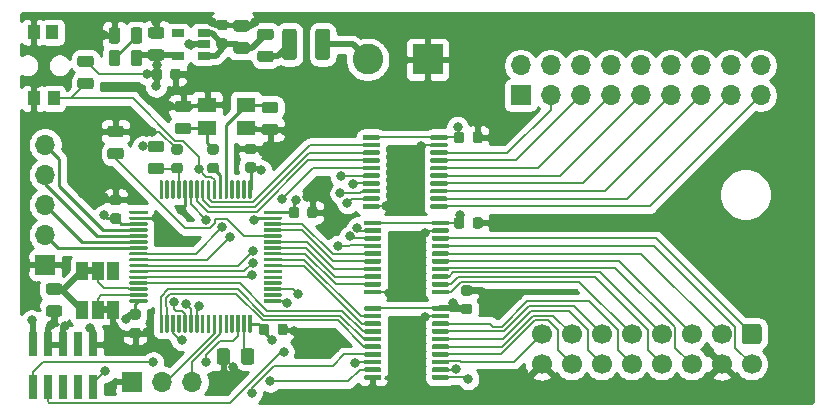
<source format=gbr>
%TF.GenerationSoftware,KiCad,Pcbnew,5.1.6-c6e7f7d~87~ubuntu20.04.1*%
%TF.CreationDate,2020-11-01T20:39:10-05:00*%
%TF.ProjectId,STM32 Driver v1,53544d33-3220-4447-9269-766572207631,rev?*%
%TF.SameCoordinates,Original*%
%TF.FileFunction,Copper,L1,Top*%
%TF.FilePolarity,Positive*%
%FSLAX46Y46*%
G04 Gerber Fmt 4.6, Leading zero omitted, Abs format (unit mm)*
G04 Created by KiCad (PCBNEW 5.1.6-c6e7f7d~87~ubuntu20.04.1) date 2020-11-01 20:39:10*
%MOMM*%
%LPD*%
G01*
G04 APERTURE LIST*
%TA.AperFunction,EtchedComponent*%
%ADD10C,0.100000*%
%TD*%
%TA.AperFunction,SMDPad,CuDef*%
%ADD11R,1.000000X1.200000*%
%TD*%
%TA.AperFunction,ComponentPad*%
%ADD12C,1.700000*%
%TD*%
%TA.AperFunction,SMDPad,CuDef*%
%ADD13R,0.750000X2.100000*%
%TD*%
%TA.AperFunction,ComponentPad*%
%ADD14R,2.600000X2.600000*%
%TD*%
%TA.AperFunction,ComponentPad*%
%ADD15C,2.600000*%
%TD*%
%TA.AperFunction,ComponentPad*%
%ADD16R,1.700000X1.700000*%
%TD*%
%TA.AperFunction,ComponentPad*%
%ADD17O,1.700000X1.700000*%
%TD*%
%TA.AperFunction,SMDPad,CuDef*%
%ADD18R,1.000000X1.500000*%
%TD*%
%TA.AperFunction,SMDPad,CuDef*%
%ADD19R,1.060000X0.650000*%
%TD*%
%TA.AperFunction,SMDPad,CuDef*%
%ADD20R,1.600000X1.300000*%
%TD*%
%TA.AperFunction,ViaPad*%
%ADD21C,0.800000*%
%TD*%
%TA.AperFunction,Conductor*%
%ADD22C,0.200000*%
%TD*%
%TA.AperFunction,Conductor*%
%ADD23C,0.250000*%
%TD*%
%TA.AperFunction,Conductor*%
%ADD24C,0.500000*%
%TD*%
%TA.AperFunction,Conductor*%
%ADD25C,0.254000*%
%TD*%
G04 APERTURE END LIST*
D10*
%TO.C,JP1*%
G36*
X147436000Y-123779000D02*
G01*
X147936000Y-123779000D01*
X147936000Y-124379000D01*
X147436000Y-124379000D01*
X147436000Y-123779000D01*
G37*
%TO.C,JP2*%
G36*
X149236000Y-127681000D02*
G01*
X148736000Y-127681000D01*
X148736000Y-127081000D01*
X149236000Y-127081000D01*
X149236000Y-127681000D01*
G37*
%TD*%
D11*
%TO.P,SW1,1*%
%TO.N,~RESET*%
X144614000Y-109480000D03*
%TO.P,SW1,2*%
%TO.N,GND*%
X142914000Y-109480000D03*
X142914000Y-103880000D03*
%TO.P,SW1,1*%
%TO.N,~RESET*%
X144514000Y-103880000D03*
%TD*%
%TO.P,R5,2*%
%TO.N,~RESET*%
%TA.AperFunction,SMDPad,CuDef*%
G36*
G01*
X146863750Y-107716500D02*
X147776250Y-107716500D01*
G75*
G02*
X148020000Y-107960250I0J-243750D01*
G01*
X148020000Y-108447750D01*
G75*
G02*
X147776250Y-108691500I-243750J0D01*
G01*
X146863750Y-108691500D01*
G75*
G02*
X146620000Y-108447750I0J243750D01*
G01*
X146620000Y-107960250D01*
G75*
G02*
X146863750Y-107716500I243750J0D01*
G01*
G37*
%TD.AperFunction*%
%TO.P,R5,1*%
%TO.N,+3V3*%
%TA.AperFunction,SMDPad,CuDef*%
G36*
G01*
X146863750Y-105841500D02*
X147776250Y-105841500D01*
G75*
G02*
X148020000Y-106085250I0J-243750D01*
G01*
X148020000Y-106572750D01*
G75*
G02*
X147776250Y-106816500I-243750J0D01*
G01*
X146863750Y-106816500D01*
G75*
G02*
X146620000Y-106572750I0J243750D01*
G01*
X146620000Y-106085250D01*
G75*
G02*
X146863750Y-105841500I243750J0D01*
G01*
G37*
%TD.AperFunction*%
%TD*%
%TO.P,R4,2*%
%TO.N,GND*%
%TA.AperFunction,SMDPad,CuDef*%
G36*
G01*
X150316250Y-112755500D02*
X149403750Y-112755500D01*
G75*
G02*
X149160000Y-112511750I0J243750D01*
G01*
X149160000Y-112024250D01*
G75*
G02*
X149403750Y-111780500I243750J0D01*
G01*
X150316250Y-111780500D01*
G75*
G02*
X150560000Y-112024250I0J-243750D01*
G01*
X150560000Y-112511750D01*
G75*
G02*
X150316250Y-112755500I-243750J0D01*
G01*
G37*
%TD.AperFunction*%
%TO.P,R4,1*%
%TO.N,BOOT0*%
%TA.AperFunction,SMDPad,CuDef*%
G36*
G01*
X150316250Y-114630500D02*
X149403750Y-114630500D01*
G75*
G02*
X149160000Y-114386750I0J243750D01*
G01*
X149160000Y-113899250D01*
G75*
G02*
X149403750Y-113655500I243750J0D01*
G01*
X150316250Y-113655500D01*
G75*
G02*
X150560000Y-113899250I0J-243750D01*
G01*
X150560000Y-114386750D01*
G75*
G02*
X150316250Y-114630500I-243750J0D01*
G01*
G37*
%TD.AperFunction*%
%TD*%
%TO.P,R3,2*%
%TO.N,47*%
%TA.AperFunction,SMDPad,CuDef*%
G36*
G01*
X160461000Y-131768001D02*
X160461000Y-130867999D01*
G75*
G02*
X160710999Y-130618000I249999J0D01*
G01*
X161361001Y-130618000D01*
G75*
G02*
X161611000Y-130867999I0J-249999D01*
G01*
X161611000Y-131768001D01*
G75*
G02*
X161361001Y-132018000I-249999J0D01*
G01*
X160710999Y-132018000D01*
G75*
G02*
X160461000Y-131768001I0J249999D01*
G01*
G37*
%TD.AperFunction*%
%TO.P,R3,1*%
%TO.N,GND*%
%TA.AperFunction,SMDPad,CuDef*%
G36*
G01*
X158411000Y-131768001D02*
X158411000Y-130867999D01*
G75*
G02*
X158660999Y-130618000I249999J0D01*
G01*
X159311001Y-130618000D01*
G75*
G02*
X159561000Y-130867999I0J-249999D01*
G01*
X159561000Y-131768001D01*
G75*
G02*
X159311001Y-132018000I-249999J0D01*
G01*
X158660999Y-132018000D01*
G75*
G02*
X158411000Y-131768001I0J249999D01*
G01*
G37*
%TD.AperFunction*%
%TD*%
%TO.P,C16,1*%
%TO.N,+5V*%
%TA.AperFunction,SMDPad,CuDef*%
G36*
G01*
X178505500Y-113032250D02*
X178505500Y-112519750D01*
G75*
G02*
X178724250Y-112301000I218750J0D01*
G01*
X179161750Y-112301000D01*
G75*
G02*
X179380500Y-112519750I0J-218750D01*
G01*
X179380500Y-113032250D01*
G75*
G02*
X179161750Y-113251000I-218750J0D01*
G01*
X178724250Y-113251000D01*
G75*
G02*
X178505500Y-113032250I0J218750D01*
G01*
G37*
%TD.AperFunction*%
%TO.P,C16,2*%
%TO.N,GND*%
%TA.AperFunction,SMDPad,CuDef*%
G36*
G01*
X180080500Y-113032250D02*
X180080500Y-112519750D01*
G75*
G02*
X180299250Y-112301000I218750J0D01*
G01*
X180736750Y-112301000D01*
G75*
G02*
X180955500Y-112519750I0J-218750D01*
G01*
X180955500Y-113032250D01*
G75*
G02*
X180736750Y-113251000I-218750J0D01*
G01*
X180299250Y-113251000D01*
G75*
G02*
X180080500Y-113032250I0J218750D01*
G01*
G37*
%TD.AperFunction*%
%TD*%
%TO.P,U5,1*%
%TO.N,+5V*%
%TA.AperFunction,SMDPad,CuDef*%
G36*
G01*
X170771000Y-112872000D02*
X170771000Y-112672000D01*
G75*
G02*
X170871000Y-112572000I100000J0D01*
G01*
X172146000Y-112572000D01*
G75*
G02*
X172246000Y-112672000I0J-100000D01*
G01*
X172246000Y-112872000D01*
G75*
G02*
X172146000Y-112972000I-100000J0D01*
G01*
X170871000Y-112972000D01*
G75*
G02*
X170771000Y-112872000I0J100000D01*
G01*
G37*
%TD.AperFunction*%
%TO.P,U5,2*%
%TO.N,PC0*%
%TA.AperFunction,SMDPad,CuDef*%
G36*
G01*
X170771000Y-113522000D02*
X170771000Y-113322000D01*
G75*
G02*
X170871000Y-113222000I100000J0D01*
G01*
X172146000Y-113222000D01*
G75*
G02*
X172246000Y-113322000I0J-100000D01*
G01*
X172246000Y-113522000D01*
G75*
G02*
X172146000Y-113622000I-100000J0D01*
G01*
X170871000Y-113622000D01*
G75*
G02*
X170771000Y-113522000I0J100000D01*
G01*
G37*
%TD.AperFunction*%
%TO.P,U5,3*%
%TO.N,PC1*%
%TA.AperFunction,SMDPad,CuDef*%
G36*
G01*
X170771000Y-114172000D02*
X170771000Y-113972000D01*
G75*
G02*
X170871000Y-113872000I100000J0D01*
G01*
X172146000Y-113872000D01*
G75*
G02*
X172246000Y-113972000I0J-100000D01*
G01*
X172246000Y-114172000D01*
G75*
G02*
X172146000Y-114272000I-100000J0D01*
G01*
X170871000Y-114272000D01*
G75*
G02*
X170771000Y-114172000I0J100000D01*
G01*
G37*
%TD.AperFunction*%
%TO.P,U5,4*%
%TO.N,PC2*%
%TA.AperFunction,SMDPad,CuDef*%
G36*
G01*
X170771000Y-114822000D02*
X170771000Y-114622000D01*
G75*
G02*
X170871000Y-114522000I100000J0D01*
G01*
X172146000Y-114522000D01*
G75*
G02*
X172246000Y-114622000I0J-100000D01*
G01*
X172246000Y-114822000D01*
G75*
G02*
X172146000Y-114922000I-100000J0D01*
G01*
X170871000Y-114922000D01*
G75*
G02*
X170771000Y-114822000I0J100000D01*
G01*
G37*
%TD.AperFunction*%
%TO.P,U5,5*%
%TO.N,PC3*%
%TA.AperFunction,SMDPad,CuDef*%
G36*
G01*
X170771000Y-115472000D02*
X170771000Y-115272000D01*
G75*
G02*
X170871000Y-115172000I100000J0D01*
G01*
X172146000Y-115172000D01*
G75*
G02*
X172246000Y-115272000I0J-100000D01*
G01*
X172246000Y-115472000D01*
G75*
G02*
X172146000Y-115572000I-100000J0D01*
G01*
X170871000Y-115572000D01*
G75*
G02*
X170771000Y-115472000I0J100000D01*
G01*
G37*
%TD.AperFunction*%
%TO.P,U5,6*%
%TO.N,PC4*%
%TA.AperFunction,SMDPad,CuDef*%
G36*
G01*
X170771000Y-116122000D02*
X170771000Y-115922000D01*
G75*
G02*
X170871000Y-115822000I100000J0D01*
G01*
X172146000Y-115822000D01*
G75*
G02*
X172246000Y-115922000I0J-100000D01*
G01*
X172246000Y-116122000D01*
G75*
G02*
X172146000Y-116222000I-100000J0D01*
G01*
X170871000Y-116222000D01*
G75*
G02*
X170771000Y-116122000I0J100000D01*
G01*
G37*
%TD.AperFunction*%
%TO.P,U5,7*%
%TO.N,PC5*%
%TA.AperFunction,SMDPad,CuDef*%
G36*
G01*
X170771000Y-116772000D02*
X170771000Y-116572000D01*
G75*
G02*
X170871000Y-116472000I100000J0D01*
G01*
X172146000Y-116472000D01*
G75*
G02*
X172246000Y-116572000I0J-100000D01*
G01*
X172246000Y-116772000D01*
G75*
G02*
X172146000Y-116872000I-100000J0D01*
G01*
X170871000Y-116872000D01*
G75*
G02*
X170771000Y-116772000I0J100000D01*
G01*
G37*
%TD.AperFunction*%
%TO.P,U5,8*%
%TO.N,PC6*%
%TA.AperFunction,SMDPad,CuDef*%
G36*
G01*
X170771000Y-117422000D02*
X170771000Y-117222000D01*
G75*
G02*
X170871000Y-117122000I100000J0D01*
G01*
X172146000Y-117122000D01*
G75*
G02*
X172246000Y-117222000I0J-100000D01*
G01*
X172246000Y-117422000D01*
G75*
G02*
X172146000Y-117522000I-100000J0D01*
G01*
X170871000Y-117522000D01*
G75*
G02*
X170771000Y-117422000I0J100000D01*
G01*
G37*
%TD.AperFunction*%
%TO.P,U5,9*%
%TO.N,PC7*%
%TA.AperFunction,SMDPad,CuDef*%
G36*
G01*
X170771000Y-118072000D02*
X170771000Y-117872000D01*
G75*
G02*
X170871000Y-117772000I100000J0D01*
G01*
X172146000Y-117772000D01*
G75*
G02*
X172246000Y-117872000I0J-100000D01*
G01*
X172246000Y-118072000D01*
G75*
G02*
X172146000Y-118172000I-100000J0D01*
G01*
X170871000Y-118172000D01*
G75*
G02*
X170771000Y-118072000I0J100000D01*
G01*
G37*
%TD.AperFunction*%
%TO.P,U5,10*%
%TO.N,GND*%
%TA.AperFunction,SMDPad,CuDef*%
G36*
G01*
X170771000Y-118722000D02*
X170771000Y-118522000D01*
G75*
G02*
X170871000Y-118422000I100000J0D01*
G01*
X172146000Y-118422000D01*
G75*
G02*
X172246000Y-118522000I0J-100000D01*
G01*
X172246000Y-118722000D01*
G75*
G02*
X172146000Y-118822000I-100000J0D01*
G01*
X170871000Y-118822000D01*
G75*
G02*
X170771000Y-118722000I0J100000D01*
G01*
G37*
%TD.AperFunction*%
%TO.P,U5,11*%
%TO.N,LED_8*%
%TA.AperFunction,SMDPad,CuDef*%
G36*
G01*
X176496000Y-118722000D02*
X176496000Y-118522000D01*
G75*
G02*
X176596000Y-118422000I100000J0D01*
G01*
X177871000Y-118422000D01*
G75*
G02*
X177971000Y-118522000I0J-100000D01*
G01*
X177971000Y-118722000D01*
G75*
G02*
X177871000Y-118822000I-100000J0D01*
G01*
X176596000Y-118822000D01*
G75*
G02*
X176496000Y-118722000I0J100000D01*
G01*
G37*
%TD.AperFunction*%
%TO.P,U5,12*%
%TO.N,LED_7*%
%TA.AperFunction,SMDPad,CuDef*%
G36*
G01*
X176496000Y-118072000D02*
X176496000Y-117872000D01*
G75*
G02*
X176596000Y-117772000I100000J0D01*
G01*
X177871000Y-117772000D01*
G75*
G02*
X177971000Y-117872000I0J-100000D01*
G01*
X177971000Y-118072000D01*
G75*
G02*
X177871000Y-118172000I-100000J0D01*
G01*
X176596000Y-118172000D01*
G75*
G02*
X176496000Y-118072000I0J100000D01*
G01*
G37*
%TD.AperFunction*%
%TO.P,U5,13*%
%TO.N,LED_6*%
%TA.AperFunction,SMDPad,CuDef*%
G36*
G01*
X176496000Y-117422000D02*
X176496000Y-117222000D01*
G75*
G02*
X176596000Y-117122000I100000J0D01*
G01*
X177871000Y-117122000D01*
G75*
G02*
X177971000Y-117222000I0J-100000D01*
G01*
X177971000Y-117422000D01*
G75*
G02*
X177871000Y-117522000I-100000J0D01*
G01*
X176596000Y-117522000D01*
G75*
G02*
X176496000Y-117422000I0J100000D01*
G01*
G37*
%TD.AperFunction*%
%TO.P,U5,14*%
%TO.N,LED_5*%
%TA.AperFunction,SMDPad,CuDef*%
G36*
G01*
X176496000Y-116772000D02*
X176496000Y-116572000D01*
G75*
G02*
X176596000Y-116472000I100000J0D01*
G01*
X177871000Y-116472000D01*
G75*
G02*
X177971000Y-116572000I0J-100000D01*
G01*
X177971000Y-116772000D01*
G75*
G02*
X177871000Y-116872000I-100000J0D01*
G01*
X176596000Y-116872000D01*
G75*
G02*
X176496000Y-116772000I0J100000D01*
G01*
G37*
%TD.AperFunction*%
%TO.P,U5,15*%
%TO.N,LED_4*%
%TA.AperFunction,SMDPad,CuDef*%
G36*
G01*
X176496000Y-116122000D02*
X176496000Y-115922000D01*
G75*
G02*
X176596000Y-115822000I100000J0D01*
G01*
X177871000Y-115822000D01*
G75*
G02*
X177971000Y-115922000I0J-100000D01*
G01*
X177971000Y-116122000D01*
G75*
G02*
X177871000Y-116222000I-100000J0D01*
G01*
X176596000Y-116222000D01*
G75*
G02*
X176496000Y-116122000I0J100000D01*
G01*
G37*
%TD.AperFunction*%
%TO.P,U5,16*%
%TO.N,LED_3*%
%TA.AperFunction,SMDPad,CuDef*%
G36*
G01*
X176496000Y-115472000D02*
X176496000Y-115272000D01*
G75*
G02*
X176596000Y-115172000I100000J0D01*
G01*
X177871000Y-115172000D01*
G75*
G02*
X177971000Y-115272000I0J-100000D01*
G01*
X177971000Y-115472000D01*
G75*
G02*
X177871000Y-115572000I-100000J0D01*
G01*
X176596000Y-115572000D01*
G75*
G02*
X176496000Y-115472000I0J100000D01*
G01*
G37*
%TD.AperFunction*%
%TO.P,U5,17*%
%TO.N,LED_2*%
%TA.AperFunction,SMDPad,CuDef*%
G36*
G01*
X176496000Y-114822000D02*
X176496000Y-114622000D01*
G75*
G02*
X176596000Y-114522000I100000J0D01*
G01*
X177871000Y-114522000D01*
G75*
G02*
X177971000Y-114622000I0J-100000D01*
G01*
X177971000Y-114822000D01*
G75*
G02*
X177871000Y-114922000I-100000J0D01*
G01*
X176596000Y-114922000D01*
G75*
G02*
X176496000Y-114822000I0J100000D01*
G01*
G37*
%TD.AperFunction*%
%TO.P,U5,18*%
%TO.N,LED_1*%
%TA.AperFunction,SMDPad,CuDef*%
G36*
G01*
X176496000Y-114172000D02*
X176496000Y-113972000D01*
G75*
G02*
X176596000Y-113872000I100000J0D01*
G01*
X177871000Y-113872000D01*
G75*
G02*
X177971000Y-113972000I0J-100000D01*
G01*
X177971000Y-114172000D01*
G75*
G02*
X177871000Y-114272000I-100000J0D01*
G01*
X176596000Y-114272000D01*
G75*
G02*
X176496000Y-114172000I0J100000D01*
G01*
G37*
%TD.AperFunction*%
%TO.P,U5,19*%
%TO.N,GND*%
%TA.AperFunction,SMDPad,CuDef*%
G36*
G01*
X176496000Y-113522000D02*
X176496000Y-113322000D01*
G75*
G02*
X176596000Y-113222000I100000J0D01*
G01*
X177871000Y-113222000D01*
G75*
G02*
X177971000Y-113322000I0J-100000D01*
G01*
X177971000Y-113522000D01*
G75*
G02*
X177871000Y-113622000I-100000J0D01*
G01*
X176596000Y-113622000D01*
G75*
G02*
X176496000Y-113522000I0J100000D01*
G01*
G37*
%TD.AperFunction*%
%TO.P,U5,20*%
%TO.N,+5V*%
%TA.AperFunction,SMDPad,CuDef*%
G36*
G01*
X176496000Y-112872000D02*
X176496000Y-112672000D01*
G75*
G02*
X176596000Y-112572000I100000J0D01*
G01*
X177871000Y-112572000D01*
G75*
G02*
X177971000Y-112672000I0J-100000D01*
G01*
X177971000Y-112872000D01*
G75*
G02*
X177871000Y-112972000I-100000J0D01*
G01*
X176596000Y-112972000D01*
G75*
G02*
X176496000Y-112872000I0J100000D01*
G01*
G37*
%TD.AperFunction*%
%TD*%
%TO.P,FB2,2*%
%TO.N,Net-(F1-Pad1)*%
%TA.AperFunction,SMDPad,CuDef*%
G36*
G01*
X162103750Y-105430500D02*
X163016250Y-105430500D01*
G75*
G02*
X163260000Y-105674250I0J-243750D01*
G01*
X163260000Y-106161750D01*
G75*
G02*
X163016250Y-106405500I-243750J0D01*
G01*
X162103750Y-106405500D01*
G75*
G02*
X161860000Y-106161750I0J243750D01*
G01*
X161860000Y-105674250D01*
G75*
G02*
X162103750Y-105430500I243750J0D01*
G01*
G37*
%TD.AperFunction*%
%TO.P,FB2,1*%
%TO.N,Net-(C1-Pad1)*%
%TA.AperFunction,SMDPad,CuDef*%
G36*
G01*
X162103750Y-103555500D02*
X163016250Y-103555500D01*
G75*
G02*
X163260000Y-103799250I0J-243750D01*
G01*
X163260000Y-104286750D01*
G75*
G02*
X163016250Y-104530500I-243750J0D01*
G01*
X162103750Y-104530500D01*
G75*
G02*
X161860000Y-104286750I0J243750D01*
G01*
X161860000Y-103799250D01*
G75*
G02*
X162103750Y-103555500I243750J0D01*
G01*
G37*
%TD.AperFunction*%
%TD*%
D12*
%TO.P,J3,16*%
%TO.N,GND*%
X185928000Y-131953000D03*
%TO.P,J3,14*%
%TO.N,LAT*%
X188468000Y-131953000D03*
%TO.P,J3,12*%
%TO.N,D*%
X191008000Y-131953000D03*
%TO.P,J3,10*%
%TO.N,B*%
X193548000Y-131953000D03*
%TO.P,J3,8*%
%TO.N,E*%
X196088000Y-131953000D03*
%TO.P,J3,6*%
%TO.N,G1*%
X198628000Y-131953000D03*
%TO.P,J3,4*%
%TO.N,GND*%
X201168000Y-131953000D03*
%TO.P,J3,2*%
%TO.N,G0*%
X203708000Y-131953000D03*
%TO.P,J3,15*%
%TO.N,~OE*%
X185928000Y-129413000D03*
%TO.P,J3,13*%
%TO.N,CLK*%
X188468000Y-129413000D03*
%TO.P,J3,11*%
%TO.N,C*%
X191008000Y-129413000D03*
%TO.P,J3,9*%
%TO.N,A*%
X193548000Y-129413000D03*
%TO.P,J3,7*%
%TO.N,B1*%
X196088000Y-129413000D03*
%TO.P,J3,5*%
%TO.N,R1*%
X198628000Y-129413000D03*
%TO.P,J3,3*%
%TO.N,B0*%
X201168000Y-129413000D03*
%TO.P,J3,1*%
%TO.N,R0*%
%TA.AperFunction,ComponentPad*%
G36*
G01*
X203108000Y-128563000D02*
X204308000Y-128563000D01*
G75*
G02*
X204558000Y-128813000I0J-250000D01*
G01*
X204558000Y-130013000D01*
G75*
G02*
X204308000Y-130263000I-250000J0D01*
G01*
X203108000Y-130263000D01*
G75*
G02*
X202858000Y-130013000I0J250000D01*
G01*
X202858000Y-128813000D01*
G75*
G02*
X203108000Y-128563000I250000J0D01*
G01*
G37*
%TD.AperFunction*%
%TD*%
%TO.P,C1,2*%
%TO.N,GND*%
%TA.AperFunction,SMDPad,CuDef*%
G36*
G01*
X160984250Y-103817000D02*
X160071750Y-103817000D01*
G75*
G02*
X159828000Y-103573250I0J243750D01*
G01*
X159828000Y-103085750D01*
G75*
G02*
X160071750Y-102842000I243750J0D01*
G01*
X160984250Y-102842000D01*
G75*
G02*
X161228000Y-103085750I0J-243750D01*
G01*
X161228000Y-103573250D01*
G75*
G02*
X160984250Y-103817000I-243750J0D01*
G01*
G37*
%TD.AperFunction*%
%TO.P,C1,1*%
%TO.N,Net-(C1-Pad1)*%
%TA.AperFunction,SMDPad,CuDef*%
G36*
G01*
X160984250Y-105692000D02*
X160071750Y-105692000D01*
G75*
G02*
X159828000Y-105448250I0J243750D01*
G01*
X159828000Y-104960750D01*
G75*
G02*
X160071750Y-104717000I243750J0D01*
G01*
X160984250Y-104717000D01*
G75*
G02*
X161228000Y-104960750I0J-243750D01*
G01*
X161228000Y-105448250D01*
G75*
G02*
X160984250Y-105692000I-243750J0D01*
G01*
G37*
%TD.AperFunction*%
%TD*%
%TO.P,C2,2*%
%TO.N,GND*%
%TA.AperFunction,SMDPad,CuDef*%
G36*
G01*
X159133250Y-103688500D02*
X158620750Y-103688500D01*
G75*
G02*
X158402000Y-103469750I0J218750D01*
G01*
X158402000Y-103032250D01*
G75*
G02*
X158620750Y-102813500I218750J0D01*
G01*
X159133250Y-102813500D01*
G75*
G02*
X159352000Y-103032250I0J-218750D01*
G01*
X159352000Y-103469750D01*
G75*
G02*
X159133250Y-103688500I-218750J0D01*
G01*
G37*
%TD.AperFunction*%
%TO.P,C2,1*%
%TO.N,Net-(C1-Pad1)*%
%TA.AperFunction,SMDPad,CuDef*%
G36*
G01*
X159133250Y-105263500D02*
X158620750Y-105263500D01*
G75*
G02*
X158402000Y-105044750I0J218750D01*
G01*
X158402000Y-104607250D01*
G75*
G02*
X158620750Y-104388500I218750J0D01*
G01*
X159133250Y-104388500D01*
G75*
G02*
X159352000Y-104607250I0J-218750D01*
G01*
X159352000Y-105044750D01*
G75*
G02*
X159133250Y-105263500I-218750J0D01*
G01*
G37*
%TD.AperFunction*%
%TD*%
%TO.P,C3,1*%
%TO.N,+3V3*%
%TA.AperFunction,SMDPad,CuDef*%
G36*
G01*
X153745250Y-106278500D02*
X152832750Y-106278500D01*
G75*
G02*
X152589000Y-106034750I0J243750D01*
G01*
X152589000Y-105547250D01*
G75*
G02*
X152832750Y-105303500I243750J0D01*
G01*
X153745250Y-105303500D01*
G75*
G02*
X153989000Y-105547250I0J-243750D01*
G01*
X153989000Y-106034750D01*
G75*
G02*
X153745250Y-106278500I-243750J0D01*
G01*
G37*
%TD.AperFunction*%
%TO.P,C3,2*%
%TO.N,GND*%
%TA.AperFunction,SMDPad,CuDef*%
G36*
G01*
X153745250Y-104403500D02*
X152832750Y-104403500D01*
G75*
G02*
X152589000Y-104159750I0J243750D01*
G01*
X152589000Y-103672250D01*
G75*
G02*
X152832750Y-103428500I243750J0D01*
G01*
X153745250Y-103428500D01*
G75*
G02*
X153989000Y-103672250I0J-243750D01*
G01*
X153989000Y-104159750D01*
G75*
G02*
X153745250Y-104403500I-243750J0D01*
G01*
G37*
%TD.AperFunction*%
%TD*%
%TO.P,C4,1*%
%TO.N,+3V3*%
%TA.AperFunction,SMDPad,CuDef*%
G36*
G01*
X152927500Y-107698250D02*
X152927500Y-107185750D01*
G75*
G02*
X153146250Y-106967000I218750J0D01*
G01*
X153583750Y-106967000D01*
G75*
G02*
X153802500Y-107185750I0J-218750D01*
G01*
X153802500Y-107698250D01*
G75*
G02*
X153583750Y-107917000I-218750J0D01*
G01*
X153146250Y-107917000D01*
G75*
G02*
X152927500Y-107698250I0J218750D01*
G01*
G37*
%TD.AperFunction*%
%TO.P,C4,2*%
%TO.N,GND*%
%TA.AperFunction,SMDPad,CuDef*%
G36*
G01*
X154502500Y-107698250D02*
X154502500Y-107185750D01*
G75*
G02*
X154721250Y-106967000I218750J0D01*
G01*
X155158750Y-106967000D01*
G75*
G02*
X155377500Y-107185750I0J-218750D01*
G01*
X155377500Y-107698250D01*
G75*
G02*
X155158750Y-107917000I-218750J0D01*
G01*
X154721250Y-107917000D01*
G75*
G02*
X154502500Y-107698250I0J218750D01*
G01*
G37*
%TD.AperFunction*%
%TD*%
%TO.P,C5,1*%
%TO.N,Vcap*%
%TA.AperFunction,SMDPad,CuDef*%
G36*
G01*
X144196750Y-125115500D02*
X145109250Y-125115500D01*
G75*
G02*
X145353000Y-125359250I0J-243750D01*
G01*
X145353000Y-125846750D01*
G75*
G02*
X145109250Y-126090500I-243750J0D01*
G01*
X144196750Y-126090500D01*
G75*
G02*
X143953000Y-125846750I0J243750D01*
G01*
X143953000Y-125359250D01*
G75*
G02*
X144196750Y-125115500I243750J0D01*
G01*
G37*
%TD.AperFunction*%
%TO.P,C5,2*%
%TO.N,GND*%
%TA.AperFunction,SMDPad,CuDef*%
G36*
G01*
X144196750Y-126990500D02*
X145109250Y-126990500D01*
G75*
G02*
X145353000Y-127234250I0J-243750D01*
G01*
X145353000Y-127721750D01*
G75*
G02*
X145109250Y-127965500I-243750J0D01*
G01*
X144196750Y-127965500D01*
G75*
G02*
X143953000Y-127721750I0J243750D01*
G01*
X143953000Y-127234250D01*
G75*
G02*
X144196750Y-126990500I243750J0D01*
G01*
G37*
%TD.AperFunction*%
%TD*%
%TO.P,C6,1*%
%TO.N,GND*%
%TA.AperFunction,SMDPad,CuDef*%
G36*
G01*
X155118750Y-109651500D02*
X156031250Y-109651500D01*
G75*
G02*
X156275000Y-109895250I0J-243750D01*
G01*
X156275000Y-110382750D01*
G75*
G02*
X156031250Y-110626500I-243750J0D01*
G01*
X155118750Y-110626500D01*
G75*
G02*
X154875000Y-110382750I0J243750D01*
G01*
X154875000Y-109895250D01*
G75*
G02*
X155118750Y-109651500I243750J0D01*
G01*
G37*
%TD.AperFunction*%
%TO.P,C6,2*%
%TO.N,Net-(C6-Pad2)*%
%TA.AperFunction,SMDPad,CuDef*%
G36*
G01*
X155118750Y-111526500D02*
X156031250Y-111526500D01*
G75*
G02*
X156275000Y-111770250I0J-243750D01*
G01*
X156275000Y-112257750D01*
G75*
G02*
X156031250Y-112501500I-243750J0D01*
G01*
X155118750Y-112501500D01*
G75*
G02*
X154875000Y-112257750I0J243750D01*
G01*
X154875000Y-111770250D01*
G75*
G02*
X155118750Y-111526500I243750J0D01*
G01*
G37*
%TD.AperFunction*%
%TD*%
%TO.P,C7,2*%
%TO.N,OSC_IN*%
%TA.AperFunction,SMDPad,CuDef*%
G36*
G01*
X163397250Y-110723500D02*
X162484750Y-110723500D01*
G75*
G02*
X162241000Y-110479750I0J243750D01*
G01*
X162241000Y-109992250D01*
G75*
G02*
X162484750Y-109748500I243750J0D01*
G01*
X163397250Y-109748500D01*
G75*
G02*
X163641000Y-109992250I0J-243750D01*
G01*
X163641000Y-110479750D01*
G75*
G02*
X163397250Y-110723500I-243750J0D01*
G01*
G37*
%TD.AperFunction*%
%TO.P,C7,1*%
%TO.N,GND*%
%TA.AperFunction,SMDPad,CuDef*%
G36*
G01*
X163397250Y-112598500D02*
X162484750Y-112598500D01*
G75*
G02*
X162241000Y-112354750I0J243750D01*
G01*
X162241000Y-111867250D01*
G75*
G02*
X162484750Y-111623500I243750J0D01*
G01*
X163397250Y-111623500D01*
G75*
G02*
X163641000Y-111867250I0J-243750D01*
G01*
X163641000Y-112354750D01*
G75*
G02*
X163397250Y-112598500I-243750J0D01*
G01*
G37*
%TD.AperFunction*%
%TD*%
%TO.P,C8,2*%
%TO.N,GND*%
%TA.AperFunction,SMDPad,CuDef*%
G36*
G01*
X151254750Y-128899500D02*
X151767250Y-128899500D01*
G75*
G02*
X151986000Y-129118250I0J-218750D01*
G01*
X151986000Y-129555750D01*
G75*
G02*
X151767250Y-129774500I-218750J0D01*
G01*
X151254750Y-129774500D01*
G75*
G02*
X151036000Y-129555750I0J218750D01*
G01*
X151036000Y-129118250D01*
G75*
G02*
X151254750Y-128899500I218750J0D01*
G01*
G37*
%TD.AperFunction*%
%TO.P,C8,1*%
%TO.N,+3V3*%
%TA.AperFunction,SMDPad,CuDef*%
G36*
G01*
X151254750Y-127324500D02*
X151767250Y-127324500D01*
G75*
G02*
X151986000Y-127543250I0J-218750D01*
G01*
X151986000Y-127980750D01*
G75*
G02*
X151767250Y-128199500I-218750J0D01*
G01*
X151254750Y-128199500D01*
G75*
G02*
X151036000Y-127980750I0J218750D01*
G01*
X151036000Y-127543250D01*
G75*
G02*
X151254750Y-127324500I218750J0D01*
G01*
G37*
%TD.AperFunction*%
%TD*%
%TO.P,C9,1*%
%TO.N,+3V3*%
%TA.AperFunction,SMDPad,CuDef*%
G36*
G01*
X150116250Y-120071500D02*
X149603750Y-120071500D01*
G75*
G02*
X149385000Y-119852750I0J218750D01*
G01*
X149385000Y-119415250D01*
G75*
G02*
X149603750Y-119196500I218750J0D01*
G01*
X150116250Y-119196500D01*
G75*
G02*
X150335000Y-119415250I0J-218750D01*
G01*
X150335000Y-119852750D01*
G75*
G02*
X150116250Y-120071500I-218750J0D01*
G01*
G37*
%TD.AperFunction*%
%TO.P,C9,2*%
%TO.N,GND*%
%TA.AperFunction,SMDPad,CuDef*%
G36*
G01*
X150116250Y-118496500D02*
X149603750Y-118496500D01*
G75*
G02*
X149385000Y-118277750I0J218750D01*
G01*
X149385000Y-117840250D01*
G75*
G02*
X149603750Y-117621500I218750J0D01*
G01*
X150116250Y-117621500D01*
G75*
G02*
X150335000Y-117840250I0J-218750D01*
G01*
X150335000Y-118277750D01*
G75*
G02*
X150116250Y-118496500I-218750J0D01*
G01*
G37*
%TD.AperFunction*%
%TD*%
%TO.P,C10,2*%
%TO.N,GND*%
%TA.AperFunction,SMDPad,CuDef*%
G36*
G01*
X166085000Y-119382250D02*
X166085000Y-118869750D01*
G75*
G02*
X166303750Y-118651000I218750J0D01*
G01*
X166741250Y-118651000D01*
G75*
G02*
X166960000Y-118869750I0J-218750D01*
G01*
X166960000Y-119382250D01*
G75*
G02*
X166741250Y-119601000I-218750J0D01*
G01*
X166303750Y-119601000D01*
G75*
G02*
X166085000Y-119382250I0J218750D01*
G01*
G37*
%TD.AperFunction*%
%TO.P,C10,1*%
%TO.N,+3V3*%
%TA.AperFunction,SMDPad,CuDef*%
G36*
G01*
X164510000Y-119382250D02*
X164510000Y-118869750D01*
G75*
G02*
X164728750Y-118651000I218750J0D01*
G01*
X165166250Y-118651000D01*
G75*
G02*
X165385000Y-118869750I0J-218750D01*
G01*
X165385000Y-119382250D01*
G75*
G02*
X165166250Y-119601000I-218750J0D01*
G01*
X164728750Y-119601000D01*
G75*
G02*
X164510000Y-119382250I0J218750D01*
G01*
G37*
%TD.AperFunction*%
%TD*%
%TO.P,C11,1*%
%TO.N,+3V3*%
%TA.AperFunction,SMDPad,CuDef*%
G36*
G01*
X161546250Y-115753500D02*
X161033750Y-115753500D01*
G75*
G02*
X160815000Y-115534750I0J218750D01*
G01*
X160815000Y-115097250D01*
G75*
G02*
X161033750Y-114878500I218750J0D01*
G01*
X161546250Y-114878500D01*
G75*
G02*
X161765000Y-115097250I0J-218750D01*
G01*
X161765000Y-115534750D01*
G75*
G02*
X161546250Y-115753500I-218750J0D01*
G01*
G37*
%TD.AperFunction*%
%TO.P,C11,2*%
%TO.N,GND*%
%TA.AperFunction,SMDPad,CuDef*%
G36*
G01*
X161546250Y-114178500D02*
X161033750Y-114178500D01*
G75*
G02*
X160815000Y-113959750I0J218750D01*
G01*
X160815000Y-113522250D01*
G75*
G02*
X161033750Y-113303500I218750J0D01*
G01*
X161546250Y-113303500D01*
G75*
G02*
X161765000Y-113522250I0J-218750D01*
G01*
X161765000Y-113959750D01*
G75*
G02*
X161546250Y-114178500I-218750J0D01*
G01*
G37*
%TD.AperFunction*%
%TD*%
%TO.P,C12,2*%
%TO.N,GND*%
%TA.AperFunction,SMDPad,CuDef*%
G36*
G01*
X163570500Y-129288250D02*
X163570500Y-128775750D01*
G75*
G02*
X163789250Y-128557000I218750J0D01*
G01*
X164226750Y-128557000D01*
G75*
G02*
X164445500Y-128775750I0J-218750D01*
G01*
X164445500Y-129288250D01*
G75*
G02*
X164226750Y-129507000I-218750J0D01*
G01*
X163789250Y-129507000D01*
G75*
G02*
X163570500Y-129288250I0J218750D01*
G01*
G37*
%TD.AperFunction*%
%TO.P,C12,1*%
%TO.N,+3V3*%
%TA.AperFunction,SMDPad,CuDef*%
G36*
G01*
X161995500Y-129288250D02*
X161995500Y-128775750D01*
G75*
G02*
X162214250Y-128557000I218750J0D01*
G01*
X162651750Y-128557000D01*
G75*
G02*
X162870500Y-128775750I0J-218750D01*
G01*
X162870500Y-129288250D01*
G75*
G02*
X162651750Y-129507000I-218750J0D01*
G01*
X162214250Y-129507000D01*
G75*
G02*
X161995500Y-129288250I0J218750D01*
G01*
G37*
%TD.AperFunction*%
%TD*%
%TO.P,C13,1*%
%TO.N,+3.3VA*%
%TA.AperFunction,SMDPad,CuDef*%
G36*
G01*
X155323250Y-115804500D02*
X154810750Y-115804500D01*
G75*
G02*
X154592000Y-115585750I0J218750D01*
G01*
X154592000Y-115148250D01*
G75*
G02*
X154810750Y-114929500I218750J0D01*
G01*
X155323250Y-114929500D01*
G75*
G02*
X155542000Y-115148250I0J-218750D01*
G01*
X155542000Y-115585750D01*
G75*
G02*
X155323250Y-115804500I-218750J0D01*
G01*
G37*
%TD.AperFunction*%
%TO.P,C13,2*%
%TO.N,GND*%
%TA.AperFunction,SMDPad,CuDef*%
G36*
G01*
X155323250Y-114229500D02*
X154810750Y-114229500D01*
G75*
G02*
X154592000Y-114010750I0J218750D01*
G01*
X154592000Y-113573250D01*
G75*
G02*
X154810750Y-113354500I218750J0D01*
G01*
X155323250Y-113354500D01*
G75*
G02*
X155542000Y-113573250I0J-218750D01*
G01*
X155542000Y-114010750D01*
G75*
G02*
X155323250Y-114229500I-218750J0D01*
G01*
G37*
%TD.AperFunction*%
%TD*%
%TO.P,C14,2*%
%TO.N,GND*%
%TA.AperFunction,SMDPad,CuDef*%
G36*
G01*
X180080500Y-120271250D02*
X180080500Y-119758750D01*
G75*
G02*
X180299250Y-119540000I218750J0D01*
G01*
X180736750Y-119540000D01*
G75*
G02*
X180955500Y-119758750I0J-218750D01*
G01*
X180955500Y-120271250D01*
G75*
G02*
X180736750Y-120490000I-218750J0D01*
G01*
X180299250Y-120490000D01*
G75*
G02*
X180080500Y-120271250I0J218750D01*
G01*
G37*
%TD.AperFunction*%
%TO.P,C14,1*%
%TO.N,+5V*%
%TA.AperFunction,SMDPad,CuDef*%
G36*
G01*
X178505500Y-120271250D02*
X178505500Y-119758750D01*
G75*
G02*
X178724250Y-119540000I218750J0D01*
G01*
X179161750Y-119540000D01*
G75*
G02*
X179380500Y-119758750I0J-218750D01*
G01*
X179380500Y-120271250D01*
G75*
G02*
X179161750Y-120490000I-218750J0D01*
G01*
X178724250Y-120490000D01*
G75*
G02*
X178505500Y-120271250I0J218750D01*
G01*
G37*
%TD.AperFunction*%
%TD*%
%TO.P,C15,1*%
%TO.N,+5V*%
%TA.AperFunction,SMDPad,CuDef*%
G36*
G01*
X179834250Y-127742500D02*
X179321750Y-127742500D01*
G75*
G02*
X179103000Y-127523750I0J218750D01*
G01*
X179103000Y-127086250D01*
G75*
G02*
X179321750Y-126867500I218750J0D01*
G01*
X179834250Y-126867500D01*
G75*
G02*
X180053000Y-127086250I0J-218750D01*
G01*
X180053000Y-127523750D01*
G75*
G02*
X179834250Y-127742500I-218750J0D01*
G01*
G37*
%TD.AperFunction*%
%TO.P,C15,2*%
%TO.N,GND*%
%TA.AperFunction,SMDPad,CuDef*%
G36*
G01*
X179834250Y-126167500D02*
X179321750Y-126167500D01*
G75*
G02*
X179103000Y-125948750I0J218750D01*
G01*
X179103000Y-125511250D01*
G75*
G02*
X179321750Y-125292500I218750J0D01*
G01*
X179834250Y-125292500D01*
G75*
G02*
X180053000Y-125511250I0J-218750D01*
G01*
X180053000Y-125948750D01*
G75*
G02*
X179834250Y-126167500I-218750J0D01*
G01*
G37*
%TD.AperFunction*%
%TD*%
%TO.P,D1,1*%
%TO.N,Net-(D1-Pad1)*%
%TA.AperFunction,SMDPad,CuDef*%
G36*
G01*
X149275500Y-106501250D02*
X149275500Y-105588750D01*
G75*
G02*
X149519250Y-105345000I243750J0D01*
G01*
X150006750Y-105345000D01*
G75*
G02*
X150250500Y-105588750I0J-243750D01*
G01*
X150250500Y-106501250D01*
G75*
G02*
X150006750Y-106745000I-243750J0D01*
G01*
X149519250Y-106745000D01*
G75*
G02*
X149275500Y-106501250I0J243750D01*
G01*
G37*
%TD.AperFunction*%
%TO.P,D1,2*%
%TO.N,+3V3*%
%TA.AperFunction,SMDPad,CuDef*%
G36*
G01*
X151150500Y-106501250D02*
X151150500Y-105588750D01*
G75*
G02*
X151394250Y-105345000I243750J0D01*
G01*
X151881750Y-105345000D01*
G75*
G02*
X152125500Y-105588750I0J-243750D01*
G01*
X152125500Y-106501250D01*
G75*
G02*
X151881750Y-106745000I-243750J0D01*
G01*
X151394250Y-106745000D01*
G75*
G02*
X151150500Y-106501250I0J243750D01*
G01*
G37*
%TD.AperFunction*%
%TD*%
%TO.P,F1,1*%
%TO.N,Net-(F1-Pad1)*%
%TA.AperFunction,SMDPad,CuDef*%
G36*
G01*
X163967000Y-105977000D02*
X163967000Y-103827000D01*
G75*
G02*
X164217000Y-103577000I250000J0D01*
G01*
X164967000Y-103577000D01*
G75*
G02*
X165217000Y-103827000I0J-250000D01*
G01*
X165217000Y-105977000D01*
G75*
G02*
X164967000Y-106227000I-250000J0D01*
G01*
X164217000Y-106227000D01*
G75*
G02*
X163967000Y-105977000I0J250000D01*
G01*
G37*
%TD.AperFunction*%
%TO.P,F1,2*%
%TO.N,+5V*%
%TA.AperFunction,SMDPad,CuDef*%
G36*
G01*
X166767000Y-105977000D02*
X166767000Y-103827000D01*
G75*
G02*
X167017000Y-103577000I250000J0D01*
G01*
X167767000Y-103577000D01*
G75*
G02*
X168017000Y-103827000I0J-250000D01*
G01*
X168017000Y-105977000D01*
G75*
G02*
X167767000Y-106227000I-250000J0D01*
G01*
X167017000Y-106227000D01*
G75*
G02*
X166767000Y-105977000I0J250000D01*
G01*
G37*
%TD.AperFunction*%
%TD*%
%TO.P,FB1,1*%
%TO.N,+3.3VA*%
%TA.AperFunction,SMDPad,CuDef*%
G36*
G01*
X153745250Y-115900500D02*
X152832750Y-115900500D01*
G75*
G02*
X152589000Y-115656750I0J243750D01*
G01*
X152589000Y-115169250D01*
G75*
G02*
X152832750Y-114925500I243750J0D01*
G01*
X153745250Y-114925500D01*
G75*
G02*
X153989000Y-115169250I0J-243750D01*
G01*
X153989000Y-115656750D01*
G75*
G02*
X153745250Y-115900500I-243750J0D01*
G01*
G37*
%TD.AperFunction*%
%TO.P,FB1,2*%
%TO.N,+3V3*%
%TA.AperFunction,SMDPad,CuDef*%
G36*
G01*
X153745250Y-114025500D02*
X152832750Y-114025500D01*
G75*
G02*
X152589000Y-113781750I0J243750D01*
G01*
X152589000Y-113294250D01*
G75*
G02*
X152832750Y-113050500I243750J0D01*
G01*
X153745250Y-113050500D01*
G75*
G02*
X153989000Y-113294250I0J-243750D01*
G01*
X153989000Y-113781750D01*
G75*
G02*
X153745250Y-114025500I-243750J0D01*
G01*
G37*
%TD.AperFunction*%
%TD*%
D13*
%TO.P,J1,1*%
%TO.N,+3V3*%
X142875000Y-130280000D03*
%TO.P,J1,2*%
%TO.N,SWDIO*%
X142875000Y-133880000D03*
%TO.P,J1,3*%
%TO.N,GND*%
X144145000Y-130280000D03*
%TO.P,J1,4*%
%TO.N,SWCLK*%
X144145000Y-133880000D03*
%TO.P,J1,5*%
%TO.N,GND*%
X145415000Y-130280000D03*
%TO.P,J1,6*%
%TO.N,Net-(J1-Pad6)*%
X145415000Y-133880000D03*
%TO.P,J1,7*%
%TO.N,Net-(J1-Pad7)*%
X146685000Y-130280000D03*
%TO.P,J1,8*%
%TO.N,Net-(J1-Pad8)*%
X146685000Y-133880000D03*
%TO.P,J1,9*%
%TO.N,GND*%
X147955000Y-130280000D03*
%TO.P,J1,10*%
%TO.N,~RESET*%
X147955000Y-133880000D03*
%TD*%
D14*
%TO.P,J2,1*%
%TO.N,GND*%
X176276000Y-106172000D03*
D15*
%TO.P,J2,2*%
%TO.N,+5V*%
X171196000Y-106172000D03*
%TD*%
D16*
%TO.P,J4,1*%
%TO.N,LED_0*%
X184150000Y-109220000D03*
D17*
%TO.P,J4,2*%
%TO.N,LED_CLK*%
X184150000Y-106680000D03*
%TO.P,J4,3*%
%TO.N,LED_1*%
X186690000Y-109220000D03*
%TO.P,J4,4*%
%TO.N,LED_CLK*%
X186690000Y-106680000D03*
%TO.P,J4,5*%
%TO.N,LED_2*%
X189230000Y-109220000D03*
%TO.P,J4,6*%
%TO.N,LED_CLK*%
X189230000Y-106680000D03*
%TO.P,J4,7*%
%TO.N,LED_3*%
X191770000Y-109220000D03*
%TO.P,J4,8*%
%TO.N,LED_CLK*%
X191770000Y-106680000D03*
%TO.P,J4,9*%
%TO.N,LED_4*%
X194310000Y-109220000D03*
%TO.P,J4,10*%
%TO.N,LED_CLK*%
X194310000Y-106680000D03*
%TO.P,J4,11*%
%TO.N,LED_5*%
X196850000Y-109220000D03*
%TO.P,J4,12*%
%TO.N,LED_CLK*%
X196850000Y-106680000D03*
%TO.P,J4,13*%
%TO.N,LED_6*%
X199390000Y-109220000D03*
%TO.P,J4,14*%
%TO.N,LED_CLK*%
X199390000Y-106680000D03*
%TO.P,J4,15*%
%TO.N,LED_7*%
X201930000Y-109220000D03*
%TO.P,J4,16*%
%TO.N,LED_CLK*%
X201930000Y-106680000D03*
%TO.P,J4,17*%
%TO.N,LED_8*%
X204470000Y-109220000D03*
%TO.P,J4,18*%
%TO.N,LED_CLK*%
X204470000Y-106680000D03*
%TD*%
D16*
%TO.P,J5,1*%
%TO.N,GND*%
X143891000Y-123571000D03*
D17*
%TO.P,J5,2*%
%TO.N,SPI1_COPI*%
X143891000Y-121031000D03*
%TO.P,J5,3*%
%TO.N,SPI1_CIPO*%
X143891000Y-118491000D03*
%TO.P,J5,4*%
%TO.N,SPI1_SCK*%
X143891000Y-115951000D03*
%TO.P,J5,5*%
%TO.N,SPI1_NCS*%
X143891000Y-113411000D03*
%TD*%
D16*
%TO.P,J6,1*%
%TO.N,GND*%
X151257000Y-133477000D03*
D17*
%TO.P,J6,2*%
%TO.N,UART1_TX*%
X153797000Y-133477000D03*
%TO.P,J6,3*%
%TO.N,UART1_RX*%
X156337000Y-133477000D03*
%TD*%
D18*
%TO.P,JP1,1*%
%TO.N,Vcap*%
X147036000Y-124079000D03*
%TO.P,JP1,3*%
%TO.N,PB11*%
X149636000Y-124079000D03*
%TO.P,JP1,2*%
%TO.N,30*%
X148336000Y-124079000D03*
%TD*%
%TO.P,JP2,2*%
%TO.N,31*%
X148336000Y-127381000D03*
%TO.P,JP2,3*%
%TO.N,Vcap*%
X147036000Y-127381000D03*
%TO.P,JP2,1*%
%TO.N,GND*%
X149636000Y-127381000D03*
%TD*%
%TO.P,R1,1*%
%TO.N,Net-(C6-Pad2)*%
%TA.AperFunction,SMDPad,CuDef*%
G36*
G01*
X157858750Y-113354500D02*
X158371250Y-113354500D01*
G75*
G02*
X158590000Y-113573250I0J-218750D01*
G01*
X158590000Y-114010750D01*
G75*
G02*
X158371250Y-114229500I-218750J0D01*
G01*
X157858750Y-114229500D01*
G75*
G02*
X157640000Y-114010750I0J218750D01*
G01*
X157640000Y-113573250D01*
G75*
G02*
X157858750Y-113354500I218750J0D01*
G01*
G37*
%TD.AperFunction*%
%TO.P,R1,2*%
%TO.N,OSC_OUT*%
%TA.AperFunction,SMDPad,CuDef*%
G36*
G01*
X157858750Y-114929500D02*
X158371250Y-114929500D01*
G75*
G02*
X158590000Y-115148250I0J-218750D01*
G01*
X158590000Y-115585750D01*
G75*
G02*
X158371250Y-115804500I-218750J0D01*
G01*
X157858750Y-115804500D01*
G75*
G02*
X157640000Y-115585750I0J218750D01*
G01*
X157640000Y-115148250D01*
G75*
G02*
X157858750Y-114929500I218750J0D01*
G01*
G37*
%TD.AperFunction*%
%TD*%
%TO.P,R2,1*%
%TO.N,GND*%
%TA.AperFunction,SMDPad,CuDef*%
G36*
G01*
X149275500Y-104596250D02*
X149275500Y-103683750D01*
G75*
G02*
X149519250Y-103440000I243750J0D01*
G01*
X150006750Y-103440000D01*
G75*
G02*
X150250500Y-103683750I0J-243750D01*
G01*
X150250500Y-104596250D01*
G75*
G02*
X150006750Y-104840000I-243750J0D01*
G01*
X149519250Y-104840000D01*
G75*
G02*
X149275500Y-104596250I0J243750D01*
G01*
G37*
%TD.AperFunction*%
%TO.P,R2,2*%
%TO.N,Net-(D1-Pad1)*%
%TA.AperFunction,SMDPad,CuDef*%
G36*
G01*
X151150500Y-104596250D02*
X151150500Y-103683750D01*
G75*
G02*
X151394250Y-103440000I243750J0D01*
G01*
X151881750Y-103440000D01*
G75*
G02*
X152125500Y-103683750I0J-243750D01*
G01*
X152125500Y-104596250D01*
G75*
G02*
X151881750Y-104840000I-243750J0D01*
G01*
X151394250Y-104840000D01*
G75*
G02*
X151150500Y-104596250I0J243750D01*
G01*
G37*
%TD.AperFunction*%
%TD*%
D19*
%TO.P,U1,1*%
%TO.N,Net-(C1-Pad1)*%
X157310000Y-105852000D03*
%TO.P,U1,2*%
%TO.N,GND*%
X157310000Y-104902000D03*
%TO.P,U1,3*%
%TO.N,Net-(C1-Pad1)*%
X157310000Y-103952000D03*
%TO.P,U1,4*%
%TO.N,Net-(U1-Pad4)*%
X155110000Y-103952000D03*
%TO.P,U1,5*%
%TO.N,+3V3*%
X155110000Y-105852000D03*
%TD*%
%TO.P,U2,1*%
%TO.N,+3V3*%
%TA.AperFunction,SMDPad,CuDef*%
G36*
G01*
X161160999Y-116421001D02*
X161310999Y-116421001D01*
G75*
G02*
X161385999Y-116496001I0J-75000D01*
G01*
X161385999Y-117896001D01*
G75*
G02*
X161310999Y-117971001I-75000J0D01*
G01*
X161160999Y-117971001D01*
G75*
G02*
X161085999Y-117896001I0J75000D01*
G01*
X161085999Y-116496001D01*
G75*
G02*
X161160999Y-116421001I75000J0D01*
G01*
G37*
%TD.AperFunction*%
%TO.P,U2,2*%
%TO.N,Net-(U2-Pad2)*%
%TA.AperFunction,SMDPad,CuDef*%
G36*
G01*
X160660999Y-116421001D02*
X160810999Y-116421001D01*
G75*
G02*
X160885999Y-116496001I0J-75000D01*
G01*
X160885999Y-117896001D01*
G75*
G02*
X160810999Y-117971001I-75000J0D01*
G01*
X160660999Y-117971001D01*
G75*
G02*
X160585999Y-117896001I0J75000D01*
G01*
X160585999Y-116496001D01*
G75*
G02*
X160660999Y-116421001I75000J0D01*
G01*
G37*
%TD.AperFunction*%
%TO.P,U2,3*%
%TO.N,Net-(U2-Pad3)*%
%TA.AperFunction,SMDPad,CuDef*%
G36*
G01*
X160160999Y-116421001D02*
X160310999Y-116421001D01*
G75*
G02*
X160385999Y-116496001I0J-75000D01*
G01*
X160385999Y-117896001D01*
G75*
G02*
X160310999Y-117971001I-75000J0D01*
G01*
X160160999Y-117971001D01*
G75*
G02*
X160085999Y-117896001I0J75000D01*
G01*
X160085999Y-116496001D01*
G75*
G02*
X160160999Y-116421001I75000J0D01*
G01*
G37*
%TD.AperFunction*%
%TO.P,U2,4*%
%TO.N,Net-(U2-Pad4)*%
%TA.AperFunction,SMDPad,CuDef*%
G36*
G01*
X159660999Y-116421001D02*
X159810999Y-116421001D01*
G75*
G02*
X159885999Y-116496001I0J-75000D01*
G01*
X159885999Y-117896001D01*
G75*
G02*
X159810999Y-117971001I-75000J0D01*
G01*
X159660999Y-117971001D01*
G75*
G02*
X159585999Y-117896001I0J75000D01*
G01*
X159585999Y-116496001D01*
G75*
G02*
X159660999Y-116421001I75000J0D01*
G01*
G37*
%TD.AperFunction*%
%TO.P,U2,5*%
%TO.N,OSC_IN*%
%TA.AperFunction,SMDPad,CuDef*%
G36*
G01*
X159160999Y-116421001D02*
X159310999Y-116421001D01*
G75*
G02*
X159385999Y-116496001I0J-75000D01*
G01*
X159385999Y-117896001D01*
G75*
G02*
X159310999Y-117971001I-75000J0D01*
G01*
X159160999Y-117971001D01*
G75*
G02*
X159085999Y-117896001I0J75000D01*
G01*
X159085999Y-116496001D01*
G75*
G02*
X159160999Y-116421001I75000J0D01*
G01*
G37*
%TD.AperFunction*%
%TO.P,U2,6*%
%TO.N,OSC_OUT*%
%TA.AperFunction,SMDPad,CuDef*%
G36*
G01*
X158660999Y-116421001D02*
X158810999Y-116421001D01*
G75*
G02*
X158885999Y-116496001I0J-75000D01*
G01*
X158885999Y-117896001D01*
G75*
G02*
X158810999Y-117971001I-75000J0D01*
G01*
X158660999Y-117971001D01*
G75*
G02*
X158585999Y-117896001I0J75000D01*
G01*
X158585999Y-116496001D01*
G75*
G02*
X158660999Y-116421001I75000J0D01*
G01*
G37*
%TD.AperFunction*%
%TO.P,U2,7*%
%TO.N,~RESET*%
%TA.AperFunction,SMDPad,CuDef*%
G36*
G01*
X158160999Y-116421001D02*
X158310999Y-116421001D01*
G75*
G02*
X158385999Y-116496001I0J-75000D01*
G01*
X158385999Y-117896001D01*
G75*
G02*
X158310999Y-117971001I-75000J0D01*
G01*
X158160999Y-117971001D01*
G75*
G02*
X158085999Y-117896001I0J75000D01*
G01*
X158085999Y-116496001D01*
G75*
G02*
X158160999Y-116421001I75000J0D01*
G01*
G37*
%TD.AperFunction*%
%TO.P,U2,8*%
%TO.N,PC0*%
%TA.AperFunction,SMDPad,CuDef*%
G36*
G01*
X157660999Y-116421001D02*
X157810999Y-116421001D01*
G75*
G02*
X157885999Y-116496001I0J-75000D01*
G01*
X157885999Y-117896001D01*
G75*
G02*
X157810999Y-117971001I-75000J0D01*
G01*
X157660999Y-117971001D01*
G75*
G02*
X157585999Y-117896001I0J75000D01*
G01*
X157585999Y-116496001D01*
G75*
G02*
X157660999Y-116421001I75000J0D01*
G01*
G37*
%TD.AperFunction*%
%TO.P,U2,9*%
%TO.N,PC1*%
%TA.AperFunction,SMDPad,CuDef*%
G36*
G01*
X157160999Y-116421001D02*
X157310999Y-116421001D01*
G75*
G02*
X157385999Y-116496001I0J-75000D01*
G01*
X157385999Y-117896001D01*
G75*
G02*
X157310999Y-117971001I-75000J0D01*
G01*
X157160999Y-117971001D01*
G75*
G02*
X157085999Y-117896001I0J75000D01*
G01*
X157085999Y-116496001D01*
G75*
G02*
X157160999Y-116421001I75000J0D01*
G01*
G37*
%TD.AperFunction*%
%TO.P,U2,10*%
%TO.N,PC2*%
%TA.AperFunction,SMDPad,CuDef*%
G36*
G01*
X156660999Y-116421001D02*
X156810999Y-116421001D01*
G75*
G02*
X156885999Y-116496001I0J-75000D01*
G01*
X156885999Y-117896001D01*
G75*
G02*
X156810999Y-117971001I-75000J0D01*
G01*
X156660999Y-117971001D01*
G75*
G02*
X156585999Y-117896001I0J75000D01*
G01*
X156585999Y-116496001D01*
G75*
G02*
X156660999Y-116421001I75000J0D01*
G01*
G37*
%TD.AperFunction*%
%TO.P,U2,11*%
%TO.N,PC3*%
%TA.AperFunction,SMDPad,CuDef*%
G36*
G01*
X156160999Y-116421001D02*
X156310999Y-116421001D01*
G75*
G02*
X156385999Y-116496001I0J-75000D01*
G01*
X156385999Y-117896001D01*
G75*
G02*
X156310999Y-117971001I-75000J0D01*
G01*
X156160999Y-117971001D01*
G75*
G02*
X156085999Y-117896001I0J75000D01*
G01*
X156085999Y-116496001D01*
G75*
G02*
X156160999Y-116421001I75000J0D01*
G01*
G37*
%TD.AperFunction*%
%TO.P,U2,12*%
%TO.N,GND*%
%TA.AperFunction,SMDPad,CuDef*%
G36*
G01*
X155660999Y-116421001D02*
X155810999Y-116421001D01*
G75*
G02*
X155885999Y-116496001I0J-75000D01*
G01*
X155885999Y-117896001D01*
G75*
G02*
X155810999Y-117971001I-75000J0D01*
G01*
X155660999Y-117971001D01*
G75*
G02*
X155585999Y-117896001I0J75000D01*
G01*
X155585999Y-116496001D01*
G75*
G02*
X155660999Y-116421001I75000J0D01*
G01*
G37*
%TD.AperFunction*%
%TO.P,U2,13*%
%TO.N,+3.3VA*%
%TA.AperFunction,SMDPad,CuDef*%
G36*
G01*
X155160999Y-116421001D02*
X155310999Y-116421001D01*
G75*
G02*
X155385999Y-116496001I0J-75000D01*
G01*
X155385999Y-117896001D01*
G75*
G02*
X155310999Y-117971001I-75000J0D01*
G01*
X155160999Y-117971001D01*
G75*
G02*
X155085999Y-117896001I0J75000D01*
G01*
X155085999Y-116496001D01*
G75*
G02*
X155160999Y-116421001I75000J0D01*
G01*
G37*
%TD.AperFunction*%
%TO.P,U2,14*%
%TO.N,Net-(U2-Pad14)*%
%TA.AperFunction,SMDPad,CuDef*%
G36*
G01*
X154660999Y-116421001D02*
X154810999Y-116421001D01*
G75*
G02*
X154885999Y-116496001I0J-75000D01*
G01*
X154885999Y-117896001D01*
G75*
G02*
X154810999Y-117971001I-75000J0D01*
G01*
X154660999Y-117971001D01*
G75*
G02*
X154585999Y-117896001I0J75000D01*
G01*
X154585999Y-116496001D01*
G75*
G02*
X154660999Y-116421001I75000J0D01*
G01*
G37*
%TD.AperFunction*%
%TO.P,U2,15*%
%TO.N,Net-(U2-Pad15)*%
%TA.AperFunction,SMDPad,CuDef*%
G36*
G01*
X154160999Y-116421001D02*
X154310999Y-116421001D01*
G75*
G02*
X154385999Y-116496001I0J-75000D01*
G01*
X154385999Y-117896001D01*
G75*
G02*
X154310999Y-117971001I-75000J0D01*
G01*
X154160999Y-117971001D01*
G75*
G02*
X154085999Y-117896001I0J75000D01*
G01*
X154085999Y-116496001D01*
G75*
G02*
X154160999Y-116421001I75000J0D01*
G01*
G37*
%TD.AperFunction*%
%TO.P,U2,16*%
%TO.N,Net-(U2-Pad16)*%
%TA.AperFunction,SMDPad,CuDef*%
G36*
G01*
X153660999Y-116421001D02*
X153810999Y-116421001D01*
G75*
G02*
X153885999Y-116496001I0J-75000D01*
G01*
X153885999Y-117896001D01*
G75*
G02*
X153810999Y-117971001I-75000J0D01*
G01*
X153660999Y-117971001D01*
G75*
G02*
X153585999Y-117896001I0J75000D01*
G01*
X153585999Y-116496001D01*
G75*
G02*
X153660999Y-116421001I75000J0D01*
G01*
G37*
%TD.AperFunction*%
%TO.P,U2,17*%
%TO.N,Net-(U2-Pad17)*%
%TA.AperFunction,SMDPad,CuDef*%
G36*
G01*
X151110999Y-118971001D02*
X152510999Y-118971001D01*
G75*
G02*
X152585999Y-119046001I0J-75000D01*
G01*
X152585999Y-119196001D01*
G75*
G02*
X152510999Y-119271001I-75000J0D01*
G01*
X151110999Y-119271001D01*
G75*
G02*
X151035999Y-119196001I0J75000D01*
G01*
X151035999Y-119046001D01*
G75*
G02*
X151110999Y-118971001I75000J0D01*
G01*
G37*
%TD.AperFunction*%
%TO.P,U2,18*%
%TO.N,GND*%
%TA.AperFunction,SMDPad,CuDef*%
G36*
G01*
X151110999Y-119471001D02*
X152510999Y-119471001D01*
G75*
G02*
X152585999Y-119546001I0J-75000D01*
G01*
X152585999Y-119696001D01*
G75*
G02*
X152510999Y-119771001I-75000J0D01*
G01*
X151110999Y-119771001D01*
G75*
G02*
X151035999Y-119696001I0J75000D01*
G01*
X151035999Y-119546001D01*
G75*
G02*
X151110999Y-119471001I75000J0D01*
G01*
G37*
%TD.AperFunction*%
%TO.P,U2,19*%
%TO.N,+3V3*%
%TA.AperFunction,SMDPad,CuDef*%
G36*
G01*
X151110999Y-119971001D02*
X152510999Y-119971001D01*
G75*
G02*
X152585999Y-120046001I0J-75000D01*
G01*
X152585999Y-120196001D01*
G75*
G02*
X152510999Y-120271001I-75000J0D01*
G01*
X151110999Y-120271001D01*
G75*
G02*
X151035999Y-120196001I0J75000D01*
G01*
X151035999Y-120046001D01*
G75*
G02*
X151110999Y-119971001I75000J0D01*
G01*
G37*
%TD.AperFunction*%
%TO.P,U2,20*%
%TO.N,SPI1_NCS*%
%TA.AperFunction,SMDPad,CuDef*%
G36*
G01*
X151110999Y-120471001D02*
X152510999Y-120471001D01*
G75*
G02*
X152585999Y-120546001I0J-75000D01*
G01*
X152585999Y-120696001D01*
G75*
G02*
X152510999Y-120771001I-75000J0D01*
G01*
X151110999Y-120771001D01*
G75*
G02*
X151035999Y-120696001I0J75000D01*
G01*
X151035999Y-120546001D01*
G75*
G02*
X151110999Y-120471001I75000J0D01*
G01*
G37*
%TD.AperFunction*%
%TO.P,U2,21*%
%TO.N,SPI1_SCK*%
%TA.AperFunction,SMDPad,CuDef*%
G36*
G01*
X151110999Y-120971001D02*
X152510999Y-120971001D01*
G75*
G02*
X152585999Y-121046001I0J-75000D01*
G01*
X152585999Y-121196001D01*
G75*
G02*
X152510999Y-121271001I-75000J0D01*
G01*
X151110999Y-121271001D01*
G75*
G02*
X151035999Y-121196001I0J75000D01*
G01*
X151035999Y-121046001D01*
G75*
G02*
X151110999Y-120971001I75000J0D01*
G01*
G37*
%TD.AperFunction*%
%TO.P,U2,22*%
%TO.N,SPI1_CIPO*%
%TA.AperFunction,SMDPad,CuDef*%
G36*
G01*
X151110999Y-121471001D02*
X152510999Y-121471001D01*
G75*
G02*
X152585999Y-121546001I0J-75000D01*
G01*
X152585999Y-121696001D01*
G75*
G02*
X152510999Y-121771001I-75000J0D01*
G01*
X151110999Y-121771001D01*
G75*
G02*
X151035999Y-121696001I0J75000D01*
G01*
X151035999Y-121546001D01*
G75*
G02*
X151110999Y-121471001I75000J0D01*
G01*
G37*
%TD.AperFunction*%
%TO.P,U2,23*%
%TO.N,SPI1_COPI*%
%TA.AperFunction,SMDPad,CuDef*%
G36*
G01*
X151110999Y-121971001D02*
X152510999Y-121971001D01*
G75*
G02*
X152585999Y-122046001I0J-75000D01*
G01*
X152585999Y-122196001D01*
G75*
G02*
X152510999Y-122271001I-75000J0D01*
G01*
X151110999Y-122271001D01*
G75*
G02*
X151035999Y-122196001I0J75000D01*
G01*
X151035999Y-122046001D01*
G75*
G02*
X151110999Y-121971001I75000J0D01*
G01*
G37*
%TD.AperFunction*%
%TO.P,U2,24*%
%TO.N,PC4*%
%TA.AperFunction,SMDPad,CuDef*%
G36*
G01*
X151110999Y-122471001D02*
X152510999Y-122471001D01*
G75*
G02*
X152585999Y-122546001I0J-75000D01*
G01*
X152585999Y-122696001D01*
G75*
G02*
X152510999Y-122771001I-75000J0D01*
G01*
X151110999Y-122771001D01*
G75*
G02*
X151035999Y-122696001I0J75000D01*
G01*
X151035999Y-122546001D01*
G75*
G02*
X151110999Y-122471001I75000J0D01*
G01*
G37*
%TD.AperFunction*%
%TO.P,U2,25*%
%TO.N,PC5*%
%TA.AperFunction,SMDPad,CuDef*%
G36*
G01*
X151110999Y-122971001D02*
X152510999Y-122971001D01*
G75*
G02*
X152585999Y-123046001I0J-75000D01*
G01*
X152585999Y-123196001D01*
G75*
G02*
X152510999Y-123271001I-75000J0D01*
G01*
X151110999Y-123271001D01*
G75*
G02*
X151035999Y-123196001I0J75000D01*
G01*
X151035999Y-123046001D01*
G75*
G02*
X151110999Y-122971001I75000J0D01*
G01*
G37*
%TD.AperFunction*%
%TO.P,U2,26*%
%TO.N,PB0*%
%TA.AperFunction,SMDPad,CuDef*%
G36*
G01*
X151110999Y-123471001D02*
X152510999Y-123471001D01*
G75*
G02*
X152585999Y-123546001I0J-75000D01*
G01*
X152585999Y-123696001D01*
G75*
G02*
X152510999Y-123771001I-75000J0D01*
G01*
X151110999Y-123771001D01*
G75*
G02*
X151035999Y-123696001I0J75000D01*
G01*
X151035999Y-123546001D01*
G75*
G02*
X151110999Y-123471001I75000J0D01*
G01*
G37*
%TD.AperFunction*%
%TO.P,U2,27*%
%TO.N,PB1*%
%TA.AperFunction,SMDPad,CuDef*%
G36*
G01*
X151110999Y-123971001D02*
X152510999Y-123971001D01*
G75*
G02*
X152585999Y-124046001I0J-75000D01*
G01*
X152585999Y-124196001D01*
G75*
G02*
X152510999Y-124271001I-75000J0D01*
G01*
X151110999Y-124271001D01*
G75*
G02*
X151035999Y-124196001I0J75000D01*
G01*
X151035999Y-124046001D01*
G75*
G02*
X151110999Y-123971001I75000J0D01*
G01*
G37*
%TD.AperFunction*%
%TO.P,U2,28*%
%TO.N,PB2*%
%TA.AperFunction,SMDPad,CuDef*%
G36*
G01*
X151110999Y-124471001D02*
X152510999Y-124471001D01*
G75*
G02*
X152585999Y-124546001I0J-75000D01*
G01*
X152585999Y-124696001D01*
G75*
G02*
X152510999Y-124771001I-75000J0D01*
G01*
X151110999Y-124771001D01*
G75*
G02*
X151035999Y-124696001I0J75000D01*
G01*
X151035999Y-124546001D01*
G75*
G02*
X151110999Y-124471001I75000J0D01*
G01*
G37*
%TD.AperFunction*%
%TO.P,U2,29*%
%TO.N,PB10*%
%TA.AperFunction,SMDPad,CuDef*%
G36*
G01*
X151110999Y-124971001D02*
X152510999Y-124971001D01*
G75*
G02*
X152585999Y-125046001I0J-75000D01*
G01*
X152585999Y-125196001D01*
G75*
G02*
X152510999Y-125271001I-75000J0D01*
G01*
X151110999Y-125271001D01*
G75*
G02*
X151035999Y-125196001I0J75000D01*
G01*
X151035999Y-125046001D01*
G75*
G02*
X151110999Y-124971001I75000J0D01*
G01*
G37*
%TD.AperFunction*%
%TO.P,U2,30*%
%TO.N,30*%
%TA.AperFunction,SMDPad,CuDef*%
G36*
G01*
X151110999Y-125471001D02*
X152510999Y-125471001D01*
G75*
G02*
X152585999Y-125546001I0J-75000D01*
G01*
X152585999Y-125696001D01*
G75*
G02*
X152510999Y-125771001I-75000J0D01*
G01*
X151110999Y-125771001D01*
G75*
G02*
X151035999Y-125696001I0J75000D01*
G01*
X151035999Y-125546001D01*
G75*
G02*
X151110999Y-125471001I75000J0D01*
G01*
G37*
%TD.AperFunction*%
%TO.P,U2,31*%
%TO.N,31*%
%TA.AperFunction,SMDPad,CuDef*%
G36*
G01*
X151110999Y-125971001D02*
X152510999Y-125971001D01*
G75*
G02*
X152585999Y-126046001I0J-75000D01*
G01*
X152585999Y-126196001D01*
G75*
G02*
X152510999Y-126271001I-75000J0D01*
G01*
X151110999Y-126271001D01*
G75*
G02*
X151035999Y-126196001I0J75000D01*
G01*
X151035999Y-126046001D01*
G75*
G02*
X151110999Y-125971001I75000J0D01*
G01*
G37*
%TD.AperFunction*%
%TO.P,U2,32*%
%TO.N,+3V3*%
%TA.AperFunction,SMDPad,CuDef*%
G36*
G01*
X151110999Y-126471001D02*
X152510999Y-126471001D01*
G75*
G02*
X152585999Y-126546001I0J-75000D01*
G01*
X152585999Y-126696001D01*
G75*
G02*
X152510999Y-126771001I-75000J0D01*
G01*
X151110999Y-126771001D01*
G75*
G02*
X151035999Y-126696001I0J75000D01*
G01*
X151035999Y-126546001D01*
G75*
G02*
X151110999Y-126471001I75000J0D01*
G01*
G37*
%TD.AperFunction*%
%TO.P,U2,33*%
%TO.N,PB12*%
%TA.AperFunction,SMDPad,CuDef*%
G36*
G01*
X153660999Y-127771001D02*
X153810999Y-127771001D01*
G75*
G02*
X153885999Y-127846001I0J-75000D01*
G01*
X153885999Y-129246001D01*
G75*
G02*
X153810999Y-129321001I-75000J0D01*
G01*
X153660999Y-129321001D01*
G75*
G02*
X153585999Y-129246001I0J75000D01*
G01*
X153585999Y-127846001D01*
G75*
G02*
X153660999Y-127771001I75000J0D01*
G01*
G37*
%TD.AperFunction*%
%TO.P,U2,34*%
%TO.N,PB13*%
%TA.AperFunction,SMDPad,CuDef*%
G36*
G01*
X154160999Y-127771001D02*
X154310999Y-127771001D01*
G75*
G02*
X154385999Y-127846001I0J-75000D01*
G01*
X154385999Y-129246001D01*
G75*
G02*
X154310999Y-129321001I-75000J0D01*
G01*
X154160999Y-129321001D01*
G75*
G02*
X154085999Y-129246001I0J75000D01*
G01*
X154085999Y-127846001D01*
G75*
G02*
X154160999Y-127771001I75000J0D01*
G01*
G37*
%TD.AperFunction*%
%TO.P,U2,35*%
%TO.N,PB14*%
%TA.AperFunction,SMDPad,CuDef*%
G36*
G01*
X154660999Y-127771001D02*
X154810999Y-127771001D01*
G75*
G02*
X154885999Y-127846001I0J-75000D01*
G01*
X154885999Y-129246001D01*
G75*
G02*
X154810999Y-129321001I-75000J0D01*
G01*
X154660999Y-129321001D01*
G75*
G02*
X154585999Y-129246001I0J75000D01*
G01*
X154585999Y-127846001D01*
G75*
G02*
X154660999Y-127771001I75000J0D01*
G01*
G37*
%TD.AperFunction*%
%TO.P,U2,36*%
%TO.N,PB15*%
%TA.AperFunction,SMDPad,CuDef*%
G36*
G01*
X155160999Y-127771001D02*
X155310999Y-127771001D01*
G75*
G02*
X155385999Y-127846001I0J-75000D01*
G01*
X155385999Y-129246001D01*
G75*
G02*
X155310999Y-129321001I-75000J0D01*
G01*
X155160999Y-129321001D01*
G75*
G02*
X155085999Y-129246001I0J75000D01*
G01*
X155085999Y-127846001D01*
G75*
G02*
X155160999Y-127771001I75000J0D01*
G01*
G37*
%TD.AperFunction*%
%TO.P,U2,37*%
%TO.N,PC6*%
%TA.AperFunction,SMDPad,CuDef*%
G36*
G01*
X155660999Y-127771001D02*
X155810999Y-127771001D01*
G75*
G02*
X155885999Y-127846001I0J-75000D01*
G01*
X155885999Y-129246001D01*
G75*
G02*
X155810999Y-129321001I-75000J0D01*
G01*
X155660999Y-129321001D01*
G75*
G02*
X155585999Y-129246001I0J75000D01*
G01*
X155585999Y-127846001D01*
G75*
G02*
X155660999Y-127771001I75000J0D01*
G01*
G37*
%TD.AperFunction*%
%TO.P,U2,38*%
%TO.N,PC7*%
%TA.AperFunction,SMDPad,CuDef*%
G36*
G01*
X156160999Y-127771001D02*
X156310999Y-127771001D01*
G75*
G02*
X156385999Y-127846001I0J-75000D01*
G01*
X156385999Y-129246001D01*
G75*
G02*
X156310999Y-129321001I-75000J0D01*
G01*
X156160999Y-129321001D01*
G75*
G02*
X156085999Y-129246001I0J75000D01*
G01*
X156085999Y-127846001D01*
G75*
G02*
X156160999Y-127771001I75000J0D01*
G01*
G37*
%TD.AperFunction*%
%TO.P,U2,39*%
%TO.N,PC8*%
%TA.AperFunction,SMDPad,CuDef*%
G36*
G01*
X156660999Y-127771001D02*
X156810999Y-127771001D01*
G75*
G02*
X156885999Y-127846001I0J-75000D01*
G01*
X156885999Y-129246001D01*
G75*
G02*
X156810999Y-129321001I-75000J0D01*
G01*
X156660999Y-129321001D01*
G75*
G02*
X156585999Y-129246001I0J75000D01*
G01*
X156585999Y-127846001D01*
G75*
G02*
X156660999Y-127771001I75000J0D01*
G01*
G37*
%TD.AperFunction*%
%TO.P,U2,40*%
%TO.N,Net-(U2-Pad40)*%
%TA.AperFunction,SMDPad,CuDef*%
G36*
G01*
X157160999Y-127771001D02*
X157310999Y-127771001D01*
G75*
G02*
X157385999Y-127846001I0J-75000D01*
G01*
X157385999Y-129246001D01*
G75*
G02*
X157310999Y-129321001I-75000J0D01*
G01*
X157160999Y-129321001D01*
G75*
G02*
X157085999Y-129246001I0J75000D01*
G01*
X157085999Y-127846001D01*
G75*
G02*
X157160999Y-127771001I75000J0D01*
G01*
G37*
%TD.AperFunction*%
%TO.P,U2,41*%
%TO.N,Net-(U2-Pad41)*%
%TA.AperFunction,SMDPad,CuDef*%
G36*
G01*
X157660999Y-127771001D02*
X157810999Y-127771001D01*
G75*
G02*
X157885999Y-127846001I0J-75000D01*
G01*
X157885999Y-129246001D01*
G75*
G02*
X157810999Y-129321001I-75000J0D01*
G01*
X157660999Y-129321001D01*
G75*
G02*
X157585999Y-129246001I0J75000D01*
G01*
X157585999Y-127846001D01*
G75*
G02*
X157660999Y-127771001I75000J0D01*
G01*
G37*
%TD.AperFunction*%
%TO.P,U2,42*%
%TO.N,UART1_TX*%
%TA.AperFunction,SMDPad,CuDef*%
G36*
G01*
X158160999Y-127771001D02*
X158310999Y-127771001D01*
G75*
G02*
X158385999Y-127846001I0J-75000D01*
G01*
X158385999Y-129246001D01*
G75*
G02*
X158310999Y-129321001I-75000J0D01*
G01*
X158160999Y-129321001D01*
G75*
G02*
X158085999Y-129246001I0J75000D01*
G01*
X158085999Y-127846001D01*
G75*
G02*
X158160999Y-127771001I75000J0D01*
G01*
G37*
%TD.AperFunction*%
%TO.P,U2,43*%
%TO.N,UART1_RX*%
%TA.AperFunction,SMDPad,CuDef*%
G36*
G01*
X158660999Y-127771001D02*
X158810999Y-127771001D01*
G75*
G02*
X158885999Y-127846001I0J-75000D01*
G01*
X158885999Y-129246001D01*
G75*
G02*
X158810999Y-129321001I-75000J0D01*
G01*
X158660999Y-129321001D01*
G75*
G02*
X158585999Y-129246001I0J75000D01*
G01*
X158585999Y-127846001D01*
G75*
G02*
X158660999Y-127771001I75000J0D01*
G01*
G37*
%TD.AperFunction*%
%TO.P,U2,44*%
%TO.N,Net-(U2-Pad44)*%
%TA.AperFunction,SMDPad,CuDef*%
G36*
G01*
X159160999Y-127771001D02*
X159310999Y-127771001D01*
G75*
G02*
X159385999Y-127846001I0J-75000D01*
G01*
X159385999Y-129246001D01*
G75*
G02*
X159310999Y-129321001I-75000J0D01*
G01*
X159160999Y-129321001D01*
G75*
G02*
X159085999Y-129246001I0J75000D01*
G01*
X159085999Y-127846001D01*
G75*
G02*
X159160999Y-127771001I75000J0D01*
G01*
G37*
%TD.AperFunction*%
%TO.P,U2,45*%
%TO.N,Net-(U2-Pad45)*%
%TA.AperFunction,SMDPad,CuDef*%
G36*
G01*
X159660999Y-127771001D02*
X159810999Y-127771001D01*
G75*
G02*
X159885999Y-127846001I0J-75000D01*
G01*
X159885999Y-129246001D01*
G75*
G02*
X159810999Y-129321001I-75000J0D01*
G01*
X159660999Y-129321001D01*
G75*
G02*
X159585999Y-129246001I0J75000D01*
G01*
X159585999Y-127846001D01*
G75*
G02*
X159660999Y-127771001I75000J0D01*
G01*
G37*
%TD.AperFunction*%
%TO.P,U2,46*%
%TO.N,SWDIO*%
%TA.AperFunction,SMDPad,CuDef*%
G36*
G01*
X160160999Y-127771001D02*
X160310999Y-127771001D01*
G75*
G02*
X160385999Y-127846001I0J-75000D01*
G01*
X160385999Y-129246001D01*
G75*
G02*
X160310999Y-129321001I-75000J0D01*
G01*
X160160999Y-129321001D01*
G75*
G02*
X160085999Y-129246001I0J75000D01*
G01*
X160085999Y-127846001D01*
G75*
G02*
X160160999Y-127771001I75000J0D01*
G01*
G37*
%TD.AperFunction*%
%TO.P,U2,47*%
%TO.N,47*%
%TA.AperFunction,SMDPad,CuDef*%
G36*
G01*
X160660999Y-127771001D02*
X160810999Y-127771001D01*
G75*
G02*
X160885999Y-127846001I0J-75000D01*
G01*
X160885999Y-129246001D01*
G75*
G02*
X160810999Y-129321001I-75000J0D01*
G01*
X160660999Y-129321001D01*
G75*
G02*
X160585999Y-129246001I0J75000D01*
G01*
X160585999Y-127846001D01*
G75*
G02*
X160660999Y-127771001I75000J0D01*
G01*
G37*
%TD.AperFunction*%
%TO.P,U2,48*%
%TO.N,+3V3*%
%TA.AperFunction,SMDPad,CuDef*%
G36*
G01*
X161160999Y-127771001D02*
X161310999Y-127771001D01*
G75*
G02*
X161385999Y-127846001I0J-75000D01*
G01*
X161385999Y-129246001D01*
G75*
G02*
X161310999Y-129321001I-75000J0D01*
G01*
X161160999Y-129321001D01*
G75*
G02*
X161085999Y-129246001I0J75000D01*
G01*
X161085999Y-127846001D01*
G75*
G02*
X161160999Y-127771001I75000J0D01*
G01*
G37*
%TD.AperFunction*%
%TO.P,U2,49*%
%TO.N,SWCLK*%
%TA.AperFunction,SMDPad,CuDef*%
G36*
G01*
X162460999Y-126471001D02*
X163860999Y-126471001D01*
G75*
G02*
X163935999Y-126546001I0J-75000D01*
G01*
X163935999Y-126696001D01*
G75*
G02*
X163860999Y-126771001I-75000J0D01*
G01*
X162460999Y-126771001D01*
G75*
G02*
X162385999Y-126696001I0J75000D01*
G01*
X162385999Y-126546001D01*
G75*
G02*
X162460999Y-126471001I75000J0D01*
G01*
G37*
%TD.AperFunction*%
%TO.P,U2,50*%
%TO.N,Net-(U2-Pad50)*%
%TA.AperFunction,SMDPad,CuDef*%
G36*
G01*
X162460999Y-125971001D02*
X163860999Y-125971001D01*
G75*
G02*
X163935999Y-126046001I0J-75000D01*
G01*
X163935999Y-126196001D01*
G75*
G02*
X163860999Y-126271001I-75000J0D01*
G01*
X162460999Y-126271001D01*
G75*
G02*
X162385999Y-126196001I0J75000D01*
G01*
X162385999Y-126046001D01*
G75*
G02*
X162460999Y-125971001I75000J0D01*
G01*
G37*
%TD.AperFunction*%
%TO.P,U2,51*%
%TO.N,PC10*%
%TA.AperFunction,SMDPad,CuDef*%
G36*
G01*
X162460999Y-125471001D02*
X163860999Y-125471001D01*
G75*
G02*
X163935999Y-125546001I0J-75000D01*
G01*
X163935999Y-125696001D01*
G75*
G02*
X163860999Y-125771001I-75000J0D01*
G01*
X162460999Y-125771001D01*
G75*
G02*
X162385999Y-125696001I0J75000D01*
G01*
X162385999Y-125546001D01*
G75*
G02*
X162460999Y-125471001I75000J0D01*
G01*
G37*
%TD.AperFunction*%
%TO.P,U2,52*%
%TO.N,Net-(U2-Pad52)*%
%TA.AperFunction,SMDPad,CuDef*%
G36*
G01*
X162460999Y-124971001D02*
X163860999Y-124971001D01*
G75*
G02*
X163935999Y-125046001I0J-75000D01*
G01*
X163935999Y-125196001D01*
G75*
G02*
X163860999Y-125271001I-75000J0D01*
G01*
X162460999Y-125271001D01*
G75*
G02*
X162385999Y-125196001I0J75000D01*
G01*
X162385999Y-125046001D01*
G75*
G02*
X162460999Y-124971001I75000J0D01*
G01*
G37*
%TD.AperFunction*%
%TO.P,U2,53*%
%TO.N,Net-(U2-Pad53)*%
%TA.AperFunction,SMDPad,CuDef*%
G36*
G01*
X162460999Y-124471001D02*
X163860999Y-124471001D01*
G75*
G02*
X163935999Y-124546001I0J-75000D01*
G01*
X163935999Y-124696001D01*
G75*
G02*
X163860999Y-124771001I-75000J0D01*
G01*
X162460999Y-124771001D01*
G75*
G02*
X162385999Y-124696001I0J75000D01*
G01*
X162385999Y-124546001D01*
G75*
G02*
X162460999Y-124471001I75000J0D01*
G01*
G37*
%TD.AperFunction*%
%TO.P,U2,54*%
%TO.N,Net-(U2-Pad54)*%
%TA.AperFunction,SMDPad,CuDef*%
G36*
G01*
X162460999Y-123971001D02*
X163860999Y-123971001D01*
G75*
G02*
X163935999Y-124046001I0J-75000D01*
G01*
X163935999Y-124196001D01*
G75*
G02*
X163860999Y-124271001I-75000J0D01*
G01*
X162460999Y-124271001D01*
G75*
G02*
X162385999Y-124196001I0J75000D01*
G01*
X162385999Y-124046001D01*
G75*
G02*
X162460999Y-123971001I75000J0D01*
G01*
G37*
%TD.AperFunction*%
%TO.P,U2,55*%
%TO.N,PB3*%
%TA.AperFunction,SMDPad,CuDef*%
G36*
G01*
X162460999Y-123471001D02*
X163860999Y-123471001D01*
G75*
G02*
X163935999Y-123546001I0J-75000D01*
G01*
X163935999Y-123696001D01*
G75*
G02*
X163860999Y-123771001I-75000J0D01*
G01*
X162460999Y-123771001D01*
G75*
G02*
X162385999Y-123696001I0J75000D01*
G01*
X162385999Y-123546001D01*
G75*
G02*
X162460999Y-123471001I75000J0D01*
G01*
G37*
%TD.AperFunction*%
%TO.P,U2,56*%
%TO.N,PB4*%
%TA.AperFunction,SMDPad,CuDef*%
G36*
G01*
X162460999Y-122971001D02*
X163860999Y-122971001D01*
G75*
G02*
X163935999Y-123046001I0J-75000D01*
G01*
X163935999Y-123196001D01*
G75*
G02*
X163860999Y-123271001I-75000J0D01*
G01*
X162460999Y-123271001D01*
G75*
G02*
X162385999Y-123196001I0J75000D01*
G01*
X162385999Y-123046001D01*
G75*
G02*
X162460999Y-122971001I75000J0D01*
G01*
G37*
%TD.AperFunction*%
%TO.P,U2,57*%
%TO.N,PB5*%
%TA.AperFunction,SMDPad,CuDef*%
G36*
G01*
X162460999Y-122471001D02*
X163860999Y-122471001D01*
G75*
G02*
X163935999Y-122546001I0J-75000D01*
G01*
X163935999Y-122696001D01*
G75*
G02*
X163860999Y-122771001I-75000J0D01*
G01*
X162460999Y-122771001D01*
G75*
G02*
X162385999Y-122696001I0J75000D01*
G01*
X162385999Y-122546001D01*
G75*
G02*
X162460999Y-122471001I75000J0D01*
G01*
G37*
%TD.AperFunction*%
%TO.P,U2,58*%
%TO.N,PB6*%
%TA.AperFunction,SMDPad,CuDef*%
G36*
G01*
X162460999Y-121971001D02*
X163860999Y-121971001D01*
G75*
G02*
X163935999Y-122046001I0J-75000D01*
G01*
X163935999Y-122196001D01*
G75*
G02*
X163860999Y-122271001I-75000J0D01*
G01*
X162460999Y-122271001D01*
G75*
G02*
X162385999Y-122196001I0J75000D01*
G01*
X162385999Y-122046001D01*
G75*
G02*
X162460999Y-121971001I75000J0D01*
G01*
G37*
%TD.AperFunction*%
%TO.P,U2,59*%
%TO.N,PB7*%
%TA.AperFunction,SMDPad,CuDef*%
G36*
G01*
X162460999Y-121471001D02*
X163860999Y-121471001D01*
G75*
G02*
X163935999Y-121546001I0J-75000D01*
G01*
X163935999Y-121696001D01*
G75*
G02*
X163860999Y-121771001I-75000J0D01*
G01*
X162460999Y-121771001D01*
G75*
G02*
X162385999Y-121696001I0J75000D01*
G01*
X162385999Y-121546001D01*
G75*
G02*
X162460999Y-121471001I75000J0D01*
G01*
G37*
%TD.AperFunction*%
%TO.P,U2,60*%
%TO.N,BOOT0*%
%TA.AperFunction,SMDPad,CuDef*%
G36*
G01*
X162460999Y-120971001D02*
X163860999Y-120971001D01*
G75*
G02*
X163935999Y-121046001I0J-75000D01*
G01*
X163935999Y-121196001D01*
G75*
G02*
X163860999Y-121271001I-75000J0D01*
G01*
X162460999Y-121271001D01*
G75*
G02*
X162385999Y-121196001I0J75000D01*
G01*
X162385999Y-121046001D01*
G75*
G02*
X162460999Y-120971001I75000J0D01*
G01*
G37*
%TD.AperFunction*%
%TO.P,U2,61*%
%TO.N,PB8*%
%TA.AperFunction,SMDPad,CuDef*%
G36*
G01*
X162460999Y-120471001D02*
X163860999Y-120471001D01*
G75*
G02*
X163935999Y-120546001I0J-75000D01*
G01*
X163935999Y-120696001D01*
G75*
G02*
X163860999Y-120771001I-75000J0D01*
G01*
X162460999Y-120771001D01*
G75*
G02*
X162385999Y-120696001I0J75000D01*
G01*
X162385999Y-120546001D01*
G75*
G02*
X162460999Y-120471001I75000J0D01*
G01*
G37*
%TD.AperFunction*%
%TO.P,U2,62*%
%TO.N,PB9*%
%TA.AperFunction,SMDPad,CuDef*%
G36*
G01*
X162460999Y-119971001D02*
X163860999Y-119971001D01*
G75*
G02*
X163935999Y-120046001I0J-75000D01*
G01*
X163935999Y-120196001D01*
G75*
G02*
X163860999Y-120271001I-75000J0D01*
G01*
X162460999Y-120271001D01*
G75*
G02*
X162385999Y-120196001I0J75000D01*
G01*
X162385999Y-120046001D01*
G75*
G02*
X162460999Y-119971001I75000J0D01*
G01*
G37*
%TD.AperFunction*%
%TO.P,U2,63*%
%TO.N,GND*%
%TA.AperFunction,SMDPad,CuDef*%
G36*
G01*
X162460999Y-119471001D02*
X163860999Y-119471001D01*
G75*
G02*
X163935999Y-119546001I0J-75000D01*
G01*
X163935999Y-119696001D01*
G75*
G02*
X163860999Y-119771001I-75000J0D01*
G01*
X162460999Y-119771001D01*
G75*
G02*
X162385999Y-119696001I0J75000D01*
G01*
X162385999Y-119546001D01*
G75*
G02*
X162460999Y-119471001I75000J0D01*
G01*
G37*
%TD.AperFunction*%
%TO.P,U2,64*%
%TO.N,+3V3*%
%TA.AperFunction,SMDPad,CuDef*%
G36*
G01*
X162460999Y-118971001D02*
X163860999Y-118971001D01*
G75*
G02*
X163935999Y-119046001I0J-75000D01*
G01*
X163935999Y-119196001D01*
G75*
G02*
X163860999Y-119271001I-75000J0D01*
G01*
X162460999Y-119271001D01*
G75*
G02*
X162385999Y-119196001I0J75000D01*
G01*
X162385999Y-119046001D01*
G75*
G02*
X162460999Y-118971001I75000J0D01*
G01*
G37*
%TD.AperFunction*%
%TD*%
%TO.P,U3,20*%
%TO.N,+5V*%
%TA.AperFunction,SMDPad,CuDef*%
G36*
G01*
X176623000Y-120111000D02*
X176623000Y-119911000D01*
G75*
G02*
X176723000Y-119811000I100000J0D01*
G01*
X177998000Y-119811000D01*
G75*
G02*
X178098000Y-119911000I0J-100000D01*
G01*
X178098000Y-120111000D01*
G75*
G02*
X177998000Y-120211000I-100000J0D01*
G01*
X176723000Y-120211000D01*
G75*
G02*
X176623000Y-120111000I0J100000D01*
G01*
G37*
%TD.AperFunction*%
%TO.P,U3,19*%
%TO.N,GND*%
%TA.AperFunction,SMDPad,CuDef*%
G36*
G01*
X176623000Y-120761000D02*
X176623000Y-120561000D01*
G75*
G02*
X176723000Y-120461000I100000J0D01*
G01*
X177998000Y-120461000D01*
G75*
G02*
X178098000Y-120561000I0J-100000D01*
G01*
X178098000Y-120761000D01*
G75*
G02*
X177998000Y-120861000I-100000J0D01*
G01*
X176723000Y-120861000D01*
G75*
G02*
X176623000Y-120761000I0J100000D01*
G01*
G37*
%TD.AperFunction*%
%TO.P,U3,18*%
%TO.N,R0*%
%TA.AperFunction,SMDPad,CuDef*%
G36*
G01*
X176623000Y-121411000D02*
X176623000Y-121211000D01*
G75*
G02*
X176723000Y-121111000I100000J0D01*
G01*
X177998000Y-121111000D01*
G75*
G02*
X178098000Y-121211000I0J-100000D01*
G01*
X178098000Y-121411000D01*
G75*
G02*
X177998000Y-121511000I-100000J0D01*
G01*
X176723000Y-121511000D01*
G75*
G02*
X176623000Y-121411000I0J100000D01*
G01*
G37*
%TD.AperFunction*%
%TO.P,U3,17*%
%TO.N,G0*%
%TA.AperFunction,SMDPad,CuDef*%
G36*
G01*
X176623000Y-122061000D02*
X176623000Y-121861000D01*
G75*
G02*
X176723000Y-121761000I100000J0D01*
G01*
X177998000Y-121761000D01*
G75*
G02*
X178098000Y-121861000I0J-100000D01*
G01*
X178098000Y-122061000D01*
G75*
G02*
X177998000Y-122161000I-100000J0D01*
G01*
X176723000Y-122161000D01*
G75*
G02*
X176623000Y-122061000I0J100000D01*
G01*
G37*
%TD.AperFunction*%
%TO.P,U3,16*%
%TO.N,B0*%
%TA.AperFunction,SMDPad,CuDef*%
G36*
G01*
X176623000Y-122711000D02*
X176623000Y-122511000D01*
G75*
G02*
X176723000Y-122411000I100000J0D01*
G01*
X177998000Y-122411000D01*
G75*
G02*
X178098000Y-122511000I0J-100000D01*
G01*
X178098000Y-122711000D01*
G75*
G02*
X177998000Y-122811000I-100000J0D01*
G01*
X176723000Y-122811000D01*
G75*
G02*
X176623000Y-122711000I0J100000D01*
G01*
G37*
%TD.AperFunction*%
%TO.P,U3,15*%
%TO.N,R1*%
%TA.AperFunction,SMDPad,CuDef*%
G36*
G01*
X176623000Y-123361000D02*
X176623000Y-123161000D01*
G75*
G02*
X176723000Y-123061000I100000J0D01*
G01*
X177998000Y-123061000D01*
G75*
G02*
X178098000Y-123161000I0J-100000D01*
G01*
X178098000Y-123361000D01*
G75*
G02*
X177998000Y-123461000I-100000J0D01*
G01*
X176723000Y-123461000D01*
G75*
G02*
X176623000Y-123361000I0J100000D01*
G01*
G37*
%TD.AperFunction*%
%TO.P,U3,14*%
%TO.N,G1*%
%TA.AperFunction,SMDPad,CuDef*%
G36*
G01*
X176623000Y-124011000D02*
X176623000Y-123811000D01*
G75*
G02*
X176723000Y-123711000I100000J0D01*
G01*
X177998000Y-123711000D01*
G75*
G02*
X178098000Y-123811000I0J-100000D01*
G01*
X178098000Y-124011000D01*
G75*
G02*
X177998000Y-124111000I-100000J0D01*
G01*
X176723000Y-124111000D01*
G75*
G02*
X176623000Y-124011000I0J100000D01*
G01*
G37*
%TD.AperFunction*%
%TO.P,U3,13*%
%TO.N,B1*%
%TA.AperFunction,SMDPad,CuDef*%
G36*
G01*
X176623000Y-124661000D02*
X176623000Y-124461000D01*
G75*
G02*
X176723000Y-124361000I100000J0D01*
G01*
X177998000Y-124361000D01*
G75*
G02*
X178098000Y-124461000I0J-100000D01*
G01*
X178098000Y-124661000D01*
G75*
G02*
X177998000Y-124761000I-100000J0D01*
G01*
X176723000Y-124761000D01*
G75*
G02*
X176623000Y-124661000I0J100000D01*
G01*
G37*
%TD.AperFunction*%
%TO.P,U3,12*%
%TO.N,E*%
%TA.AperFunction,SMDPad,CuDef*%
G36*
G01*
X176623000Y-125311000D02*
X176623000Y-125111000D01*
G75*
G02*
X176723000Y-125011000I100000J0D01*
G01*
X177998000Y-125011000D01*
G75*
G02*
X178098000Y-125111000I0J-100000D01*
G01*
X178098000Y-125311000D01*
G75*
G02*
X177998000Y-125411000I-100000J0D01*
G01*
X176723000Y-125411000D01*
G75*
G02*
X176623000Y-125311000I0J100000D01*
G01*
G37*
%TD.AperFunction*%
%TO.P,U3,11*%
%TO.N,A*%
%TA.AperFunction,SMDPad,CuDef*%
G36*
G01*
X176623000Y-125961000D02*
X176623000Y-125761000D01*
G75*
G02*
X176723000Y-125661000I100000J0D01*
G01*
X177998000Y-125661000D01*
G75*
G02*
X178098000Y-125761000I0J-100000D01*
G01*
X178098000Y-125961000D01*
G75*
G02*
X177998000Y-126061000I-100000J0D01*
G01*
X176723000Y-126061000D01*
G75*
G02*
X176623000Y-125961000I0J100000D01*
G01*
G37*
%TD.AperFunction*%
%TO.P,U3,10*%
%TO.N,GND*%
%TA.AperFunction,SMDPad,CuDef*%
G36*
G01*
X170898000Y-125961000D02*
X170898000Y-125761000D01*
G75*
G02*
X170998000Y-125661000I100000J0D01*
G01*
X172273000Y-125661000D01*
G75*
G02*
X172373000Y-125761000I0J-100000D01*
G01*
X172373000Y-125961000D01*
G75*
G02*
X172273000Y-126061000I-100000J0D01*
G01*
X170998000Y-126061000D01*
G75*
G02*
X170898000Y-125961000I0J100000D01*
G01*
G37*
%TD.AperFunction*%
%TO.P,U3,9*%
%TO.N,PB5*%
%TA.AperFunction,SMDPad,CuDef*%
G36*
G01*
X170898000Y-125311000D02*
X170898000Y-125111000D01*
G75*
G02*
X170998000Y-125011000I100000J0D01*
G01*
X172273000Y-125011000D01*
G75*
G02*
X172373000Y-125111000I0J-100000D01*
G01*
X172373000Y-125311000D01*
G75*
G02*
X172273000Y-125411000I-100000J0D01*
G01*
X170998000Y-125411000D01*
G75*
G02*
X170898000Y-125311000I0J100000D01*
G01*
G37*
%TD.AperFunction*%
%TO.P,U3,8*%
%TO.N,PB6*%
%TA.AperFunction,SMDPad,CuDef*%
G36*
G01*
X170898000Y-124661000D02*
X170898000Y-124461000D01*
G75*
G02*
X170998000Y-124361000I100000J0D01*
G01*
X172273000Y-124361000D01*
G75*
G02*
X172373000Y-124461000I0J-100000D01*
G01*
X172373000Y-124661000D01*
G75*
G02*
X172273000Y-124761000I-100000J0D01*
G01*
X170998000Y-124761000D01*
G75*
G02*
X170898000Y-124661000I0J100000D01*
G01*
G37*
%TD.AperFunction*%
%TO.P,U3,7*%
%TO.N,PB7*%
%TA.AperFunction,SMDPad,CuDef*%
G36*
G01*
X170898000Y-124011000D02*
X170898000Y-123811000D01*
G75*
G02*
X170998000Y-123711000I100000J0D01*
G01*
X172273000Y-123711000D01*
G75*
G02*
X172373000Y-123811000I0J-100000D01*
G01*
X172373000Y-124011000D01*
G75*
G02*
X172273000Y-124111000I-100000J0D01*
G01*
X170998000Y-124111000D01*
G75*
G02*
X170898000Y-124011000I0J100000D01*
G01*
G37*
%TD.AperFunction*%
%TO.P,U3,6*%
%TO.N,PB8*%
%TA.AperFunction,SMDPad,CuDef*%
G36*
G01*
X170898000Y-123361000D02*
X170898000Y-123161000D01*
G75*
G02*
X170998000Y-123061000I100000J0D01*
G01*
X172273000Y-123061000D01*
G75*
G02*
X172373000Y-123161000I0J-100000D01*
G01*
X172373000Y-123361000D01*
G75*
G02*
X172273000Y-123461000I-100000J0D01*
G01*
X170998000Y-123461000D01*
G75*
G02*
X170898000Y-123361000I0J100000D01*
G01*
G37*
%TD.AperFunction*%
%TO.P,U3,5*%
%TO.N,PB9*%
%TA.AperFunction,SMDPad,CuDef*%
G36*
G01*
X170898000Y-122711000D02*
X170898000Y-122511000D01*
G75*
G02*
X170998000Y-122411000I100000J0D01*
G01*
X172273000Y-122411000D01*
G75*
G02*
X172373000Y-122511000I0J-100000D01*
G01*
X172373000Y-122711000D01*
G75*
G02*
X172273000Y-122811000I-100000J0D01*
G01*
X170998000Y-122811000D01*
G75*
G02*
X170898000Y-122711000I0J100000D01*
G01*
G37*
%TD.AperFunction*%
%TO.P,U3,4*%
%TO.N,PB2*%
%TA.AperFunction,SMDPad,CuDef*%
G36*
G01*
X170898000Y-122061000D02*
X170898000Y-121861000D01*
G75*
G02*
X170998000Y-121761000I100000J0D01*
G01*
X172273000Y-121761000D01*
G75*
G02*
X172373000Y-121861000I0J-100000D01*
G01*
X172373000Y-122061000D01*
G75*
G02*
X172273000Y-122161000I-100000J0D01*
G01*
X170998000Y-122161000D01*
G75*
G02*
X170898000Y-122061000I0J100000D01*
G01*
G37*
%TD.AperFunction*%
%TO.P,U3,3*%
%TO.N,PB1*%
%TA.AperFunction,SMDPad,CuDef*%
G36*
G01*
X170898000Y-121411000D02*
X170898000Y-121211000D01*
G75*
G02*
X170998000Y-121111000I100000J0D01*
G01*
X172273000Y-121111000D01*
G75*
G02*
X172373000Y-121211000I0J-100000D01*
G01*
X172373000Y-121411000D01*
G75*
G02*
X172273000Y-121511000I-100000J0D01*
G01*
X170998000Y-121511000D01*
G75*
G02*
X170898000Y-121411000I0J100000D01*
G01*
G37*
%TD.AperFunction*%
%TO.P,U3,2*%
%TO.N,PB0*%
%TA.AperFunction,SMDPad,CuDef*%
G36*
G01*
X170898000Y-120761000D02*
X170898000Y-120561000D01*
G75*
G02*
X170998000Y-120461000I100000J0D01*
G01*
X172273000Y-120461000D01*
G75*
G02*
X172373000Y-120561000I0J-100000D01*
G01*
X172373000Y-120761000D01*
G75*
G02*
X172273000Y-120861000I-100000J0D01*
G01*
X170998000Y-120861000D01*
G75*
G02*
X170898000Y-120761000I0J100000D01*
G01*
G37*
%TD.AperFunction*%
%TO.P,U3,1*%
%TO.N,+5V*%
%TA.AperFunction,SMDPad,CuDef*%
G36*
G01*
X170898000Y-120111000D02*
X170898000Y-119911000D01*
G75*
G02*
X170998000Y-119811000I100000J0D01*
G01*
X172273000Y-119811000D01*
G75*
G02*
X172373000Y-119911000I0J-100000D01*
G01*
X172373000Y-120111000D01*
G75*
G02*
X172273000Y-120211000I-100000J0D01*
G01*
X170998000Y-120211000D01*
G75*
G02*
X170898000Y-120111000I0J100000D01*
G01*
G37*
%TD.AperFunction*%
%TD*%
%TO.P,U4,1*%
%TO.N,+5V*%
%TA.AperFunction,SMDPad,CuDef*%
G36*
G01*
X170898000Y-127350000D02*
X170898000Y-127150000D01*
G75*
G02*
X170998000Y-127050000I100000J0D01*
G01*
X172273000Y-127050000D01*
G75*
G02*
X172373000Y-127150000I0J-100000D01*
G01*
X172373000Y-127350000D01*
G75*
G02*
X172273000Y-127450000I-100000J0D01*
G01*
X170998000Y-127450000D01*
G75*
G02*
X170898000Y-127350000I0J100000D01*
G01*
G37*
%TD.AperFunction*%
%TO.P,U4,2*%
%TO.N,PB4*%
%TA.AperFunction,SMDPad,CuDef*%
G36*
G01*
X170898000Y-128000000D02*
X170898000Y-127800000D01*
G75*
G02*
X170998000Y-127700000I100000J0D01*
G01*
X172273000Y-127700000D01*
G75*
G02*
X172373000Y-127800000I0J-100000D01*
G01*
X172373000Y-128000000D01*
G75*
G02*
X172273000Y-128100000I-100000J0D01*
G01*
X170998000Y-128100000D01*
G75*
G02*
X170898000Y-128000000I0J100000D01*
G01*
G37*
%TD.AperFunction*%
%TO.P,U4,3*%
%TO.N,PB3*%
%TA.AperFunction,SMDPad,CuDef*%
G36*
G01*
X170898000Y-128650000D02*
X170898000Y-128450000D01*
G75*
G02*
X170998000Y-128350000I100000J0D01*
G01*
X172273000Y-128350000D01*
G75*
G02*
X172373000Y-128450000I0J-100000D01*
G01*
X172373000Y-128650000D01*
G75*
G02*
X172273000Y-128750000I-100000J0D01*
G01*
X170998000Y-128750000D01*
G75*
G02*
X170898000Y-128650000I0J100000D01*
G01*
G37*
%TD.AperFunction*%
%TO.P,U4,4*%
%TO.N,PB10*%
%TA.AperFunction,SMDPad,CuDef*%
G36*
G01*
X170898000Y-129300000D02*
X170898000Y-129100000D01*
G75*
G02*
X170998000Y-129000000I100000J0D01*
G01*
X172273000Y-129000000D01*
G75*
G02*
X172373000Y-129100000I0J-100000D01*
G01*
X172373000Y-129300000D01*
G75*
G02*
X172273000Y-129400000I-100000J0D01*
G01*
X170998000Y-129400000D01*
G75*
G02*
X170898000Y-129300000I0J100000D01*
G01*
G37*
%TD.AperFunction*%
%TO.P,U4,5*%
%TO.N,PB12*%
%TA.AperFunction,SMDPad,CuDef*%
G36*
G01*
X170898000Y-129950000D02*
X170898000Y-129750000D01*
G75*
G02*
X170998000Y-129650000I100000J0D01*
G01*
X172273000Y-129650000D01*
G75*
G02*
X172373000Y-129750000I0J-100000D01*
G01*
X172373000Y-129950000D01*
G75*
G02*
X172273000Y-130050000I-100000J0D01*
G01*
X170998000Y-130050000D01*
G75*
G02*
X170898000Y-129950000I0J100000D01*
G01*
G37*
%TD.AperFunction*%
%TO.P,U4,6*%
%TO.N,PB13*%
%TA.AperFunction,SMDPad,CuDef*%
G36*
G01*
X170898000Y-130600000D02*
X170898000Y-130400000D01*
G75*
G02*
X170998000Y-130300000I100000J0D01*
G01*
X172273000Y-130300000D01*
G75*
G02*
X172373000Y-130400000I0J-100000D01*
G01*
X172373000Y-130600000D01*
G75*
G02*
X172273000Y-130700000I-100000J0D01*
G01*
X170998000Y-130700000D01*
G75*
G02*
X170898000Y-130600000I0J100000D01*
G01*
G37*
%TD.AperFunction*%
%TO.P,U4,7*%
%TO.N,PB14*%
%TA.AperFunction,SMDPad,CuDef*%
G36*
G01*
X170898000Y-131250000D02*
X170898000Y-131050000D01*
G75*
G02*
X170998000Y-130950000I100000J0D01*
G01*
X172273000Y-130950000D01*
G75*
G02*
X172373000Y-131050000I0J-100000D01*
G01*
X172373000Y-131250000D01*
G75*
G02*
X172273000Y-131350000I-100000J0D01*
G01*
X170998000Y-131350000D01*
G75*
G02*
X170898000Y-131250000I0J100000D01*
G01*
G37*
%TD.AperFunction*%
%TO.P,U4,8*%
%TO.N,PC10*%
%TA.AperFunction,SMDPad,CuDef*%
G36*
G01*
X170898000Y-131900000D02*
X170898000Y-131700000D01*
G75*
G02*
X170998000Y-131600000I100000J0D01*
G01*
X172273000Y-131600000D01*
G75*
G02*
X172373000Y-131700000I0J-100000D01*
G01*
X172373000Y-131900000D01*
G75*
G02*
X172273000Y-132000000I-100000J0D01*
G01*
X170998000Y-132000000D01*
G75*
G02*
X170898000Y-131900000I0J100000D01*
G01*
G37*
%TD.AperFunction*%
%TO.P,U4,9*%
%TO.N,PC8*%
%TA.AperFunction,SMDPad,CuDef*%
G36*
G01*
X170898000Y-132550000D02*
X170898000Y-132350000D01*
G75*
G02*
X170998000Y-132250000I100000J0D01*
G01*
X172273000Y-132250000D01*
G75*
G02*
X172373000Y-132350000I0J-100000D01*
G01*
X172373000Y-132550000D01*
G75*
G02*
X172273000Y-132650000I-100000J0D01*
G01*
X170998000Y-132650000D01*
G75*
G02*
X170898000Y-132550000I0J100000D01*
G01*
G37*
%TD.AperFunction*%
%TO.P,U4,10*%
%TO.N,GND*%
%TA.AperFunction,SMDPad,CuDef*%
G36*
G01*
X170898000Y-133200000D02*
X170898000Y-133000000D01*
G75*
G02*
X170998000Y-132900000I100000J0D01*
G01*
X172273000Y-132900000D01*
G75*
G02*
X172373000Y-133000000I0J-100000D01*
G01*
X172373000Y-133200000D01*
G75*
G02*
X172273000Y-133300000I-100000J0D01*
G01*
X170998000Y-133300000D01*
G75*
G02*
X170898000Y-133200000I0J100000D01*
G01*
G37*
%TD.AperFunction*%
%TO.P,U4,11*%
%TO.N,LED_0*%
%TA.AperFunction,SMDPad,CuDef*%
G36*
G01*
X176623000Y-133200000D02*
X176623000Y-133000000D01*
G75*
G02*
X176723000Y-132900000I100000J0D01*
G01*
X177998000Y-132900000D01*
G75*
G02*
X178098000Y-133000000I0J-100000D01*
G01*
X178098000Y-133200000D01*
G75*
G02*
X177998000Y-133300000I-100000J0D01*
G01*
X176723000Y-133300000D01*
G75*
G02*
X176623000Y-133200000I0J100000D01*
G01*
G37*
%TD.AperFunction*%
%TO.P,U4,12*%
%TO.N,LED_CLK*%
%TA.AperFunction,SMDPad,CuDef*%
G36*
G01*
X176623000Y-132550000D02*
X176623000Y-132350000D01*
G75*
G02*
X176723000Y-132250000I100000J0D01*
G01*
X177998000Y-132250000D01*
G75*
G02*
X178098000Y-132350000I0J-100000D01*
G01*
X178098000Y-132550000D01*
G75*
G02*
X177998000Y-132650000I-100000J0D01*
G01*
X176723000Y-132650000D01*
G75*
G02*
X176623000Y-132550000I0J100000D01*
G01*
G37*
%TD.AperFunction*%
%TO.P,U4,13*%
%TO.N,~OE*%
%TA.AperFunction,SMDPad,CuDef*%
G36*
G01*
X176623000Y-131900000D02*
X176623000Y-131700000D01*
G75*
G02*
X176723000Y-131600000I100000J0D01*
G01*
X177998000Y-131600000D01*
G75*
G02*
X178098000Y-131700000I0J-100000D01*
G01*
X178098000Y-131900000D01*
G75*
G02*
X177998000Y-132000000I-100000J0D01*
G01*
X176723000Y-132000000D01*
G75*
G02*
X176623000Y-131900000I0J100000D01*
G01*
G37*
%TD.AperFunction*%
%TO.P,U4,14*%
%TO.N,LAT*%
%TA.AperFunction,SMDPad,CuDef*%
G36*
G01*
X176623000Y-131250000D02*
X176623000Y-131050000D01*
G75*
G02*
X176723000Y-130950000I100000J0D01*
G01*
X177998000Y-130950000D01*
G75*
G02*
X178098000Y-131050000I0J-100000D01*
G01*
X178098000Y-131250000D01*
G75*
G02*
X177998000Y-131350000I-100000J0D01*
G01*
X176723000Y-131350000D01*
G75*
G02*
X176623000Y-131250000I0J100000D01*
G01*
G37*
%TD.AperFunction*%
%TO.P,U4,15*%
%TO.N,CLK*%
%TA.AperFunction,SMDPad,CuDef*%
G36*
G01*
X176623000Y-130600000D02*
X176623000Y-130400000D01*
G75*
G02*
X176723000Y-130300000I100000J0D01*
G01*
X177998000Y-130300000D01*
G75*
G02*
X178098000Y-130400000I0J-100000D01*
G01*
X178098000Y-130600000D01*
G75*
G02*
X177998000Y-130700000I-100000J0D01*
G01*
X176723000Y-130700000D01*
G75*
G02*
X176623000Y-130600000I0J100000D01*
G01*
G37*
%TD.AperFunction*%
%TO.P,U4,16*%
%TO.N,D*%
%TA.AperFunction,SMDPad,CuDef*%
G36*
G01*
X176623000Y-129950000D02*
X176623000Y-129750000D01*
G75*
G02*
X176723000Y-129650000I100000J0D01*
G01*
X177998000Y-129650000D01*
G75*
G02*
X178098000Y-129750000I0J-100000D01*
G01*
X178098000Y-129950000D01*
G75*
G02*
X177998000Y-130050000I-100000J0D01*
G01*
X176723000Y-130050000D01*
G75*
G02*
X176623000Y-129950000I0J100000D01*
G01*
G37*
%TD.AperFunction*%
%TO.P,U4,17*%
%TO.N,C*%
%TA.AperFunction,SMDPad,CuDef*%
G36*
G01*
X176623000Y-129300000D02*
X176623000Y-129100000D01*
G75*
G02*
X176723000Y-129000000I100000J0D01*
G01*
X177998000Y-129000000D01*
G75*
G02*
X178098000Y-129100000I0J-100000D01*
G01*
X178098000Y-129300000D01*
G75*
G02*
X177998000Y-129400000I-100000J0D01*
G01*
X176723000Y-129400000D01*
G75*
G02*
X176623000Y-129300000I0J100000D01*
G01*
G37*
%TD.AperFunction*%
%TO.P,U4,18*%
%TO.N,B*%
%TA.AperFunction,SMDPad,CuDef*%
G36*
G01*
X176623000Y-128650000D02*
X176623000Y-128450000D01*
G75*
G02*
X176723000Y-128350000I100000J0D01*
G01*
X177998000Y-128350000D01*
G75*
G02*
X178098000Y-128450000I0J-100000D01*
G01*
X178098000Y-128650000D01*
G75*
G02*
X177998000Y-128750000I-100000J0D01*
G01*
X176723000Y-128750000D01*
G75*
G02*
X176623000Y-128650000I0J100000D01*
G01*
G37*
%TD.AperFunction*%
%TO.P,U4,19*%
%TO.N,GND*%
%TA.AperFunction,SMDPad,CuDef*%
G36*
G01*
X176623000Y-128000000D02*
X176623000Y-127800000D01*
G75*
G02*
X176723000Y-127700000I100000J0D01*
G01*
X177998000Y-127700000D01*
G75*
G02*
X178098000Y-127800000I0J-100000D01*
G01*
X178098000Y-128000000D01*
G75*
G02*
X177998000Y-128100000I-100000J0D01*
G01*
X176723000Y-128100000D01*
G75*
G02*
X176623000Y-128000000I0J100000D01*
G01*
G37*
%TD.AperFunction*%
%TO.P,U4,20*%
%TO.N,+5V*%
%TA.AperFunction,SMDPad,CuDef*%
G36*
G01*
X176623000Y-127350000D02*
X176623000Y-127150000D01*
G75*
G02*
X176723000Y-127050000I100000J0D01*
G01*
X177998000Y-127050000D01*
G75*
G02*
X178098000Y-127150000I0J-100000D01*
G01*
X178098000Y-127350000D01*
G75*
G02*
X177998000Y-127450000I-100000J0D01*
G01*
X176723000Y-127450000D01*
G75*
G02*
X176623000Y-127350000I0J100000D01*
G01*
G37*
%TD.AperFunction*%
%TD*%
D20*
%TO.P,Y1,1*%
%TO.N,Net-(C6-Pad2)*%
X157607000Y-112014000D03*
%TO.P,Y1,2*%
%TO.N,GND*%
X160907000Y-112014000D03*
%TO.P,Y1,3*%
%TO.N,OSC_IN*%
X160907000Y-110014000D03*
%TO.P,Y1,4*%
%TO.N,GND*%
X157607000Y-110014000D03*
%TD*%
D21*
%TO.N,GND*%
X171577000Y-133985000D03*
X172974000Y-125984000D03*
X172720000Y-118618000D03*
X175701883Y-113520982D03*
X176022000Y-120904000D03*
X176022000Y-128016000D03*
X181991000Y-120015000D03*
X182499000Y-112522000D03*
X152960565Y-112290173D03*
X164211000Y-112268000D03*
X154432000Y-110109000D03*
X155369748Y-118945556D03*
X153289000Y-119634000D03*
X152527000Y-129286000D03*
X164973000Y-129159000D03*
X161544000Y-119771056D03*
X166048317Y-117792638D03*
X148844000Y-117856000D03*
X148844000Y-104140000D03*
X153289000Y-102997000D03*
X161671000Y-102997000D03*
X157988000Y-102997000D03*
X156083000Y-104902000D03*
X156083000Y-107569000D03*
X144399000Y-128651000D03*
X147701000Y-128905000D03*
X159766000Y-132207000D03*
X149733000Y-128778000D03*
X145542000Y-128778000D03*
X182118000Y-127000000D03*
X143256000Y-108204000D03*
X149860000Y-110998000D03*
X162306000Y-114046000D03*
%TO.N,+3V3*%
X152146000Y-113538000D03*
X162179000Y-115570000D03*
X165100000Y-118110000D03*
X163068000Y-129921000D03*
X148844000Y-119380000D03*
X153289000Y-108458000D03*
X152527000Y-107442000D03*
X153365000Y-106629000D03*
X142748000Y-128270000D03*
X150749000Y-128143000D03*
%TO.N,+5V*%
X178816000Y-111887000D03*
X178982934Y-119322010D03*
X178459523Y-126810127D03*
%TO.N,SWDIO*%
X157480000Y-131826000D03*
X153035000Y-131826000D03*
%TO.N,SWCLK*%
X164338000Y-126756952D03*
X164084000Y-130937000D03*
%TO.N,~RESET*%
X148971000Y-132588000D03*
X156883969Y-115468838D03*
%TO.N,LED_0*%
X179705000Y-133223000D03*
%TO.N,LED_CLK*%
X178689000Y-132399990D03*
%TO.N,PC3*%
X163984585Y-117958147D03*
X157480000Y-119762855D03*
%TO.N,PC4*%
X168923586Y-116072010D03*
X158877000Y-120396000D03*
%TO.N,PC5*%
X169926000Y-116722010D03*
X159517192Y-121164231D03*
%TO.N,PB0*%
X161456298Y-122384089D03*
X170330930Y-120405952D03*
%TO.N,PB1*%
X161504077Y-123382959D03*
X169676564Y-121162146D03*
%TO.N,PB2*%
X161417000Y-124460000D03*
X168656000Y-121981990D03*
%TO.N,PB14*%
X155448000Y-129921000D03*
X161372855Y-134426111D03*
%TO.N,PC6*%
X154836751Y-126748640D03*
X168893327Y-117523337D03*
%TO.N,PC7*%
X155829333Y-126872451D03*
X169485666Y-118329040D03*
%TO.N,PC8*%
X156933091Y-127089141D03*
X162940503Y-133424164D03*
%TO.N,PC10*%
X170116500Y-131850010D03*
X165286516Y-126044515D03*
%TD*%
D22*
%TO.N,GND*%
X171635500Y-133926500D02*
X171577000Y-133985000D01*
X171635500Y-133100000D02*
X171635500Y-133926500D01*
X172851000Y-125861000D02*
X172974000Y-125984000D01*
X171635500Y-125861000D02*
X172851000Y-125861000D01*
X172716000Y-118622000D02*
X172720000Y-118618000D01*
X171508500Y-118622000D02*
X172716000Y-118622000D01*
X175800865Y-113422000D02*
X175701883Y-113520982D01*
X177233500Y-113422000D02*
X175800865Y-113422000D01*
X176265000Y-120661000D02*
X176022000Y-120904000D01*
X177360500Y-120661000D02*
X176265000Y-120661000D01*
X176138000Y-127900000D02*
X176022000Y-128016000D01*
X177360500Y-127900000D02*
X176138000Y-127900000D01*
X180518000Y-120015000D02*
X181991000Y-120015000D01*
X182245000Y-112776000D02*
X182499000Y-112522000D01*
X180518000Y-112776000D02*
X182245000Y-112776000D01*
X153565173Y-112290173D02*
X152960565Y-112290173D01*
X155067000Y-113792000D02*
X153565173Y-112290173D01*
D23*
X157482000Y-110139000D02*
X157607000Y-110014000D01*
X155575000Y-110139000D02*
X157482000Y-110139000D01*
X162844000Y-112014000D02*
X162941000Y-112111000D01*
X160907000Y-112014000D02*
X162844000Y-112014000D01*
X164054000Y-112111000D02*
X164211000Y-112268000D01*
X162941000Y-112111000D02*
X164054000Y-112111000D01*
X154462000Y-110139000D02*
X154432000Y-110109000D01*
X155575000Y-110139000D02*
X154462000Y-110139000D01*
X155735999Y-118579305D02*
X155369748Y-118945556D01*
X155735999Y-117196001D02*
X155735999Y-118579305D01*
X153276001Y-119621001D02*
X153289000Y-119634000D01*
X151810999Y-119621001D02*
X153276001Y-119621001D01*
X152476000Y-129337000D02*
X152527000Y-129286000D01*
X151511000Y-129337000D02*
X152476000Y-129337000D01*
X164846000Y-129032000D02*
X164973000Y-129159000D01*
X164008000Y-129032000D02*
X164846000Y-129032000D01*
X161694055Y-119621001D02*
X161544000Y-119771056D01*
X163160999Y-119621001D02*
X161694055Y-119621001D01*
X166522500Y-119126000D02*
X166522500Y-118266821D01*
X166522500Y-118266821D02*
X166048317Y-117792638D01*
X149047000Y-118059000D02*
X148844000Y-117856000D01*
X149860000Y-118059000D02*
X149047000Y-118059000D01*
X149763000Y-104140000D02*
X148844000Y-104140000D01*
X153289000Y-103916000D02*
X153289000Y-102997000D01*
D24*
X161338500Y-103329500D02*
X161671000Y-102997000D01*
X160528000Y-103329500D02*
X161338500Y-103329500D01*
X158242000Y-103251000D02*
X157988000Y-102997000D01*
X158877000Y-103251000D02*
X158242000Y-103251000D01*
X157310000Y-104902000D02*
X156083000Y-104902000D01*
X155956000Y-107442000D02*
X156083000Y-107569000D01*
X154940000Y-107442000D02*
X155956000Y-107442000D01*
X144145000Y-130280000D02*
X144145000Y-128905000D01*
X144145000Y-128905000D02*
X144399000Y-128651000D01*
X144653000Y-128397000D02*
X144399000Y-128651000D01*
X144653000Y-127478000D02*
X144653000Y-128397000D01*
X147955000Y-129159000D02*
X147701000Y-128905000D01*
X147955000Y-130280000D02*
X147955000Y-129159000D01*
D22*
X158986000Y-131427000D02*
X159766000Y-132207000D01*
X158986000Y-131318000D02*
X158986000Y-131427000D01*
D24*
X149636000Y-128681000D02*
X149733000Y-128778000D01*
X149636000Y-127381000D02*
X149636000Y-128681000D01*
X145415000Y-128905000D02*
X145542000Y-128778000D01*
X145415000Y-130280000D02*
X145415000Y-128905000D01*
X179578000Y-125730000D02*
X180848000Y-125730000D01*
X180848000Y-125730000D02*
X182118000Y-127000000D01*
D23*
X142914000Y-108546000D02*
X143256000Y-108204000D01*
X142914000Y-109480000D02*
X142914000Y-108546000D01*
D22*
X149860000Y-112268000D02*
X149860000Y-110998000D01*
D23*
X162001000Y-113741000D02*
X162306000Y-114046000D01*
X161290000Y-113741000D02*
X162001000Y-113741000D01*
D24*
%TO.N,Net-(C1-Pad1)*%
X158003000Y-103952000D02*
X158877000Y-104826000D01*
X157310000Y-103952000D02*
X158003000Y-103952000D01*
X158877000Y-105315000D02*
X158877000Y-104826000D01*
X158340000Y-105852000D02*
X158877000Y-105315000D01*
X157310000Y-105852000D02*
X158340000Y-105852000D01*
X160149500Y-104826000D02*
X160528000Y-105204500D01*
X158877000Y-104826000D02*
X160149500Y-104826000D01*
X161398500Y-105204500D02*
X162560000Y-104043000D01*
X160528000Y-105204500D02*
X161398500Y-105204500D01*
D22*
%TO.N,+3V3*%
X153289000Y-113538000D02*
X152146000Y-113538000D01*
D23*
X151511000Y-126921000D02*
X151810999Y-126621001D01*
X151511000Y-127762000D02*
X151511000Y-126921000D01*
X161947001Y-128546001D02*
X162433000Y-129032000D01*
X161235999Y-128546001D02*
X161947001Y-128546001D01*
X164942501Y-119121001D02*
X164947500Y-119126000D01*
X163160999Y-119121001D02*
X164942501Y-119121001D01*
X164947500Y-119126000D02*
X164947500Y-118262500D01*
X164947500Y-118262500D02*
X165100000Y-118110000D01*
X162433000Y-129286000D02*
X163068000Y-129921000D01*
X162433000Y-129032000D02*
X162433000Y-129286000D01*
X150347001Y-120121001D02*
X151810999Y-120121001D01*
X149860000Y-119634000D02*
X150347001Y-120121001D01*
X149098000Y-119634000D02*
X148844000Y-119380000D01*
X149860000Y-119634000D02*
X149098000Y-119634000D01*
D24*
X153365000Y-105867000D02*
X153289000Y-105791000D01*
X151892000Y-105791000D02*
X151638000Y-106045000D01*
X153289000Y-105791000D02*
X151892000Y-105791000D01*
X155049000Y-105791000D02*
X155110000Y-105852000D01*
X153289000Y-105791000D02*
X155049000Y-105791000D01*
X153365000Y-108382000D02*
X153289000Y-108458000D01*
X153365000Y-107442000D02*
X153365000Y-108382000D01*
X153365000Y-107442000D02*
X152527000Y-107442000D01*
X153365000Y-107442000D02*
X153365000Y-106629000D01*
X153365000Y-106629000D02*
X153365000Y-105867000D01*
X142875000Y-128397000D02*
X142748000Y-128270000D01*
X142875000Y-130280000D02*
X142875000Y-128397000D01*
X151130000Y-127762000D02*
X150749000Y-128143000D01*
X151511000Y-127762000D02*
X151130000Y-127762000D01*
D22*
X148433000Y-107442000D02*
X153365000Y-107442000D01*
X147320000Y-106329000D02*
X148433000Y-107442000D01*
D23*
X161290000Y-117142000D02*
X161235999Y-117196001D01*
X161290000Y-115316000D02*
X161290000Y-117142000D01*
X161925000Y-115316000D02*
X162179000Y-115570000D01*
X161290000Y-115316000D02*
X161925000Y-115316000D01*
D24*
%TO.N,Vcap*%
X145512000Y-125603000D02*
X147036000Y-124079000D01*
X144653000Y-125603000D02*
X145512000Y-125603000D01*
X145258000Y-125603000D02*
X147036000Y-127381000D01*
X144653000Y-125603000D02*
X145258000Y-125603000D01*
D23*
%TO.N,Net-(C6-Pad2)*%
X155575000Y-112014000D02*
X157607000Y-112014000D01*
X157607000Y-113284000D02*
X158115000Y-113792000D01*
X157607000Y-112014000D02*
X157607000Y-113284000D01*
%TO.N,OSC_IN*%
X162719000Y-110014000D02*
X162941000Y-110236000D01*
X160907000Y-110014000D02*
X162719000Y-110014000D01*
X159235999Y-111685001D02*
X160907000Y-110014000D01*
X159235999Y-117196001D02*
X159235999Y-111685001D01*
D22*
%TO.N,+3.3VA*%
X155021000Y-115413000D02*
X155067000Y-115367000D01*
X153289000Y-115413000D02*
X155021000Y-115413000D01*
X155235999Y-115535999D02*
X155235999Y-117196001D01*
X155067000Y-115367000D02*
X155235999Y-115535999D01*
D23*
%TO.N,Net-(D1-Pad1)*%
X151638000Y-104170000D02*
X151638000Y-104140000D01*
X149763000Y-106045000D02*
X151638000Y-104170000D01*
D22*
%TO.N,+5V*%
X178939000Y-120011000D02*
X178943000Y-120015000D01*
X177360500Y-120011000D02*
X178939000Y-120011000D01*
X171635500Y-120011000D02*
X177360500Y-120011000D01*
X171508500Y-112772000D02*
X177233500Y-112772000D01*
X178939000Y-112772000D02*
X178943000Y-112776000D01*
X177233500Y-112772000D02*
X178939000Y-112772000D01*
X178943000Y-112014000D02*
X178816000Y-111887000D01*
X178943000Y-112776000D02*
X178943000Y-112014000D01*
X171635500Y-127250000D02*
X177360500Y-127250000D01*
X178943000Y-120015000D02*
X178943000Y-119361944D01*
X178943000Y-119361944D02*
X178982934Y-119322010D01*
D24*
X169926000Y-104902000D02*
X171196000Y-106172000D01*
X167392000Y-104902000D02*
X169926000Y-104902000D01*
X178954396Y-127305000D02*
X178459523Y-126810127D01*
X179578000Y-127305000D02*
X178954396Y-127305000D01*
D22*
X178304000Y-127250000D02*
X178359000Y-127305000D01*
X177360500Y-127250000D02*
X178304000Y-127250000D01*
D24*
X178359000Y-127305000D02*
X178280834Y-127305000D01*
X179578000Y-127305000D02*
X178359000Y-127305000D01*
X179523000Y-127250000D02*
X179578000Y-127305000D01*
X177360500Y-127250000D02*
X179523000Y-127250000D01*
D22*
%TO.N,SWDIO*%
X157480000Y-131238746D02*
X157480000Y-131826000D01*
X160235999Y-129578001D02*
X159800001Y-130013999D01*
X158704747Y-130013999D02*
X157480000Y-131238746D01*
X160235999Y-128546001D02*
X160235999Y-129578001D01*
X159800001Y-130013999D02*
X158704747Y-130013999D01*
X142875000Y-132630000D02*
X142875000Y-133880000D01*
X143679000Y-131826000D02*
X142875000Y-132630000D01*
X153035000Y-131826000D02*
X143679000Y-131826000D01*
%TO.N,SWCLK*%
X164202049Y-126621001D02*
X164338000Y-126756952D01*
X163160999Y-126621001D02*
X164202049Y-126621001D01*
X144145000Y-135130000D02*
X144145000Y-133880000D01*
X164084000Y-130937000D02*
X163872002Y-130937000D01*
X159579001Y-135230001D02*
X144245001Y-135230001D01*
X163872002Y-130937000D02*
X159579001Y-135230001D01*
X144245001Y-135230001D02*
X144145000Y-135130000D01*
%TO.N,~RESET*%
X147955000Y-133604000D02*
X148971000Y-132588000D01*
X147955000Y-133880000D02*
X147955000Y-133604000D01*
X158235999Y-116390655D02*
X158235999Y-117196001D01*
X157966335Y-116120991D02*
X158235999Y-116390655D01*
X157536122Y-116120991D02*
X157966335Y-116120991D01*
X156883969Y-115468838D02*
X157536122Y-116120991D01*
X154895189Y-113054490D02*
X151320699Y-109480000D01*
X155538130Y-113054490D02*
X154895189Y-113054490D01*
X156883969Y-114400329D02*
X155538130Y-113054490D01*
X151320699Y-109480000D02*
X144614000Y-109480000D01*
X156883969Y-115468838D02*
X156883969Y-114400329D01*
X146044000Y-109480000D02*
X147320000Y-108204000D01*
X144614000Y-109480000D02*
X146044000Y-109480000D01*
%TO.N,R0*%
X195606000Y-121311000D02*
X203708000Y-129413000D01*
X177360500Y-121311000D02*
X195606000Y-121311000D01*
%TO.N,B0*%
X194366000Y-122611000D02*
X201168000Y-129413000D01*
X177360500Y-122611000D02*
X194366000Y-122611000D01*
%TO.N,R1*%
X192476000Y-123261000D02*
X177360500Y-123261000D01*
X198628000Y-129413000D02*
X192476000Y-123261000D01*
%TO.N,B1*%
X178466532Y-124192468D02*
X178098000Y-124561000D01*
X196088000Y-129413000D02*
X190867468Y-124192468D01*
X178098000Y-124561000D02*
X177360500Y-124561000D01*
X190867468Y-124192468D02*
X178466532Y-124192468D01*
%TO.N,A*%
X178238360Y-125861000D02*
X177360500Y-125861000D01*
X179106870Y-124992490D02*
X178238360Y-125861000D01*
X189127490Y-124992490D02*
X179106870Y-124992490D01*
X193548000Y-129413000D02*
X189127490Y-124992490D01*
%TO.N,C*%
X184878932Y-127062968D02*
X184644611Y-127297290D01*
X188657967Y-127062967D02*
X184878932Y-127062968D01*
X191008000Y-129413000D02*
X188657967Y-127062967D01*
X182741901Y-129200000D02*
X177360500Y-129200000D01*
X184644611Y-127297290D02*
X182741901Y-129200000D01*
%TO.N,CLK*%
X188468000Y-129413000D02*
X186917989Y-127862989D01*
X186917989Y-127862989D02*
X185210310Y-127862989D01*
X185210310Y-127862989D02*
X182573299Y-130500000D01*
X182573299Y-130500000D02*
X177360500Y-130500000D01*
%TO.N,G0*%
X195418002Y-121961000D02*
X177360500Y-121961000D01*
X202318001Y-128860999D02*
X195418002Y-121961000D01*
X202318001Y-130563001D02*
X202318001Y-128860999D01*
X203708000Y-131953000D02*
X202318001Y-130563001D01*
%TO.N,G1*%
X177479043Y-123792457D02*
X192169459Y-123792457D01*
X197238001Y-128860999D02*
X197238001Y-130563001D01*
X177360500Y-123911000D02*
X177479043Y-123792457D01*
X192169459Y-123792457D02*
X197238001Y-128860999D01*
X197238001Y-130563001D02*
X198628000Y-131953000D01*
%TO.N,E*%
X194937999Y-130802999D02*
X196088000Y-131953000D01*
X178261300Y-125211000D02*
X178879821Y-124592479D01*
X177360500Y-125211000D02*
X178261300Y-125211000D01*
X194937999Y-129100997D02*
X194937999Y-130802999D01*
X190429481Y-124592479D02*
X194937999Y-129100997D01*
X178879821Y-124592479D02*
X190429481Y-124592479D01*
%TO.N,B*%
X181828290Y-128799990D02*
X182576213Y-128799990D01*
X189959961Y-126662959D02*
X192397999Y-129100997D01*
X177360500Y-128550000D02*
X181578300Y-128550000D01*
X192397999Y-130802999D02*
X193548000Y-131953000D01*
X184713244Y-126662959D02*
X189959961Y-126662959D01*
X182576213Y-128799990D02*
X184713244Y-126662959D01*
X181578300Y-128550000D02*
X181828290Y-128799990D01*
X192397999Y-129100997D02*
X192397999Y-130802999D01*
%TO.N,D*%
X189857999Y-130802999D02*
X191008000Y-131953000D01*
X189857999Y-129100997D02*
X189857999Y-130802999D01*
X177360500Y-129850000D02*
X182657598Y-129850000D01*
X188219980Y-127462978D02*
X189857999Y-129100997D01*
X185044621Y-127462978D02*
X188219980Y-127462978D01*
X182657598Y-129850000D02*
X185044621Y-127462978D01*
%TO.N,LAT*%
X187317999Y-130802999D02*
X188468000Y-131953000D01*
X187317999Y-129100997D02*
X187317999Y-130802999D01*
X186480001Y-128262999D02*
X187317999Y-129100997D01*
X185375999Y-128262999D02*
X186480001Y-128262999D01*
X182488998Y-131150000D02*
X185375999Y-128262999D01*
X177360500Y-131150000D02*
X182488998Y-131150000D01*
%TO.N,LED_0*%
X179582000Y-133100000D02*
X179705000Y-133223000D01*
X177360500Y-133100000D02*
X179582000Y-133100000D01*
%TO.N,LED_CLK*%
X177360500Y-132450000D02*
X178638990Y-132450000D01*
X178638990Y-132450000D02*
X178689000Y-132399990D01*
%TO.N,LED_1*%
X177233500Y-114072000D02*
X183040081Y-114072000D01*
X183040081Y-114072000D02*
X186690000Y-110422081D01*
X186690000Y-110422081D02*
X186690000Y-109220000D01*
%TO.N,LED_2*%
X183728000Y-114722000D02*
X189230000Y-109220000D01*
X177233500Y-114722000D02*
X183728000Y-114722000D01*
%TO.N,LED_3*%
X185618000Y-115372000D02*
X191770000Y-109220000D01*
X177233500Y-115372000D02*
X185618000Y-115372000D01*
%TO.N,LED_4*%
X187508000Y-116022000D02*
X194310000Y-109220000D01*
X177233500Y-116022000D02*
X187508000Y-116022000D01*
%TO.N,LED_5*%
X189398000Y-116672000D02*
X196850000Y-109220000D01*
X177233500Y-116672000D02*
X189398000Y-116672000D01*
%TO.N,LED_6*%
X191288000Y-117322000D02*
X199390000Y-109220000D01*
X177233500Y-117322000D02*
X191288000Y-117322000D01*
%TO.N,LED_7*%
X193178000Y-117972000D02*
X201930000Y-109220000D01*
X177233500Y-117972000D02*
X193178000Y-117972000D01*
%TO.N,LED_8*%
X195068000Y-118622000D02*
X204470000Y-109220000D01*
X177233500Y-118622000D02*
X195068000Y-118622000D01*
D23*
%TO.N,SPI1_COPI*%
X144981001Y-122121001D02*
X143891000Y-121031000D01*
X151810999Y-122121001D02*
X144981001Y-122121001D01*
%TO.N,SPI1_CIPO*%
X147021001Y-121621001D02*
X151810999Y-121621001D01*
X143891000Y-118491000D02*
X147021001Y-121621001D01*
%TO.N,SPI1_SCK*%
X143891000Y-116737994D02*
X143891000Y-115951000D01*
X148274007Y-121121001D02*
X143891000Y-116737994D01*
X151810999Y-121121001D02*
X148274007Y-121121001D01*
%TO.N,SPI1_NCS*%
X145066001Y-116896995D02*
X145066001Y-114586001D01*
X145066001Y-114586001D02*
X143891000Y-113411000D01*
X148790007Y-120621001D02*
X145066001Y-116896995D01*
X151810999Y-120621001D02*
X148790007Y-120621001D01*
D22*
%TO.N,UART1_TX*%
X154110346Y-133477000D02*
X153797000Y-133477000D01*
X158235999Y-129351347D02*
X154110346Y-133477000D01*
X158235999Y-128546001D02*
X158235999Y-129351347D01*
%TO.N,UART1_RX*%
X158735999Y-129417047D02*
X158735999Y-128546001D01*
X156337000Y-131816046D02*
X158735999Y-129417047D01*
X156337000Y-133477000D02*
X156337000Y-131816046D01*
%TO.N,30*%
X148336000Y-124079000D02*
X148336000Y-125029000D01*
X148856988Y-125549988D02*
X150964986Y-125549988D01*
X150964986Y-125549988D02*
X151035999Y-125621001D01*
X148336000Y-125029000D02*
X148856988Y-125549988D01*
X151035999Y-125621001D02*
X151810999Y-125621001D01*
%TO.N,31*%
X148645999Y-126121001D02*
X151810999Y-126121001D01*
X148336000Y-126431000D02*
X148645999Y-126121001D01*
X148336000Y-127381000D02*
X148336000Y-126431000D01*
%TO.N,47*%
X160735999Y-131017999D02*
X160735999Y-128546001D01*
X161036000Y-131318000D02*
X160735999Y-131017999D01*
D23*
%TO.N,OSC_OUT*%
X158735999Y-115987999D02*
X158735999Y-117196001D01*
X158115000Y-115367000D02*
X158735999Y-115987999D01*
D22*
%TO.N,PC0*%
X157735999Y-117196001D02*
X157735999Y-118001345D01*
X157735999Y-118001345D02*
X158005663Y-118271009D01*
X166315344Y-113422000D02*
X170771000Y-113422000D01*
X158005663Y-118271009D02*
X161466335Y-118271009D01*
X170771000Y-113422000D02*
X171508500Y-113422000D01*
X161466335Y-118271009D02*
X166315344Y-113422000D01*
%TO.N,PC1*%
X171508500Y-114072000D02*
X166231044Y-114072000D01*
X161632024Y-118671020D02*
X157839974Y-118671020D01*
X166231044Y-114072000D02*
X161632024Y-118671020D01*
X157839974Y-118671020D02*
X157235999Y-118067045D01*
X157235999Y-118067045D02*
X157235999Y-117196001D01*
%TO.N,PC2*%
X166184728Y-114722000D02*
X171508500Y-114722000D01*
X156735999Y-118132745D02*
X157674286Y-119071032D01*
X157674286Y-119071032D02*
X161835696Y-119071032D01*
X161835696Y-119071032D02*
X166184728Y-114722000D01*
X156735999Y-117196001D02*
X156735999Y-118132745D01*
%TO.N,PC3*%
X171508500Y-115372000D02*
X166570732Y-115372000D01*
X166570732Y-115372000D02*
X163984585Y-117958147D01*
X156235999Y-118431341D02*
X156235999Y-117196001D01*
X157480000Y-119762855D02*
X156235999Y-118431341D01*
%TO.N,PC4*%
X171508500Y-116022000D02*
X168973596Y-116022000D01*
X168973596Y-116022000D02*
X168923586Y-116072010D01*
X156651999Y-122621001D02*
X151810999Y-122621001D01*
X158877000Y-120396000D02*
X156651999Y-122621001D01*
%TO.N,PC5*%
X171508500Y-116672000D02*
X171408489Y-116571989D01*
X171508500Y-116672000D02*
X169976010Y-116672000D01*
X169976010Y-116672000D02*
X169926000Y-116722010D01*
X151810999Y-123121001D02*
X157560422Y-123121001D01*
X157560422Y-123121001D02*
X159517192Y-121164231D01*
%TO.N,PB0*%
X160219386Y-123621001D02*
X161456298Y-122384089D01*
X151810999Y-123621001D02*
X160219386Y-123621001D01*
X170585978Y-120661000D02*
X170330930Y-120405952D01*
X171635500Y-120661000D02*
X170585978Y-120661000D01*
%TO.N,PB1*%
X160766035Y-124121001D02*
X161504077Y-123382959D01*
X151810999Y-124121001D02*
X160766035Y-124121001D01*
X169825418Y-121311000D02*
X169676564Y-121162146D01*
X171635500Y-121311000D02*
X169825418Y-121311000D01*
%TO.N,PB2*%
X161255999Y-124621001D02*
X161417000Y-124460000D01*
X151810999Y-124621001D02*
X161255999Y-124621001D01*
X169595996Y-121981990D02*
X168656000Y-121981990D01*
X171535488Y-121860988D02*
X169716998Y-121860988D01*
X169716998Y-121860988D02*
X169595996Y-121981990D01*
X171635500Y-121961000D02*
X171535488Y-121860988D01*
%TO.N,PB10*%
X170798300Y-129200000D02*
X171635500Y-129200000D01*
X160355653Y-125121001D02*
X162691620Y-127456968D01*
X162691620Y-127456968D02*
X169055268Y-127456968D01*
X151810999Y-125121001D02*
X160355653Y-125121001D01*
X169055268Y-127456968D02*
X170798300Y-129200000D01*
%TO.N,PB12*%
X162466621Y-127856979D02*
X168889579Y-127856979D01*
X153735999Y-128546001D02*
X153735999Y-126247690D01*
X168889579Y-127856979D02*
X170882600Y-129850000D01*
X170882600Y-129850000D02*
X171635500Y-129850000D01*
X160258270Y-125648628D02*
X162466621Y-127856979D01*
X154335061Y-125648628D02*
X160258270Y-125648628D01*
X153735999Y-126247690D02*
X154335061Y-125648628D01*
%TO.N,PB13*%
X154136750Y-127084641D02*
X154136750Y-126412639D01*
X170898000Y-130500000D02*
X171635500Y-130500000D01*
X154235999Y-128546001D02*
X154235999Y-127183890D01*
X160092580Y-126048639D02*
X162300931Y-128256990D01*
X162300931Y-128256990D02*
X168654990Y-128256990D01*
X154500750Y-126048639D02*
X160092580Y-126048639D01*
X154235999Y-127183890D02*
X154136750Y-127084641D01*
X168654990Y-128256990D02*
X170898000Y-130500000D01*
X154136750Y-126412639D02*
X154500750Y-126048639D01*
%TO.N,PB14*%
X155305652Y-129921000D02*
X155448000Y-129921000D01*
X154735999Y-129351347D02*
X155305652Y-129921000D01*
X154735999Y-128546001D02*
X154735999Y-129351347D01*
X169205000Y-131150000D02*
X168240999Y-132114001D01*
X163260701Y-132114001D02*
X161372855Y-134001847D01*
X161372855Y-134001847D02*
X161372855Y-134426111D01*
X168240999Y-132114001D02*
X163260701Y-132114001D01*
X171635500Y-131150000D02*
X169205000Y-131150000D01*
%TO.N,PC6*%
X155735999Y-128546001D02*
X155735999Y-127740655D01*
X155735999Y-127740655D02*
X155466335Y-127470991D01*
X155466335Y-127470991D02*
X154993417Y-127470991D01*
X154993417Y-127470991D02*
X154836751Y-127314325D01*
X154836751Y-127314325D02*
X154836751Y-126748640D01*
X170771000Y-117322000D02*
X170569663Y-117523337D01*
X170569663Y-117523337D02*
X168893327Y-117523337D01*
X171508500Y-117322000D02*
X170771000Y-117322000D01*
%TO.N,PC7*%
X156235999Y-128546001D02*
X156235999Y-127279117D01*
X156235999Y-127279117D02*
X155829333Y-126872451D01*
X171508500Y-117972000D02*
X169842706Y-117972000D01*
X169842706Y-117972000D02*
X169485666Y-118329040D01*
%TO.N,PC8*%
X156735999Y-128546001D02*
X156735999Y-127286233D01*
X156735999Y-127286233D02*
X156933091Y-127089141D01*
X170552512Y-132450000D02*
X169578348Y-133424164D01*
X169578348Y-133424164D02*
X162940503Y-133424164D01*
X171635500Y-132450000D02*
X170552512Y-132450000D01*
%TO.N,PC10*%
X170166510Y-131800000D02*
X170116500Y-131850010D01*
X171635500Y-131800000D02*
X170166510Y-131800000D01*
X164863002Y-125621001D02*
X165286516Y-126044515D01*
X163160999Y-125621001D02*
X164863002Y-125621001D01*
%TO.N,PB3*%
X171635500Y-128550000D02*
X170713998Y-128550000D01*
X165784999Y-123621001D02*
X163160999Y-123621001D01*
X170713998Y-128550000D02*
X165784999Y-123621001D01*
%TO.N,PB4*%
X163160999Y-123121001D02*
X165850699Y-123121001D01*
X165850699Y-123121001D02*
X170629698Y-127900000D01*
X170629698Y-127900000D02*
X171635500Y-127900000D01*
%TO.N,PB5*%
X165916399Y-122621001D02*
X168506398Y-125211000D01*
X163160999Y-122621001D02*
X165916399Y-122621001D01*
X168506398Y-125211000D02*
X171635500Y-125211000D01*
%TO.N,PB6*%
X168422098Y-124561000D02*
X171635500Y-124561000D01*
X165982099Y-122121001D02*
X168422098Y-124561000D01*
X163160999Y-122121001D02*
X165982099Y-122121001D01*
%TO.N,PB7*%
X168337798Y-123911000D02*
X171635500Y-123911000D01*
X166047799Y-121621001D02*
X168337798Y-123911000D01*
X163160999Y-121621001D02*
X166047799Y-121621001D01*
%TO.N,BOOT0*%
X163160999Y-121121001D02*
X160745001Y-121121001D01*
X159319999Y-119695999D02*
X158267514Y-119695999D01*
X160745001Y-121121001D02*
X159319999Y-119695999D01*
X149860000Y-114625348D02*
X149860000Y-114143000D01*
X155697508Y-120462856D02*
X149860000Y-114625348D01*
X157816001Y-120462856D02*
X155697508Y-120462856D01*
X158267514Y-120011343D02*
X157816001Y-120462856D01*
X158267514Y-119695999D02*
X158267514Y-120011343D01*
%TO.N,PB8*%
X165613499Y-120621001D02*
X168253498Y-123261000D01*
X163160999Y-120621001D02*
X165613499Y-120621001D01*
X168253498Y-123261000D02*
X171635500Y-123261000D01*
%TO.N,PB9*%
X171564500Y-122682000D02*
X171635500Y-122611000D01*
X168240198Y-122682000D02*
X171564500Y-122682000D01*
X165679199Y-120121001D02*
X168240198Y-122682000D01*
X163160999Y-120121001D02*
X165679199Y-120121001D01*
%TO.N,~OE*%
X185078001Y-130262999D02*
X185928000Y-129413000D01*
X177360500Y-131800000D02*
X177460511Y-131699989D01*
X183580002Y-131760998D02*
X185078001Y-130262999D01*
X179086010Y-131760998D02*
X183580002Y-131760998D01*
X179025001Y-131699989D02*
X179086010Y-131760998D01*
X177460511Y-131699989D02*
X179025001Y-131699989D01*
D24*
%TO.N,Net-(F1-Pad1)*%
X163576000Y-105918000D02*
X164592000Y-104902000D01*
X162560000Y-105918000D02*
X163576000Y-105918000D01*
%TD*%
D25*
%TO.N,GND*%
G36*
X208807197Y-102265047D02*
G01*
X208825662Y-102270622D01*
X208842694Y-102279678D01*
X208857643Y-102291870D01*
X208869938Y-102306732D01*
X208879111Y-102323696D01*
X208884817Y-102342129D01*
X208890000Y-102391446D01*
X208890001Y-135095712D01*
X208884953Y-135147195D01*
X208879377Y-135165663D01*
X208870322Y-135182693D01*
X208858129Y-135197643D01*
X208843266Y-135209939D01*
X208826303Y-135219111D01*
X208807871Y-135224817D01*
X208758554Y-135230000D01*
X162032677Y-135230000D01*
X162176792Y-135085885D01*
X162290060Y-134916367D01*
X162368081Y-134728009D01*
X162407855Y-134528050D01*
X162407855Y-134324172D01*
X162405302Y-134311338D01*
X162450247Y-134341369D01*
X162638605Y-134419390D01*
X162838564Y-134459164D01*
X163042442Y-134459164D01*
X163242401Y-134419390D01*
X163430759Y-134341369D01*
X163600277Y-134228101D01*
X163669214Y-134159164D01*
X169542243Y-134159164D01*
X169578348Y-134162720D01*
X169614453Y-134159164D01*
X169722433Y-134148529D01*
X169860981Y-134106501D01*
X169988668Y-134038251D01*
X170100586Y-133946402D01*
X170123606Y-133918352D01*
X170375911Y-133666047D01*
X170453654Y-133757922D01*
X170551529Y-133835811D01*
X170662718Y-133893109D01*
X170782948Y-133927614D01*
X170907600Y-133938000D01*
X171349750Y-133935000D01*
X171508500Y-133776250D01*
X171508500Y-133288072D01*
X171762500Y-133288072D01*
X171762500Y-133776250D01*
X171921250Y-133935000D01*
X172363400Y-133938000D01*
X172488052Y-133927614D01*
X172608282Y-133893109D01*
X172719471Y-133835811D01*
X172817346Y-133757922D01*
X172898144Y-133662436D01*
X172958761Y-133553021D01*
X172996868Y-133433883D01*
X173008000Y-133331750D01*
X172849250Y-133173000D01*
X172665622Y-133173000D01*
X172683051Y-133163684D01*
X172794896Y-133071896D01*
X172831741Y-133027000D01*
X172849250Y-133027000D01*
X173008000Y-132868250D01*
X172996868Y-132766117D01*
X172985650Y-132731045D01*
X172996890Y-132693991D01*
X173011072Y-132550000D01*
X173011072Y-132350000D01*
X172996890Y-132206009D01*
X172972316Y-132125000D01*
X172996890Y-132043991D01*
X173011072Y-131900000D01*
X173011072Y-131700000D01*
X172996890Y-131556009D01*
X172972316Y-131475000D01*
X172996890Y-131393991D01*
X173011072Y-131250000D01*
X173011072Y-131050000D01*
X172996890Y-130906009D01*
X172972316Y-130825000D01*
X172996890Y-130743991D01*
X173011072Y-130600000D01*
X173011072Y-130400000D01*
X172996890Y-130256009D01*
X172972316Y-130175000D01*
X172996890Y-130093991D01*
X173011072Y-129950000D01*
X173011072Y-129750000D01*
X172996890Y-129606009D01*
X172972316Y-129525000D01*
X172996890Y-129443991D01*
X173011072Y-129300000D01*
X173011072Y-129100000D01*
X172996890Y-128956009D01*
X172972316Y-128875000D01*
X172996890Y-128793991D01*
X173011072Y-128650000D01*
X173011072Y-128450000D01*
X172996890Y-128306009D01*
X172972316Y-128225000D01*
X172996890Y-128143991D01*
X173011072Y-128000000D01*
X173011072Y-127985000D01*
X175988000Y-127985000D01*
X175988000Y-128027002D01*
X176092748Y-128027002D01*
X175988000Y-128131750D01*
X175999132Y-128233883D01*
X176010350Y-128268955D01*
X175999110Y-128306009D01*
X175984928Y-128450000D01*
X175984928Y-128650000D01*
X175999110Y-128793991D01*
X176023684Y-128875000D01*
X175999110Y-128956009D01*
X175984928Y-129100000D01*
X175984928Y-129300000D01*
X175999110Y-129443991D01*
X176023684Y-129525000D01*
X175999110Y-129606009D01*
X175984928Y-129750000D01*
X175984928Y-129950000D01*
X175999110Y-130093991D01*
X176023684Y-130175000D01*
X175999110Y-130256009D01*
X175984928Y-130400000D01*
X175984928Y-130600000D01*
X175999110Y-130743991D01*
X176023684Y-130825000D01*
X175999110Y-130906009D01*
X175984928Y-131050000D01*
X175984928Y-131250000D01*
X175999110Y-131393991D01*
X176023684Y-131475000D01*
X175999110Y-131556009D01*
X175984928Y-131700000D01*
X175984928Y-131900000D01*
X175999110Y-132043991D01*
X176023684Y-132125000D01*
X175999110Y-132206009D01*
X175984928Y-132350000D01*
X175984928Y-132550000D01*
X175999110Y-132693991D01*
X176023684Y-132775000D01*
X175999110Y-132856009D01*
X175984928Y-133000000D01*
X175984928Y-133200000D01*
X175999110Y-133343991D01*
X176041110Y-133482448D01*
X176109316Y-133610051D01*
X176201104Y-133721896D01*
X176312949Y-133813684D01*
X176440552Y-133881890D01*
X176579009Y-133923890D01*
X176723000Y-133938072D01*
X177998000Y-133938072D01*
X178141991Y-133923890D01*
X178280448Y-133881890D01*
X178368172Y-133835000D01*
X178869142Y-133835000D01*
X178901063Y-133882774D01*
X179045226Y-134026937D01*
X179214744Y-134140205D01*
X179403102Y-134218226D01*
X179603061Y-134258000D01*
X179806939Y-134258000D01*
X180006898Y-134218226D01*
X180195256Y-134140205D01*
X180364774Y-134026937D01*
X180508937Y-133882774D01*
X180622205Y-133713256D01*
X180700226Y-133524898D01*
X180740000Y-133324939D01*
X180740000Y-133121061D01*
X180712220Y-132981397D01*
X185079208Y-132981397D01*
X185156843Y-133230472D01*
X185420883Y-133356371D01*
X185704411Y-133428339D01*
X185996531Y-133443611D01*
X186286019Y-133401599D01*
X186561747Y-133303919D01*
X186699157Y-133230472D01*
X186776792Y-132981397D01*
X185928000Y-132132605D01*
X185079208Y-132981397D01*
X180712220Y-132981397D01*
X180700226Y-132921102D01*
X180622205Y-132732744D01*
X180508937Y-132563226D01*
X180441709Y-132495998D01*
X183543897Y-132495998D01*
X183580002Y-132499554D01*
X183616107Y-132495998D01*
X183724087Y-132485363D01*
X183862635Y-132443335D01*
X183990322Y-132375085D01*
X184102240Y-132283236D01*
X184125260Y-132255186D01*
X184441718Y-131938728D01*
X184437389Y-132021531D01*
X184479401Y-132311019D01*
X184577081Y-132586747D01*
X184650528Y-132724157D01*
X184899603Y-132801792D01*
X185748395Y-131953000D01*
X185734253Y-131938858D01*
X185913858Y-131759253D01*
X185928000Y-131773395D01*
X185942143Y-131759253D01*
X186121748Y-131938858D01*
X186107605Y-131953000D01*
X186956397Y-132801792D01*
X187198689Y-132726271D01*
X187314525Y-132899632D01*
X187521368Y-133106475D01*
X187764589Y-133268990D01*
X188034842Y-133380932D01*
X188321740Y-133438000D01*
X188614260Y-133438000D01*
X188901158Y-133380932D01*
X189171411Y-133268990D01*
X189414632Y-133106475D01*
X189621475Y-132899632D01*
X189738000Y-132725240D01*
X189854525Y-132899632D01*
X190061368Y-133106475D01*
X190304589Y-133268990D01*
X190574842Y-133380932D01*
X190861740Y-133438000D01*
X191154260Y-133438000D01*
X191441158Y-133380932D01*
X191711411Y-133268990D01*
X191954632Y-133106475D01*
X192161475Y-132899632D01*
X192278000Y-132725240D01*
X192394525Y-132899632D01*
X192601368Y-133106475D01*
X192844589Y-133268990D01*
X193114842Y-133380932D01*
X193401740Y-133438000D01*
X193694260Y-133438000D01*
X193981158Y-133380932D01*
X194251411Y-133268990D01*
X194494632Y-133106475D01*
X194701475Y-132899632D01*
X194818000Y-132725240D01*
X194934525Y-132899632D01*
X195141368Y-133106475D01*
X195384589Y-133268990D01*
X195654842Y-133380932D01*
X195941740Y-133438000D01*
X196234260Y-133438000D01*
X196521158Y-133380932D01*
X196791411Y-133268990D01*
X197034632Y-133106475D01*
X197241475Y-132899632D01*
X197358000Y-132725240D01*
X197474525Y-132899632D01*
X197681368Y-133106475D01*
X197924589Y-133268990D01*
X198194842Y-133380932D01*
X198481740Y-133438000D01*
X198774260Y-133438000D01*
X199061158Y-133380932D01*
X199331411Y-133268990D01*
X199574632Y-133106475D01*
X199699710Y-132981397D01*
X200319208Y-132981397D01*
X200396843Y-133230472D01*
X200660883Y-133356371D01*
X200944411Y-133428339D01*
X201236531Y-133443611D01*
X201526019Y-133401599D01*
X201801747Y-133303919D01*
X201939157Y-133230472D01*
X202016792Y-132981397D01*
X201168000Y-132132605D01*
X200319208Y-132981397D01*
X199699710Y-132981397D01*
X199781475Y-132899632D01*
X199897311Y-132726271D01*
X200139603Y-132801792D01*
X200988395Y-131953000D01*
X200139603Y-131104208D01*
X199897311Y-131179729D01*
X199781475Y-131006368D01*
X199574632Y-130799525D01*
X199400240Y-130683000D01*
X199574632Y-130566475D01*
X199781475Y-130359632D01*
X199898000Y-130185240D01*
X200014525Y-130359632D01*
X200221368Y-130566475D01*
X200394729Y-130682311D01*
X200319208Y-130924603D01*
X201168000Y-131773395D01*
X201182143Y-131759253D01*
X201361748Y-131938858D01*
X201347605Y-131953000D01*
X202196397Y-132801792D01*
X202438689Y-132726271D01*
X202554525Y-132899632D01*
X202761368Y-133106475D01*
X203004589Y-133268990D01*
X203274842Y-133380932D01*
X203561740Y-133438000D01*
X203854260Y-133438000D01*
X204141158Y-133380932D01*
X204411411Y-133268990D01*
X204654632Y-133106475D01*
X204861475Y-132899632D01*
X205023990Y-132656411D01*
X205135932Y-132386158D01*
X205193000Y-132099260D01*
X205193000Y-131806740D01*
X205135932Y-131519842D01*
X205023990Y-131249589D01*
X204861475Y-131006368D01*
X204674392Y-130819285D01*
X204801386Y-130751405D01*
X204935962Y-130640962D01*
X205046405Y-130506386D01*
X205128472Y-130352850D01*
X205179008Y-130186254D01*
X205196072Y-130013000D01*
X205196072Y-128813000D01*
X205179008Y-128639746D01*
X205128472Y-128473150D01*
X205046405Y-128319614D01*
X204935962Y-128185038D01*
X204801386Y-128074595D01*
X204647850Y-127992528D01*
X204481254Y-127941992D01*
X204308000Y-127924928D01*
X203259375Y-127924928D01*
X196151259Y-120816813D01*
X196128238Y-120788762D01*
X196016320Y-120696913D01*
X195888633Y-120628663D01*
X195750085Y-120586635D01*
X195642105Y-120576000D01*
X195606000Y-120572444D01*
X195569895Y-120576000D01*
X181585102Y-120576000D01*
X181593572Y-120490000D01*
X181590500Y-120300750D01*
X181431750Y-120142000D01*
X180645000Y-120142000D01*
X180645000Y-120162000D01*
X180391000Y-120162000D01*
X180391000Y-120142000D01*
X180371000Y-120142000D01*
X180371000Y-119888000D01*
X180391000Y-119888000D01*
X180391000Y-119868000D01*
X180645000Y-119868000D01*
X180645000Y-119888000D01*
X181431750Y-119888000D01*
X181590500Y-119729250D01*
X181593572Y-119540000D01*
X181581312Y-119415518D01*
X181563561Y-119357000D01*
X195031895Y-119357000D01*
X195068000Y-119360556D01*
X195104105Y-119357000D01*
X195212085Y-119346365D01*
X195350633Y-119304337D01*
X195478320Y-119236087D01*
X195590238Y-119144238D01*
X195613259Y-119116187D01*
X197347574Y-117381872D01*
X200965000Y-117381872D01*
X200965000Y-117822128D01*
X201050890Y-118253925D01*
X201219369Y-118660669D01*
X201463962Y-119026729D01*
X201775271Y-119338038D01*
X202141331Y-119582631D01*
X202548075Y-119751110D01*
X202979872Y-119837000D01*
X203420128Y-119837000D01*
X203851925Y-119751110D01*
X204258669Y-119582631D01*
X204624729Y-119338038D01*
X204936038Y-119026729D01*
X205180631Y-118660669D01*
X205349110Y-118253925D01*
X205435000Y-117822128D01*
X205435000Y-117381872D01*
X205349110Y-116950075D01*
X205180631Y-116543331D01*
X204936038Y-116177271D01*
X204624729Y-115865962D01*
X204258669Y-115621369D01*
X203851925Y-115452890D01*
X203420128Y-115367000D01*
X202979872Y-115367000D01*
X202548075Y-115452890D01*
X202141331Y-115621369D01*
X201775271Y-115865962D01*
X201463962Y-116177271D01*
X201219369Y-116543331D01*
X201050890Y-116950075D01*
X200965000Y-117381872D01*
X197347574Y-117381872D01*
X204074103Y-110655344D01*
X204323740Y-110705000D01*
X204616260Y-110705000D01*
X204903158Y-110647932D01*
X205173411Y-110535990D01*
X205416632Y-110373475D01*
X205623475Y-110166632D01*
X205785990Y-109923411D01*
X205897932Y-109653158D01*
X205955000Y-109366260D01*
X205955000Y-109073740D01*
X205897932Y-108786842D01*
X205785990Y-108516589D01*
X205623475Y-108273368D01*
X205416632Y-108066525D01*
X205242240Y-107950000D01*
X205416632Y-107833475D01*
X205623475Y-107626632D01*
X205785990Y-107383411D01*
X205897932Y-107113158D01*
X205955000Y-106826260D01*
X205955000Y-106533740D01*
X205897932Y-106246842D01*
X205785990Y-105976589D01*
X205623475Y-105733368D01*
X205416632Y-105526525D01*
X205173411Y-105364010D01*
X204903158Y-105252068D01*
X204616260Y-105195000D01*
X204323740Y-105195000D01*
X204036842Y-105252068D01*
X203766589Y-105364010D01*
X203523368Y-105526525D01*
X203316525Y-105733368D01*
X203200000Y-105907760D01*
X203083475Y-105733368D01*
X202876632Y-105526525D01*
X202633411Y-105364010D01*
X202363158Y-105252068D01*
X202076260Y-105195000D01*
X201783740Y-105195000D01*
X201496842Y-105252068D01*
X201226589Y-105364010D01*
X200983368Y-105526525D01*
X200776525Y-105733368D01*
X200660000Y-105907760D01*
X200543475Y-105733368D01*
X200336632Y-105526525D01*
X200093411Y-105364010D01*
X199823158Y-105252068D01*
X199536260Y-105195000D01*
X199243740Y-105195000D01*
X198956842Y-105252068D01*
X198686589Y-105364010D01*
X198443368Y-105526525D01*
X198236525Y-105733368D01*
X198120000Y-105907760D01*
X198003475Y-105733368D01*
X197796632Y-105526525D01*
X197553411Y-105364010D01*
X197283158Y-105252068D01*
X196996260Y-105195000D01*
X196703740Y-105195000D01*
X196416842Y-105252068D01*
X196146589Y-105364010D01*
X195903368Y-105526525D01*
X195696525Y-105733368D01*
X195580000Y-105907760D01*
X195463475Y-105733368D01*
X195256632Y-105526525D01*
X195013411Y-105364010D01*
X194743158Y-105252068D01*
X194456260Y-105195000D01*
X194163740Y-105195000D01*
X193876842Y-105252068D01*
X193606589Y-105364010D01*
X193363368Y-105526525D01*
X193156525Y-105733368D01*
X193040000Y-105907760D01*
X192923475Y-105733368D01*
X192716632Y-105526525D01*
X192473411Y-105364010D01*
X192203158Y-105252068D01*
X191916260Y-105195000D01*
X191623740Y-105195000D01*
X191336842Y-105252068D01*
X191066589Y-105364010D01*
X190823368Y-105526525D01*
X190616525Y-105733368D01*
X190500000Y-105907760D01*
X190383475Y-105733368D01*
X190176632Y-105526525D01*
X189933411Y-105364010D01*
X189663158Y-105252068D01*
X189376260Y-105195000D01*
X189083740Y-105195000D01*
X188796842Y-105252068D01*
X188526589Y-105364010D01*
X188283368Y-105526525D01*
X188076525Y-105733368D01*
X187960000Y-105907760D01*
X187843475Y-105733368D01*
X187636632Y-105526525D01*
X187393411Y-105364010D01*
X187123158Y-105252068D01*
X186836260Y-105195000D01*
X186543740Y-105195000D01*
X186256842Y-105252068D01*
X185986589Y-105364010D01*
X185743368Y-105526525D01*
X185536525Y-105733368D01*
X185420000Y-105907760D01*
X185303475Y-105733368D01*
X185096632Y-105526525D01*
X184853411Y-105364010D01*
X184583158Y-105252068D01*
X184296260Y-105195000D01*
X184003740Y-105195000D01*
X183716842Y-105252068D01*
X183446589Y-105364010D01*
X183203368Y-105526525D01*
X182996525Y-105733368D01*
X182834010Y-105976589D01*
X182722068Y-106246842D01*
X182665000Y-106533740D01*
X182665000Y-106826260D01*
X182722068Y-107113158D01*
X182834010Y-107383411D01*
X182996525Y-107626632D01*
X183128380Y-107758487D01*
X183055820Y-107780498D01*
X182945506Y-107839463D01*
X182848815Y-107918815D01*
X182769463Y-108015506D01*
X182710498Y-108125820D01*
X182674188Y-108245518D01*
X182661928Y-108370000D01*
X182661928Y-110070000D01*
X182674188Y-110194482D01*
X182710498Y-110314180D01*
X182769463Y-110424494D01*
X182848815Y-110521185D01*
X182945506Y-110600537D01*
X183055820Y-110659502D01*
X183175518Y-110695812D01*
X183300000Y-110708072D01*
X185000000Y-110708072D01*
X185124482Y-110695812D01*
X185244180Y-110659502D01*
X185354494Y-110600537D01*
X185451185Y-110521185D01*
X185530537Y-110424494D01*
X185589502Y-110314180D01*
X185611513Y-110241620D01*
X185721264Y-110351371D01*
X182735635Y-113337000D01*
X181585102Y-113337000D01*
X181593572Y-113251000D01*
X181590500Y-113061750D01*
X181431750Y-112903000D01*
X180645000Y-112903000D01*
X180645000Y-112923000D01*
X180391000Y-112923000D01*
X180391000Y-112903000D01*
X180371000Y-112903000D01*
X180371000Y-112649000D01*
X180391000Y-112649000D01*
X180391000Y-111824750D01*
X180645000Y-111824750D01*
X180645000Y-112649000D01*
X181431750Y-112649000D01*
X181590500Y-112490250D01*
X181593572Y-112301000D01*
X181581312Y-112176518D01*
X181545002Y-112056820D01*
X181486037Y-111946506D01*
X181406685Y-111849815D01*
X181309994Y-111770463D01*
X181199680Y-111711498D01*
X181079982Y-111675188D01*
X180955500Y-111662928D01*
X180803750Y-111666000D01*
X180645000Y-111824750D01*
X180391000Y-111824750D01*
X180232250Y-111666000D01*
X180080500Y-111662928D01*
X179956018Y-111675188D01*
X179836365Y-111711484D01*
X179811226Y-111585102D01*
X179733205Y-111396744D01*
X179619937Y-111227226D01*
X179475774Y-111083063D01*
X179306256Y-110969795D01*
X179117898Y-110891774D01*
X178917939Y-110852000D01*
X178714061Y-110852000D01*
X178514102Y-110891774D01*
X178325744Y-110969795D01*
X178156226Y-111083063D01*
X178012063Y-111227226D01*
X177898795Y-111396744D01*
X177820774Y-111585102D01*
X177781000Y-111785061D01*
X177781000Y-111933928D01*
X176596000Y-111933928D01*
X176452009Y-111948110D01*
X176313552Y-111990110D01*
X176225828Y-112037000D01*
X172516172Y-112037000D01*
X172428448Y-111990110D01*
X172289991Y-111948110D01*
X172146000Y-111933928D01*
X170871000Y-111933928D01*
X170727009Y-111948110D01*
X170588552Y-111990110D01*
X170460949Y-112058316D01*
X170349104Y-112150104D01*
X170257316Y-112261949D01*
X170189110Y-112389552D01*
X170147110Y-112528009D01*
X170132928Y-112672000D01*
X170132928Y-112687000D01*
X166351438Y-112687000D01*
X166315343Y-112683445D01*
X166279248Y-112687000D01*
X166279239Y-112687000D01*
X166171259Y-112697635D01*
X166032711Y-112739663D01*
X165905024Y-112807913D01*
X165793106Y-112899762D01*
X165770090Y-112927807D01*
X163214000Y-115483898D01*
X163214000Y-115468061D01*
X163174226Y-115268102D01*
X163096205Y-115079744D01*
X162982937Y-114910226D01*
X162838774Y-114766063D01*
X162669256Y-114652795D01*
X162480898Y-114574774D01*
X162292073Y-114537215D01*
X162295537Y-114532994D01*
X162354502Y-114422680D01*
X162390812Y-114302982D01*
X162403072Y-114178500D01*
X162400000Y-114026750D01*
X162241250Y-113868000D01*
X161417000Y-113868000D01*
X161417000Y-113888000D01*
X161163000Y-113888000D01*
X161163000Y-113868000D01*
X160338750Y-113868000D01*
X160180000Y-114026750D01*
X160176928Y-114178500D01*
X160189188Y-114302982D01*
X160225498Y-114422680D01*
X160284463Y-114532994D01*
X160339100Y-114599570D01*
X160321329Y-114621225D01*
X160242150Y-114769358D01*
X160193392Y-114930092D01*
X160176928Y-115097250D01*
X160176928Y-115534750D01*
X160193392Y-115701908D01*
X160217969Y-115782929D01*
X160160999Y-115782929D01*
X160021886Y-115796630D01*
X159995999Y-115804483D01*
X159995999Y-113291140D01*
X160107000Y-113302072D01*
X160177110Y-113301653D01*
X160176928Y-113303500D01*
X160180000Y-113455250D01*
X160338750Y-113614000D01*
X161163000Y-113614000D01*
X161163000Y-113594000D01*
X161417000Y-113594000D01*
X161417000Y-113614000D01*
X162241250Y-113614000D01*
X162400000Y-113455250D01*
X162403072Y-113303500D01*
X162396367Y-113235420D01*
X162655250Y-113233500D01*
X162814000Y-113074750D01*
X162814000Y-112238000D01*
X163068000Y-112238000D01*
X163068000Y-113074750D01*
X163226750Y-113233500D01*
X163641000Y-113236572D01*
X163765482Y-113224312D01*
X163885180Y-113188002D01*
X163995494Y-113129037D01*
X164092185Y-113049685D01*
X164171537Y-112952994D01*
X164230502Y-112842680D01*
X164266812Y-112722982D01*
X164279072Y-112598500D01*
X164276000Y-112396750D01*
X164117250Y-112238000D01*
X163068000Y-112238000D01*
X162814000Y-112238000D01*
X162280250Y-112238000D01*
X162183250Y-112141000D01*
X161034000Y-112141000D01*
X161034000Y-112161000D01*
X160780000Y-112161000D01*
X160780000Y-112141000D01*
X160760000Y-112141000D01*
X160760000Y-111887000D01*
X160780000Y-111887000D01*
X160780000Y-111867000D01*
X161034000Y-111867000D01*
X161034000Y-111887000D01*
X161667750Y-111887000D01*
X161764750Y-111984000D01*
X162814000Y-111984000D01*
X162814000Y-111964000D01*
X163068000Y-111964000D01*
X163068000Y-111984000D01*
X164117250Y-111984000D01*
X164276000Y-111825250D01*
X164279072Y-111623500D01*
X164266812Y-111499018D01*
X164230502Y-111379320D01*
X164171537Y-111269006D01*
X164092185Y-111172315D01*
X164014436Y-111108508D01*
X164020792Y-111103292D01*
X164130458Y-110969664D01*
X164211947Y-110817209D01*
X164262128Y-110651785D01*
X164279072Y-110479750D01*
X164279072Y-109992250D01*
X164262128Y-109820215D01*
X164211947Y-109654791D01*
X164130458Y-109502336D01*
X164020792Y-109368708D01*
X163887164Y-109259042D01*
X163734709Y-109177553D01*
X163569285Y-109127372D01*
X163397250Y-109110428D01*
X162484750Y-109110428D01*
X162312715Y-109127372D01*
X162299966Y-109131239D01*
X162296502Y-109119820D01*
X162237537Y-109009506D01*
X162158185Y-108912815D01*
X162061494Y-108833463D01*
X161951180Y-108774498D01*
X161831482Y-108738188D01*
X161707000Y-108725928D01*
X160107000Y-108725928D01*
X159982518Y-108738188D01*
X159862820Y-108774498D01*
X159752506Y-108833463D01*
X159655815Y-108912815D01*
X159576463Y-109009506D01*
X159517498Y-109119820D01*
X159481188Y-109239518D01*
X159468928Y-109364000D01*
X159468928Y-110377271D01*
X159021968Y-110824231D01*
X159032812Y-110788482D01*
X159045072Y-110664000D01*
X159042000Y-110299750D01*
X158883250Y-110141000D01*
X157734000Y-110141000D01*
X157734000Y-110161000D01*
X157480000Y-110161000D01*
X157480000Y-110141000D01*
X156330750Y-110141000D01*
X156205750Y-110266000D01*
X155702000Y-110266000D01*
X155702000Y-110286000D01*
X155448000Y-110286000D01*
X155448000Y-110266000D01*
X154398750Y-110266000D01*
X154240000Y-110424750D01*
X154236928Y-110626500D01*
X154249188Y-110750982D01*
X154285498Y-110870680D01*
X154344463Y-110980994D01*
X154423815Y-111077685D01*
X154501564Y-111141492D01*
X154495208Y-111146708D01*
X154385542Y-111280336D01*
X154307147Y-111427002D01*
X152531645Y-109651500D01*
X154236928Y-109651500D01*
X154240000Y-109853250D01*
X154398750Y-110012000D01*
X155448000Y-110012000D01*
X155448000Y-109175250D01*
X155702000Y-109175250D01*
X155702000Y-110012000D01*
X156751250Y-110012000D01*
X156876250Y-109887000D01*
X157480000Y-109887000D01*
X157480000Y-108887750D01*
X157734000Y-108887750D01*
X157734000Y-109887000D01*
X158883250Y-109887000D01*
X159042000Y-109728250D01*
X159045072Y-109364000D01*
X159032812Y-109239518D01*
X158996502Y-109119820D01*
X158937537Y-109009506D01*
X158858185Y-108912815D01*
X158761494Y-108833463D01*
X158651180Y-108774498D01*
X158531482Y-108738188D01*
X158407000Y-108725928D01*
X157892750Y-108729000D01*
X157734000Y-108887750D01*
X157480000Y-108887750D01*
X157321250Y-108729000D01*
X156807000Y-108725928D01*
X156682518Y-108738188D01*
X156562820Y-108774498D01*
X156452506Y-108833463D01*
X156355815Y-108912815D01*
X156276463Y-109009506D01*
X156274364Y-109013433D01*
X155860750Y-109016500D01*
X155702000Y-109175250D01*
X155448000Y-109175250D01*
X155289250Y-109016500D01*
X154875000Y-109013428D01*
X154750518Y-109025688D01*
X154630820Y-109061998D01*
X154520506Y-109120963D01*
X154423815Y-109200315D01*
X154344463Y-109297006D01*
X154285498Y-109407320D01*
X154249188Y-109527018D01*
X154236928Y-109651500D01*
X152531645Y-109651500D01*
X151865958Y-108985813D01*
X151842937Y-108957762D01*
X151731019Y-108865913D01*
X151603332Y-108797663D01*
X151464784Y-108755635D01*
X151356804Y-108745000D01*
X151320699Y-108741444D01*
X151284594Y-108745000D01*
X148603144Y-108745000D01*
X148641128Y-108619785D01*
X148658072Y-108447750D01*
X148658072Y-108177000D01*
X151798289Y-108177000D01*
X151867226Y-108245937D01*
X152036744Y-108359205D01*
X152225102Y-108437226D01*
X152254000Y-108442974D01*
X152254000Y-108559939D01*
X152293774Y-108759898D01*
X152371795Y-108948256D01*
X152485063Y-109117774D01*
X152629226Y-109261937D01*
X152798744Y-109375205D01*
X152987102Y-109453226D01*
X153187061Y-109493000D01*
X153390939Y-109493000D01*
X153590898Y-109453226D01*
X153779256Y-109375205D01*
X153948774Y-109261937D01*
X154092937Y-109117774D01*
X154206205Y-108948256D01*
X154284226Y-108759898D01*
X154324000Y-108559939D01*
X154324000Y-108526426D01*
X154378018Y-108542812D01*
X154502500Y-108555072D01*
X154654250Y-108552000D01*
X154813000Y-108393250D01*
X154813000Y-107569000D01*
X155067000Y-107569000D01*
X155067000Y-108393250D01*
X155225750Y-108552000D01*
X155377500Y-108555072D01*
X155501982Y-108542812D01*
X155621680Y-108506502D01*
X155731994Y-108447537D01*
X155828685Y-108368185D01*
X155908037Y-108271494D01*
X155967002Y-108161180D01*
X156003312Y-108041482D01*
X156015572Y-107917000D01*
X156012500Y-107727750D01*
X155853750Y-107569000D01*
X155067000Y-107569000D01*
X154813000Y-107569000D01*
X154793000Y-107569000D01*
X154793000Y-107315000D01*
X154813000Y-107315000D01*
X154813000Y-107295000D01*
X155067000Y-107295000D01*
X155067000Y-107315000D01*
X155853750Y-107315000D01*
X156012500Y-107156250D01*
X156015572Y-106967000D01*
X156003312Y-106842518D01*
X155967002Y-106722820D01*
X155966758Y-106722363D01*
X155994494Y-106707537D01*
X156091185Y-106628185D01*
X156170537Y-106531494D01*
X156210000Y-106457665D01*
X156249463Y-106531494D01*
X156328815Y-106628185D01*
X156425506Y-106707537D01*
X156535820Y-106766502D01*
X156655518Y-106802812D01*
X156780000Y-106815072D01*
X157840000Y-106815072D01*
X157964482Y-106802812D01*
X158084180Y-106766502D01*
X158139373Y-106737000D01*
X158296531Y-106737000D01*
X158340000Y-106741281D01*
X158383469Y-106737000D01*
X158383477Y-106737000D01*
X158513490Y-106724195D01*
X158680313Y-106673589D01*
X158834059Y-106591411D01*
X158968817Y-106480817D01*
X158996534Y-106447044D01*
X159413760Y-106029818D01*
X159448208Y-106071792D01*
X159581836Y-106181458D01*
X159734291Y-106262947D01*
X159899715Y-106313128D01*
X160071750Y-106330072D01*
X160984250Y-106330072D01*
X161156285Y-106313128D01*
X161234501Y-106289401D01*
X161238872Y-106333785D01*
X161289053Y-106499209D01*
X161370542Y-106651664D01*
X161480208Y-106785292D01*
X161613836Y-106894958D01*
X161766291Y-106976447D01*
X161931715Y-107026628D01*
X162103750Y-107043572D01*
X163016250Y-107043572D01*
X163188285Y-107026628D01*
X163353709Y-106976447D01*
X163506164Y-106894958D01*
X163618044Y-106803140D01*
X163619469Y-106803000D01*
X163619477Y-106803000D01*
X163749490Y-106790195D01*
X163822245Y-106768125D01*
X163877150Y-106797472D01*
X164043746Y-106848008D01*
X164217000Y-106865072D01*
X164967000Y-106865072D01*
X165140254Y-106848008D01*
X165306850Y-106797472D01*
X165460386Y-106715405D01*
X165594962Y-106604962D01*
X165705405Y-106470386D01*
X165787472Y-106316850D01*
X165838008Y-106150254D01*
X165855072Y-105977000D01*
X165855072Y-103827000D01*
X166128928Y-103827000D01*
X166128928Y-105977000D01*
X166145992Y-106150254D01*
X166196528Y-106316850D01*
X166278595Y-106470386D01*
X166389038Y-106604962D01*
X166523614Y-106715405D01*
X166677150Y-106797472D01*
X166843746Y-106848008D01*
X167017000Y-106865072D01*
X167767000Y-106865072D01*
X167940254Y-106848008D01*
X168106850Y-106797472D01*
X168260386Y-106715405D01*
X168394962Y-106604962D01*
X168505405Y-106470386D01*
X168587472Y-106316850D01*
X168638008Y-106150254D01*
X168655072Y-105977000D01*
X168655072Y-105787000D01*
X169299672Y-105787000D01*
X169261000Y-105981419D01*
X169261000Y-106362581D01*
X169335361Y-106736419D01*
X169481225Y-107088566D01*
X169692987Y-107405491D01*
X169962509Y-107675013D01*
X170279434Y-107886775D01*
X170631581Y-108032639D01*
X171005419Y-108107000D01*
X171386581Y-108107000D01*
X171760419Y-108032639D01*
X172112566Y-107886775D01*
X172429491Y-107675013D01*
X172632504Y-107472000D01*
X174337928Y-107472000D01*
X174350188Y-107596482D01*
X174386498Y-107716180D01*
X174445463Y-107826494D01*
X174524815Y-107923185D01*
X174621506Y-108002537D01*
X174731820Y-108061502D01*
X174851518Y-108097812D01*
X174976000Y-108110072D01*
X175990250Y-108107000D01*
X176149000Y-107948250D01*
X176149000Y-106299000D01*
X176403000Y-106299000D01*
X176403000Y-107948250D01*
X176561750Y-108107000D01*
X177576000Y-108110072D01*
X177700482Y-108097812D01*
X177820180Y-108061502D01*
X177930494Y-108002537D01*
X178027185Y-107923185D01*
X178106537Y-107826494D01*
X178165502Y-107716180D01*
X178201812Y-107596482D01*
X178214072Y-107472000D01*
X178211000Y-106457750D01*
X178052250Y-106299000D01*
X176403000Y-106299000D01*
X176149000Y-106299000D01*
X174499750Y-106299000D01*
X174341000Y-106457750D01*
X174337928Y-107472000D01*
X172632504Y-107472000D01*
X172699013Y-107405491D01*
X172910775Y-107088566D01*
X173056639Y-106736419D01*
X173131000Y-106362581D01*
X173131000Y-105981419D01*
X173056639Y-105607581D01*
X172910775Y-105255434D01*
X172699013Y-104938509D01*
X172632504Y-104872000D01*
X174337928Y-104872000D01*
X174341000Y-105886250D01*
X174499750Y-106045000D01*
X176149000Y-106045000D01*
X176149000Y-104395750D01*
X176403000Y-104395750D01*
X176403000Y-106045000D01*
X178052250Y-106045000D01*
X178211000Y-105886250D01*
X178214072Y-104872000D01*
X178201812Y-104747518D01*
X178165502Y-104627820D01*
X178106537Y-104517506D01*
X178027185Y-104420815D01*
X177930494Y-104341463D01*
X177820180Y-104282498D01*
X177700482Y-104246188D01*
X177576000Y-104233928D01*
X176561750Y-104237000D01*
X176403000Y-104395750D01*
X176149000Y-104395750D01*
X175990250Y-104237000D01*
X174976000Y-104233928D01*
X174851518Y-104246188D01*
X174731820Y-104282498D01*
X174621506Y-104341463D01*
X174524815Y-104420815D01*
X174445463Y-104517506D01*
X174386498Y-104627820D01*
X174350188Y-104747518D01*
X174337928Y-104872000D01*
X172632504Y-104872000D01*
X172429491Y-104668987D01*
X172112566Y-104457225D01*
X171760419Y-104311361D01*
X171386581Y-104237000D01*
X171005419Y-104237000D01*
X170631581Y-104311361D01*
X170600014Y-104324436D01*
X170582534Y-104306956D01*
X170554817Y-104273183D01*
X170420059Y-104162589D01*
X170266313Y-104080411D01*
X170099490Y-104029805D01*
X169969477Y-104017000D01*
X169969469Y-104017000D01*
X169926000Y-104012719D01*
X169882531Y-104017000D01*
X168655072Y-104017000D01*
X168655072Y-103827000D01*
X168638008Y-103653746D01*
X168587472Y-103487150D01*
X168505405Y-103333614D01*
X168394962Y-103199038D01*
X168260386Y-103088595D01*
X168106850Y-103006528D01*
X167940254Y-102955992D01*
X167767000Y-102938928D01*
X167017000Y-102938928D01*
X166843746Y-102955992D01*
X166677150Y-103006528D01*
X166523614Y-103088595D01*
X166389038Y-103199038D01*
X166278595Y-103333614D01*
X166196528Y-103487150D01*
X166145992Y-103653746D01*
X166128928Y-103827000D01*
X165855072Y-103827000D01*
X165838008Y-103653746D01*
X165787472Y-103487150D01*
X165705405Y-103333614D01*
X165594962Y-103199038D01*
X165460386Y-103088595D01*
X165306850Y-103006528D01*
X165140254Y-102955992D01*
X164967000Y-102938928D01*
X164217000Y-102938928D01*
X164043746Y-102955992D01*
X163877150Y-103006528D01*
X163723614Y-103088595D01*
X163628629Y-103166547D01*
X163506164Y-103066042D01*
X163353709Y-102984553D01*
X163188285Y-102934372D01*
X163016250Y-102917428D01*
X162103750Y-102917428D01*
X161931715Y-102934372D01*
X161864354Y-102954806D01*
X161866072Y-102842000D01*
X161853812Y-102717518D01*
X161817502Y-102597820D01*
X161758537Y-102487506D01*
X161679185Y-102390815D01*
X161582494Y-102311463D01*
X161486215Y-102260000D01*
X208755723Y-102260000D01*
X208807197Y-102265047D01*
G37*
X208807197Y-102265047D02*
X208825662Y-102270622D01*
X208842694Y-102279678D01*
X208857643Y-102291870D01*
X208869938Y-102306732D01*
X208879111Y-102323696D01*
X208884817Y-102342129D01*
X208890000Y-102391446D01*
X208890001Y-135095712D01*
X208884953Y-135147195D01*
X208879377Y-135165663D01*
X208870322Y-135182693D01*
X208858129Y-135197643D01*
X208843266Y-135209939D01*
X208826303Y-135219111D01*
X208807871Y-135224817D01*
X208758554Y-135230000D01*
X162032677Y-135230000D01*
X162176792Y-135085885D01*
X162290060Y-134916367D01*
X162368081Y-134728009D01*
X162407855Y-134528050D01*
X162407855Y-134324172D01*
X162405302Y-134311338D01*
X162450247Y-134341369D01*
X162638605Y-134419390D01*
X162838564Y-134459164D01*
X163042442Y-134459164D01*
X163242401Y-134419390D01*
X163430759Y-134341369D01*
X163600277Y-134228101D01*
X163669214Y-134159164D01*
X169542243Y-134159164D01*
X169578348Y-134162720D01*
X169614453Y-134159164D01*
X169722433Y-134148529D01*
X169860981Y-134106501D01*
X169988668Y-134038251D01*
X170100586Y-133946402D01*
X170123606Y-133918352D01*
X170375911Y-133666047D01*
X170453654Y-133757922D01*
X170551529Y-133835811D01*
X170662718Y-133893109D01*
X170782948Y-133927614D01*
X170907600Y-133938000D01*
X171349750Y-133935000D01*
X171508500Y-133776250D01*
X171508500Y-133288072D01*
X171762500Y-133288072D01*
X171762500Y-133776250D01*
X171921250Y-133935000D01*
X172363400Y-133938000D01*
X172488052Y-133927614D01*
X172608282Y-133893109D01*
X172719471Y-133835811D01*
X172817346Y-133757922D01*
X172898144Y-133662436D01*
X172958761Y-133553021D01*
X172996868Y-133433883D01*
X173008000Y-133331750D01*
X172849250Y-133173000D01*
X172665622Y-133173000D01*
X172683051Y-133163684D01*
X172794896Y-133071896D01*
X172831741Y-133027000D01*
X172849250Y-133027000D01*
X173008000Y-132868250D01*
X172996868Y-132766117D01*
X172985650Y-132731045D01*
X172996890Y-132693991D01*
X173011072Y-132550000D01*
X173011072Y-132350000D01*
X172996890Y-132206009D01*
X172972316Y-132125000D01*
X172996890Y-132043991D01*
X173011072Y-131900000D01*
X173011072Y-131700000D01*
X172996890Y-131556009D01*
X172972316Y-131475000D01*
X172996890Y-131393991D01*
X173011072Y-131250000D01*
X173011072Y-131050000D01*
X172996890Y-130906009D01*
X172972316Y-130825000D01*
X172996890Y-130743991D01*
X173011072Y-130600000D01*
X173011072Y-130400000D01*
X172996890Y-130256009D01*
X172972316Y-130175000D01*
X172996890Y-130093991D01*
X173011072Y-129950000D01*
X173011072Y-129750000D01*
X172996890Y-129606009D01*
X172972316Y-129525000D01*
X172996890Y-129443991D01*
X173011072Y-129300000D01*
X173011072Y-129100000D01*
X172996890Y-128956009D01*
X172972316Y-128875000D01*
X172996890Y-128793991D01*
X173011072Y-128650000D01*
X173011072Y-128450000D01*
X172996890Y-128306009D01*
X172972316Y-128225000D01*
X172996890Y-128143991D01*
X173011072Y-128000000D01*
X173011072Y-127985000D01*
X175988000Y-127985000D01*
X175988000Y-128027002D01*
X176092748Y-128027002D01*
X175988000Y-128131750D01*
X175999132Y-128233883D01*
X176010350Y-128268955D01*
X175999110Y-128306009D01*
X175984928Y-128450000D01*
X175984928Y-128650000D01*
X175999110Y-128793991D01*
X176023684Y-128875000D01*
X175999110Y-128956009D01*
X175984928Y-129100000D01*
X175984928Y-129300000D01*
X175999110Y-129443991D01*
X176023684Y-129525000D01*
X175999110Y-129606009D01*
X175984928Y-129750000D01*
X175984928Y-129950000D01*
X175999110Y-130093991D01*
X176023684Y-130175000D01*
X175999110Y-130256009D01*
X175984928Y-130400000D01*
X175984928Y-130600000D01*
X175999110Y-130743991D01*
X176023684Y-130825000D01*
X175999110Y-130906009D01*
X175984928Y-131050000D01*
X175984928Y-131250000D01*
X175999110Y-131393991D01*
X176023684Y-131475000D01*
X175999110Y-131556009D01*
X175984928Y-131700000D01*
X175984928Y-131900000D01*
X175999110Y-132043991D01*
X176023684Y-132125000D01*
X175999110Y-132206009D01*
X175984928Y-132350000D01*
X175984928Y-132550000D01*
X175999110Y-132693991D01*
X176023684Y-132775000D01*
X175999110Y-132856009D01*
X175984928Y-133000000D01*
X175984928Y-133200000D01*
X175999110Y-133343991D01*
X176041110Y-133482448D01*
X176109316Y-133610051D01*
X176201104Y-133721896D01*
X176312949Y-133813684D01*
X176440552Y-133881890D01*
X176579009Y-133923890D01*
X176723000Y-133938072D01*
X177998000Y-133938072D01*
X178141991Y-133923890D01*
X178280448Y-133881890D01*
X178368172Y-133835000D01*
X178869142Y-133835000D01*
X178901063Y-133882774D01*
X179045226Y-134026937D01*
X179214744Y-134140205D01*
X179403102Y-134218226D01*
X179603061Y-134258000D01*
X179806939Y-134258000D01*
X180006898Y-134218226D01*
X180195256Y-134140205D01*
X180364774Y-134026937D01*
X180508937Y-133882774D01*
X180622205Y-133713256D01*
X180700226Y-133524898D01*
X180740000Y-133324939D01*
X180740000Y-133121061D01*
X180712220Y-132981397D01*
X185079208Y-132981397D01*
X185156843Y-133230472D01*
X185420883Y-133356371D01*
X185704411Y-133428339D01*
X185996531Y-133443611D01*
X186286019Y-133401599D01*
X186561747Y-133303919D01*
X186699157Y-133230472D01*
X186776792Y-132981397D01*
X185928000Y-132132605D01*
X185079208Y-132981397D01*
X180712220Y-132981397D01*
X180700226Y-132921102D01*
X180622205Y-132732744D01*
X180508937Y-132563226D01*
X180441709Y-132495998D01*
X183543897Y-132495998D01*
X183580002Y-132499554D01*
X183616107Y-132495998D01*
X183724087Y-132485363D01*
X183862635Y-132443335D01*
X183990322Y-132375085D01*
X184102240Y-132283236D01*
X184125260Y-132255186D01*
X184441718Y-131938728D01*
X184437389Y-132021531D01*
X184479401Y-132311019D01*
X184577081Y-132586747D01*
X184650528Y-132724157D01*
X184899603Y-132801792D01*
X185748395Y-131953000D01*
X185734253Y-131938858D01*
X185913858Y-131759253D01*
X185928000Y-131773395D01*
X185942143Y-131759253D01*
X186121748Y-131938858D01*
X186107605Y-131953000D01*
X186956397Y-132801792D01*
X187198689Y-132726271D01*
X187314525Y-132899632D01*
X187521368Y-133106475D01*
X187764589Y-133268990D01*
X188034842Y-133380932D01*
X188321740Y-133438000D01*
X188614260Y-133438000D01*
X188901158Y-133380932D01*
X189171411Y-133268990D01*
X189414632Y-133106475D01*
X189621475Y-132899632D01*
X189738000Y-132725240D01*
X189854525Y-132899632D01*
X190061368Y-133106475D01*
X190304589Y-133268990D01*
X190574842Y-133380932D01*
X190861740Y-133438000D01*
X191154260Y-133438000D01*
X191441158Y-133380932D01*
X191711411Y-133268990D01*
X191954632Y-133106475D01*
X192161475Y-132899632D01*
X192278000Y-132725240D01*
X192394525Y-132899632D01*
X192601368Y-133106475D01*
X192844589Y-133268990D01*
X193114842Y-133380932D01*
X193401740Y-133438000D01*
X193694260Y-133438000D01*
X193981158Y-133380932D01*
X194251411Y-133268990D01*
X194494632Y-133106475D01*
X194701475Y-132899632D01*
X194818000Y-132725240D01*
X194934525Y-132899632D01*
X195141368Y-133106475D01*
X195384589Y-133268990D01*
X195654842Y-133380932D01*
X195941740Y-133438000D01*
X196234260Y-133438000D01*
X196521158Y-133380932D01*
X196791411Y-133268990D01*
X197034632Y-133106475D01*
X197241475Y-132899632D01*
X197358000Y-132725240D01*
X197474525Y-132899632D01*
X197681368Y-133106475D01*
X197924589Y-133268990D01*
X198194842Y-133380932D01*
X198481740Y-133438000D01*
X198774260Y-133438000D01*
X199061158Y-133380932D01*
X199331411Y-133268990D01*
X199574632Y-133106475D01*
X199699710Y-132981397D01*
X200319208Y-132981397D01*
X200396843Y-133230472D01*
X200660883Y-133356371D01*
X200944411Y-133428339D01*
X201236531Y-133443611D01*
X201526019Y-133401599D01*
X201801747Y-133303919D01*
X201939157Y-133230472D01*
X202016792Y-132981397D01*
X201168000Y-132132605D01*
X200319208Y-132981397D01*
X199699710Y-132981397D01*
X199781475Y-132899632D01*
X199897311Y-132726271D01*
X200139603Y-132801792D01*
X200988395Y-131953000D01*
X200139603Y-131104208D01*
X199897311Y-131179729D01*
X199781475Y-131006368D01*
X199574632Y-130799525D01*
X199400240Y-130683000D01*
X199574632Y-130566475D01*
X199781475Y-130359632D01*
X199898000Y-130185240D01*
X200014525Y-130359632D01*
X200221368Y-130566475D01*
X200394729Y-130682311D01*
X200319208Y-130924603D01*
X201168000Y-131773395D01*
X201182143Y-131759253D01*
X201361748Y-131938858D01*
X201347605Y-131953000D01*
X202196397Y-132801792D01*
X202438689Y-132726271D01*
X202554525Y-132899632D01*
X202761368Y-133106475D01*
X203004589Y-133268990D01*
X203274842Y-133380932D01*
X203561740Y-133438000D01*
X203854260Y-133438000D01*
X204141158Y-133380932D01*
X204411411Y-133268990D01*
X204654632Y-133106475D01*
X204861475Y-132899632D01*
X205023990Y-132656411D01*
X205135932Y-132386158D01*
X205193000Y-132099260D01*
X205193000Y-131806740D01*
X205135932Y-131519842D01*
X205023990Y-131249589D01*
X204861475Y-131006368D01*
X204674392Y-130819285D01*
X204801386Y-130751405D01*
X204935962Y-130640962D01*
X205046405Y-130506386D01*
X205128472Y-130352850D01*
X205179008Y-130186254D01*
X205196072Y-130013000D01*
X205196072Y-128813000D01*
X205179008Y-128639746D01*
X205128472Y-128473150D01*
X205046405Y-128319614D01*
X204935962Y-128185038D01*
X204801386Y-128074595D01*
X204647850Y-127992528D01*
X204481254Y-127941992D01*
X204308000Y-127924928D01*
X203259375Y-127924928D01*
X196151259Y-120816813D01*
X196128238Y-120788762D01*
X196016320Y-120696913D01*
X195888633Y-120628663D01*
X195750085Y-120586635D01*
X195642105Y-120576000D01*
X195606000Y-120572444D01*
X195569895Y-120576000D01*
X181585102Y-120576000D01*
X181593572Y-120490000D01*
X181590500Y-120300750D01*
X181431750Y-120142000D01*
X180645000Y-120142000D01*
X180645000Y-120162000D01*
X180391000Y-120162000D01*
X180391000Y-120142000D01*
X180371000Y-120142000D01*
X180371000Y-119888000D01*
X180391000Y-119888000D01*
X180391000Y-119868000D01*
X180645000Y-119868000D01*
X180645000Y-119888000D01*
X181431750Y-119888000D01*
X181590500Y-119729250D01*
X181593572Y-119540000D01*
X181581312Y-119415518D01*
X181563561Y-119357000D01*
X195031895Y-119357000D01*
X195068000Y-119360556D01*
X195104105Y-119357000D01*
X195212085Y-119346365D01*
X195350633Y-119304337D01*
X195478320Y-119236087D01*
X195590238Y-119144238D01*
X195613259Y-119116187D01*
X197347574Y-117381872D01*
X200965000Y-117381872D01*
X200965000Y-117822128D01*
X201050890Y-118253925D01*
X201219369Y-118660669D01*
X201463962Y-119026729D01*
X201775271Y-119338038D01*
X202141331Y-119582631D01*
X202548075Y-119751110D01*
X202979872Y-119837000D01*
X203420128Y-119837000D01*
X203851925Y-119751110D01*
X204258669Y-119582631D01*
X204624729Y-119338038D01*
X204936038Y-119026729D01*
X205180631Y-118660669D01*
X205349110Y-118253925D01*
X205435000Y-117822128D01*
X205435000Y-117381872D01*
X205349110Y-116950075D01*
X205180631Y-116543331D01*
X204936038Y-116177271D01*
X204624729Y-115865962D01*
X204258669Y-115621369D01*
X203851925Y-115452890D01*
X203420128Y-115367000D01*
X202979872Y-115367000D01*
X202548075Y-115452890D01*
X202141331Y-115621369D01*
X201775271Y-115865962D01*
X201463962Y-116177271D01*
X201219369Y-116543331D01*
X201050890Y-116950075D01*
X200965000Y-117381872D01*
X197347574Y-117381872D01*
X204074103Y-110655344D01*
X204323740Y-110705000D01*
X204616260Y-110705000D01*
X204903158Y-110647932D01*
X205173411Y-110535990D01*
X205416632Y-110373475D01*
X205623475Y-110166632D01*
X205785990Y-109923411D01*
X205897932Y-109653158D01*
X205955000Y-109366260D01*
X205955000Y-109073740D01*
X205897932Y-108786842D01*
X205785990Y-108516589D01*
X205623475Y-108273368D01*
X205416632Y-108066525D01*
X205242240Y-107950000D01*
X205416632Y-107833475D01*
X205623475Y-107626632D01*
X205785990Y-107383411D01*
X205897932Y-107113158D01*
X205955000Y-106826260D01*
X205955000Y-106533740D01*
X205897932Y-106246842D01*
X205785990Y-105976589D01*
X205623475Y-105733368D01*
X205416632Y-105526525D01*
X205173411Y-105364010D01*
X204903158Y-105252068D01*
X204616260Y-105195000D01*
X204323740Y-105195000D01*
X204036842Y-105252068D01*
X203766589Y-105364010D01*
X203523368Y-105526525D01*
X203316525Y-105733368D01*
X203200000Y-105907760D01*
X203083475Y-105733368D01*
X202876632Y-105526525D01*
X202633411Y-105364010D01*
X202363158Y-105252068D01*
X202076260Y-105195000D01*
X201783740Y-105195000D01*
X201496842Y-105252068D01*
X201226589Y-105364010D01*
X200983368Y-105526525D01*
X200776525Y-105733368D01*
X200660000Y-105907760D01*
X200543475Y-105733368D01*
X200336632Y-105526525D01*
X200093411Y-105364010D01*
X199823158Y-105252068D01*
X199536260Y-105195000D01*
X199243740Y-105195000D01*
X198956842Y-105252068D01*
X198686589Y-105364010D01*
X198443368Y-105526525D01*
X198236525Y-105733368D01*
X198120000Y-105907760D01*
X198003475Y-105733368D01*
X197796632Y-105526525D01*
X197553411Y-105364010D01*
X197283158Y-105252068D01*
X196996260Y-105195000D01*
X196703740Y-105195000D01*
X196416842Y-105252068D01*
X196146589Y-105364010D01*
X195903368Y-105526525D01*
X195696525Y-105733368D01*
X195580000Y-105907760D01*
X195463475Y-105733368D01*
X195256632Y-105526525D01*
X195013411Y-105364010D01*
X194743158Y-105252068D01*
X194456260Y-105195000D01*
X194163740Y-105195000D01*
X193876842Y-105252068D01*
X193606589Y-105364010D01*
X193363368Y-105526525D01*
X193156525Y-105733368D01*
X193040000Y-105907760D01*
X192923475Y-105733368D01*
X192716632Y-105526525D01*
X192473411Y-105364010D01*
X192203158Y-105252068D01*
X191916260Y-105195000D01*
X191623740Y-105195000D01*
X191336842Y-105252068D01*
X191066589Y-105364010D01*
X190823368Y-105526525D01*
X190616525Y-105733368D01*
X190500000Y-105907760D01*
X190383475Y-105733368D01*
X190176632Y-105526525D01*
X189933411Y-105364010D01*
X189663158Y-105252068D01*
X189376260Y-105195000D01*
X189083740Y-105195000D01*
X188796842Y-105252068D01*
X188526589Y-105364010D01*
X188283368Y-105526525D01*
X188076525Y-105733368D01*
X187960000Y-105907760D01*
X187843475Y-105733368D01*
X187636632Y-105526525D01*
X187393411Y-105364010D01*
X187123158Y-105252068D01*
X186836260Y-105195000D01*
X186543740Y-105195000D01*
X186256842Y-105252068D01*
X185986589Y-105364010D01*
X185743368Y-105526525D01*
X185536525Y-105733368D01*
X185420000Y-105907760D01*
X185303475Y-105733368D01*
X185096632Y-105526525D01*
X184853411Y-105364010D01*
X184583158Y-105252068D01*
X184296260Y-105195000D01*
X184003740Y-105195000D01*
X183716842Y-105252068D01*
X183446589Y-105364010D01*
X183203368Y-105526525D01*
X182996525Y-105733368D01*
X182834010Y-105976589D01*
X182722068Y-106246842D01*
X182665000Y-106533740D01*
X182665000Y-106826260D01*
X182722068Y-107113158D01*
X182834010Y-107383411D01*
X182996525Y-107626632D01*
X183128380Y-107758487D01*
X183055820Y-107780498D01*
X182945506Y-107839463D01*
X182848815Y-107918815D01*
X182769463Y-108015506D01*
X182710498Y-108125820D01*
X182674188Y-108245518D01*
X182661928Y-108370000D01*
X182661928Y-110070000D01*
X182674188Y-110194482D01*
X182710498Y-110314180D01*
X182769463Y-110424494D01*
X182848815Y-110521185D01*
X182945506Y-110600537D01*
X183055820Y-110659502D01*
X183175518Y-110695812D01*
X183300000Y-110708072D01*
X185000000Y-110708072D01*
X185124482Y-110695812D01*
X185244180Y-110659502D01*
X185354494Y-110600537D01*
X185451185Y-110521185D01*
X185530537Y-110424494D01*
X185589502Y-110314180D01*
X185611513Y-110241620D01*
X185721264Y-110351371D01*
X182735635Y-113337000D01*
X181585102Y-113337000D01*
X181593572Y-113251000D01*
X181590500Y-113061750D01*
X181431750Y-112903000D01*
X180645000Y-112903000D01*
X180645000Y-112923000D01*
X180391000Y-112923000D01*
X180391000Y-112903000D01*
X180371000Y-112903000D01*
X180371000Y-112649000D01*
X180391000Y-112649000D01*
X180391000Y-111824750D01*
X180645000Y-111824750D01*
X180645000Y-112649000D01*
X181431750Y-112649000D01*
X181590500Y-112490250D01*
X181593572Y-112301000D01*
X181581312Y-112176518D01*
X181545002Y-112056820D01*
X181486037Y-111946506D01*
X181406685Y-111849815D01*
X181309994Y-111770463D01*
X181199680Y-111711498D01*
X181079982Y-111675188D01*
X180955500Y-111662928D01*
X180803750Y-111666000D01*
X180645000Y-111824750D01*
X180391000Y-111824750D01*
X180232250Y-111666000D01*
X180080500Y-111662928D01*
X179956018Y-111675188D01*
X179836365Y-111711484D01*
X179811226Y-111585102D01*
X179733205Y-111396744D01*
X179619937Y-111227226D01*
X179475774Y-111083063D01*
X179306256Y-110969795D01*
X179117898Y-110891774D01*
X178917939Y-110852000D01*
X178714061Y-110852000D01*
X178514102Y-110891774D01*
X178325744Y-110969795D01*
X178156226Y-111083063D01*
X178012063Y-111227226D01*
X177898795Y-111396744D01*
X177820774Y-111585102D01*
X177781000Y-111785061D01*
X177781000Y-111933928D01*
X176596000Y-111933928D01*
X176452009Y-111948110D01*
X176313552Y-111990110D01*
X176225828Y-112037000D01*
X172516172Y-112037000D01*
X172428448Y-111990110D01*
X172289991Y-111948110D01*
X172146000Y-111933928D01*
X170871000Y-111933928D01*
X170727009Y-111948110D01*
X170588552Y-111990110D01*
X170460949Y-112058316D01*
X170349104Y-112150104D01*
X170257316Y-112261949D01*
X170189110Y-112389552D01*
X170147110Y-112528009D01*
X170132928Y-112672000D01*
X170132928Y-112687000D01*
X166351438Y-112687000D01*
X166315343Y-112683445D01*
X166279248Y-112687000D01*
X166279239Y-112687000D01*
X166171259Y-112697635D01*
X166032711Y-112739663D01*
X165905024Y-112807913D01*
X165793106Y-112899762D01*
X165770090Y-112927807D01*
X163214000Y-115483898D01*
X163214000Y-115468061D01*
X163174226Y-115268102D01*
X163096205Y-115079744D01*
X162982937Y-114910226D01*
X162838774Y-114766063D01*
X162669256Y-114652795D01*
X162480898Y-114574774D01*
X162292073Y-114537215D01*
X162295537Y-114532994D01*
X162354502Y-114422680D01*
X162390812Y-114302982D01*
X162403072Y-114178500D01*
X162400000Y-114026750D01*
X162241250Y-113868000D01*
X161417000Y-113868000D01*
X161417000Y-113888000D01*
X161163000Y-113888000D01*
X161163000Y-113868000D01*
X160338750Y-113868000D01*
X160180000Y-114026750D01*
X160176928Y-114178500D01*
X160189188Y-114302982D01*
X160225498Y-114422680D01*
X160284463Y-114532994D01*
X160339100Y-114599570D01*
X160321329Y-114621225D01*
X160242150Y-114769358D01*
X160193392Y-114930092D01*
X160176928Y-115097250D01*
X160176928Y-115534750D01*
X160193392Y-115701908D01*
X160217969Y-115782929D01*
X160160999Y-115782929D01*
X160021886Y-115796630D01*
X159995999Y-115804483D01*
X159995999Y-113291140D01*
X160107000Y-113302072D01*
X160177110Y-113301653D01*
X160176928Y-113303500D01*
X160180000Y-113455250D01*
X160338750Y-113614000D01*
X161163000Y-113614000D01*
X161163000Y-113594000D01*
X161417000Y-113594000D01*
X161417000Y-113614000D01*
X162241250Y-113614000D01*
X162400000Y-113455250D01*
X162403072Y-113303500D01*
X162396367Y-113235420D01*
X162655250Y-113233500D01*
X162814000Y-113074750D01*
X162814000Y-112238000D01*
X163068000Y-112238000D01*
X163068000Y-113074750D01*
X163226750Y-113233500D01*
X163641000Y-113236572D01*
X163765482Y-113224312D01*
X163885180Y-113188002D01*
X163995494Y-113129037D01*
X164092185Y-113049685D01*
X164171537Y-112952994D01*
X164230502Y-112842680D01*
X164266812Y-112722982D01*
X164279072Y-112598500D01*
X164276000Y-112396750D01*
X164117250Y-112238000D01*
X163068000Y-112238000D01*
X162814000Y-112238000D01*
X162280250Y-112238000D01*
X162183250Y-112141000D01*
X161034000Y-112141000D01*
X161034000Y-112161000D01*
X160780000Y-112161000D01*
X160780000Y-112141000D01*
X160760000Y-112141000D01*
X160760000Y-111887000D01*
X160780000Y-111887000D01*
X160780000Y-111867000D01*
X161034000Y-111867000D01*
X161034000Y-111887000D01*
X161667750Y-111887000D01*
X161764750Y-111984000D01*
X162814000Y-111984000D01*
X162814000Y-111964000D01*
X163068000Y-111964000D01*
X163068000Y-111984000D01*
X164117250Y-111984000D01*
X164276000Y-111825250D01*
X164279072Y-111623500D01*
X164266812Y-111499018D01*
X164230502Y-111379320D01*
X164171537Y-111269006D01*
X164092185Y-111172315D01*
X164014436Y-111108508D01*
X164020792Y-111103292D01*
X164130458Y-110969664D01*
X164211947Y-110817209D01*
X164262128Y-110651785D01*
X164279072Y-110479750D01*
X164279072Y-109992250D01*
X164262128Y-109820215D01*
X164211947Y-109654791D01*
X164130458Y-109502336D01*
X164020792Y-109368708D01*
X163887164Y-109259042D01*
X163734709Y-109177553D01*
X163569285Y-109127372D01*
X163397250Y-109110428D01*
X162484750Y-109110428D01*
X162312715Y-109127372D01*
X162299966Y-109131239D01*
X162296502Y-109119820D01*
X162237537Y-109009506D01*
X162158185Y-108912815D01*
X162061494Y-108833463D01*
X161951180Y-108774498D01*
X161831482Y-108738188D01*
X161707000Y-108725928D01*
X160107000Y-108725928D01*
X159982518Y-108738188D01*
X159862820Y-108774498D01*
X159752506Y-108833463D01*
X159655815Y-108912815D01*
X159576463Y-109009506D01*
X159517498Y-109119820D01*
X159481188Y-109239518D01*
X159468928Y-109364000D01*
X159468928Y-110377271D01*
X159021968Y-110824231D01*
X159032812Y-110788482D01*
X159045072Y-110664000D01*
X159042000Y-110299750D01*
X158883250Y-110141000D01*
X157734000Y-110141000D01*
X157734000Y-110161000D01*
X157480000Y-110161000D01*
X157480000Y-110141000D01*
X156330750Y-110141000D01*
X156205750Y-110266000D01*
X155702000Y-110266000D01*
X155702000Y-110286000D01*
X155448000Y-110286000D01*
X155448000Y-110266000D01*
X154398750Y-110266000D01*
X154240000Y-110424750D01*
X154236928Y-110626500D01*
X154249188Y-110750982D01*
X154285498Y-110870680D01*
X154344463Y-110980994D01*
X154423815Y-111077685D01*
X154501564Y-111141492D01*
X154495208Y-111146708D01*
X154385542Y-111280336D01*
X154307147Y-111427002D01*
X152531645Y-109651500D01*
X154236928Y-109651500D01*
X154240000Y-109853250D01*
X154398750Y-110012000D01*
X155448000Y-110012000D01*
X155448000Y-109175250D01*
X155702000Y-109175250D01*
X155702000Y-110012000D01*
X156751250Y-110012000D01*
X156876250Y-109887000D01*
X157480000Y-109887000D01*
X157480000Y-108887750D01*
X157734000Y-108887750D01*
X157734000Y-109887000D01*
X158883250Y-109887000D01*
X159042000Y-109728250D01*
X159045072Y-109364000D01*
X159032812Y-109239518D01*
X158996502Y-109119820D01*
X158937537Y-109009506D01*
X158858185Y-108912815D01*
X158761494Y-108833463D01*
X158651180Y-108774498D01*
X158531482Y-108738188D01*
X158407000Y-108725928D01*
X157892750Y-108729000D01*
X157734000Y-108887750D01*
X157480000Y-108887750D01*
X157321250Y-108729000D01*
X156807000Y-108725928D01*
X156682518Y-108738188D01*
X156562820Y-108774498D01*
X156452506Y-108833463D01*
X156355815Y-108912815D01*
X156276463Y-109009506D01*
X156274364Y-109013433D01*
X155860750Y-109016500D01*
X155702000Y-109175250D01*
X155448000Y-109175250D01*
X155289250Y-109016500D01*
X154875000Y-109013428D01*
X154750518Y-109025688D01*
X154630820Y-109061998D01*
X154520506Y-109120963D01*
X154423815Y-109200315D01*
X154344463Y-109297006D01*
X154285498Y-109407320D01*
X154249188Y-109527018D01*
X154236928Y-109651500D01*
X152531645Y-109651500D01*
X151865958Y-108985813D01*
X151842937Y-108957762D01*
X151731019Y-108865913D01*
X151603332Y-108797663D01*
X151464784Y-108755635D01*
X151356804Y-108745000D01*
X151320699Y-108741444D01*
X151284594Y-108745000D01*
X148603144Y-108745000D01*
X148641128Y-108619785D01*
X148658072Y-108447750D01*
X148658072Y-108177000D01*
X151798289Y-108177000D01*
X151867226Y-108245937D01*
X152036744Y-108359205D01*
X152225102Y-108437226D01*
X152254000Y-108442974D01*
X152254000Y-108559939D01*
X152293774Y-108759898D01*
X152371795Y-108948256D01*
X152485063Y-109117774D01*
X152629226Y-109261937D01*
X152798744Y-109375205D01*
X152987102Y-109453226D01*
X153187061Y-109493000D01*
X153390939Y-109493000D01*
X153590898Y-109453226D01*
X153779256Y-109375205D01*
X153948774Y-109261937D01*
X154092937Y-109117774D01*
X154206205Y-108948256D01*
X154284226Y-108759898D01*
X154324000Y-108559939D01*
X154324000Y-108526426D01*
X154378018Y-108542812D01*
X154502500Y-108555072D01*
X154654250Y-108552000D01*
X154813000Y-108393250D01*
X154813000Y-107569000D01*
X155067000Y-107569000D01*
X155067000Y-108393250D01*
X155225750Y-108552000D01*
X155377500Y-108555072D01*
X155501982Y-108542812D01*
X155621680Y-108506502D01*
X155731994Y-108447537D01*
X155828685Y-108368185D01*
X155908037Y-108271494D01*
X155967002Y-108161180D01*
X156003312Y-108041482D01*
X156015572Y-107917000D01*
X156012500Y-107727750D01*
X155853750Y-107569000D01*
X155067000Y-107569000D01*
X154813000Y-107569000D01*
X154793000Y-107569000D01*
X154793000Y-107315000D01*
X154813000Y-107315000D01*
X154813000Y-107295000D01*
X155067000Y-107295000D01*
X155067000Y-107315000D01*
X155853750Y-107315000D01*
X156012500Y-107156250D01*
X156015572Y-106967000D01*
X156003312Y-106842518D01*
X155967002Y-106722820D01*
X155966758Y-106722363D01*
X155994494Y-106707537D01*
X156091185Y-106628185D01*
X156170537Y-106531494D01*
X156210000Y-106457665D01*
X156249463Y-106531494D01*
X156328815Y-106628185D01*
X156425506Y-106707537D01*
X156535820Y-106766502D01*
X156655518Y-106802812D01*
X156780000Y-106815072D01*
X157840000Y-106815072D01*
X157964482Y-106802812D01*
X158084180Y-106766502D01*
X158139373Y-106737000D01*
X158296531Y-106737000D01*
X158340000Y-106741281D01*
X158383469Y-106737000D01*
X158383477Y-106737000D01*
X158513490Y-106724195D01*
X158680313Y-106673589D01*
X158834059Y-106591411D01*
X158968817Y-106480817D01*
X158996534Y-106447044D01*
X159413760Y-106029818D01*
X159448208Y-106071792D01*
X159581836Y-106181458D01*
X159734291Y-106262947D01*
X159899715Y-106313128D01*
X160071750Y-106330072D01*
X160984250Y-106330072D01*
X161156285Y-106313128D01*
X161234501Y-106289401D01*
X161238872Y-106333785D01*
X161289053Y-106499209D01*
X161370542Y-106651664D01*
X161480208Y-106785292D01*
X161613836Y-106894958D01*
X161766291Y-106976447D01*
X161931715Y-107026628D01*
X162103750Y-107043572D01*
X163016250Y-107043572D01*
X163188285Y-107026628D01*
X163353709Y-106976447D01*
X163506164Y-106894958D01*
X163618044Y-106803140D01*
X163619469Y-106803000D01*
X163619477Y-106803000D01*
X163749490Y-106790195D01*
X163822245Y-106768125D01*
X163877150Y-106797472D01*
X164043746Y-106848008D01*
X164217000Y-106865072D01*
X164967000Y-106865072D01*
X165140254Y-106848008D01*
X165306850Y-106797472D01*
X165460386Y-106715405D01*
X165594962Y-106604962D01*
X165705405Y-106470386D01*
X165787472Y-106316850D01*
X165838008Y-106150254D01*
X165855072Y-105977000D01*
X165855072Y-103827000D01*
X166128928Y-103827000D01*
X166128928Y-105977000D01*
X166145992Y-106150254D01*
X166196528Y-106316850D01*
X166278595Y-106470386D01*
X166389038Y-106604962D01*
X166523614Y-106715405D01*
X166677150Y-106797472D01*
X166843746Y-106848008D01*
X167017000Y-106865072D01*
X167767000Y-106865072D01*
X167940254Y-106848008D01*
X168106850Y-106797472D01*
X168260386Y-106715405D01*
X168394962Y-106604962D01*
X168505405Y-106470386D01*
X168587472Y-106316850D01*
X168638008Y-106150254D01*
X168655072Y-105977000D01*
X168655072Y-105787000D01*
X169299672Y-105787000D01*
X169261000Y-105981419D01*
X169261000Y-106362581D01*
X169335361Y-106736419D01*
X169481225Y-107088566D01*
X169692987Y-107405491D01*
X169962509Y-107675013D01*
X170279434Y-107886775D01*
X170631581Y-108032639D01*
X171005419Y-108107000D01*
X171386581Y-108107000D01*
X171760419Y-108032639D01*
X172112566Y-107886775D01*
X172429491Y-107675013D01*
X172632504Y-107472000D01*
X174337928Y-107472000D01*
X174350188Y-107596482D01*
X174386498Y-107716180D01*
X174445463Y-107826494D01*
X174524815Y-107923185D01*
X174621506Y-108002537D01*
X174731820Y-108061502D01*
X174851518Y-108097812D01*
X174976000Y-108110072D01*
X175990250Y-108107000D01*
X176149000Y-107948250D01*
X176149000Y-106299000D01*
X176403000Y-106299000D01*
X176403000Y-107948250D01*
X176561750Y-108107000D01*
X177576000Y-108110072D01*
X177700482Y-108097812D01*
X177820180Y-108061502D01*
X177930494Y-108002537D01*
X178027185Y-107923185D01*
X178106537Y-107826494D01*
X178165502Y-107716180D01*
X178201812Y-107596482D01*
X178214072Y-107472000D01*
X178211000Y-106457750D01*
X178052250Y-106299000D01*
X176403000Y-106299000D01*
X176149000Y-106299000D01*
X174499750Y-106299000D01*
X174341000Y-106457750D01*
X174337928Y-107472000D01*
X172632504Y-107472000D01*
X172699013Y-107405491D01*
X172910775Y-107088566D01*
X173056639Y-106736419D01*
X173131000Y-106362581D01*
X173131000Y-105981419D01*
X173056639Y-105607581D01*
X172910775Y-105255434D01*
X172699013Y-104938509D01*
X172632504Y-104872000D01*
X174337928Y-104872000D01*
X174341000Y-105886250D01*
X174499750Y-106045000D01*
X176149000Y-106045000D01*
X176149000Y-104395750D01*
X176403000Y-104395750D01*
X176403000Y-106045000D01*
X178052250Y-106045000D01*
X178211000Y-105886250D01*
X178214072Y-104872000D01*
X178201812Y-104747518D01*
X178165502Y-104627820D01*
X178106537Y-104517506D01*
X178027185Y-104420815D01*
X177930494Y-104341463D01*
X177820180Y-104282498D01*
X177700482Y-104246188D01*
X177576000Y-104233928D01*
X176561750Y-104237000D01*
X176403000Y-104395750D01*
X176149000Y-104395750D01*
X175990250Y-104237000D01*
X174976000Y-104233928D01*
X174851518Y-104246188D01*
X174731820Y-104282498D01*
X174621506Y-104341463D01*
X174524815Y-104420815D01*
X174445463Y-104517506D01*
X174386498Y-104627820D01*
X174350188Y-104747518D01*
X174337928Y-104872000D01*
X172632504Y-104872000D01*
X172429491Y-104668987D01*
X172112566Y-104457225D01*
X171760419Y-104311361D01*
X171386581Y-104237000D01*
X171005419Y-104237000D01*
X170631581Y-104311361D01*
X170600014Y-104324436D01*
X170582534Y-104306956D01*
X170554817Y-104273183D01*
X170420059Y-104162589D01*
X170266313Y-104080411D01*
X170099490Y-104029805D01*
X169969477Y-104017000D01*
X169969469Y-104017000D01*
X169926000Y-104012719D01*
X169882531Y-104017000D01*
X168655072Y-104017000D01*
X168655072Y-103827000D01*
X168638008Y-103653746D01*
X168587472Y-103487150D01*
X168505405Y-103333614D01*
X168394962Y-103199038D01*
X168260386Y-103088595D01*
X168106850Y-103006528D01*
X167940254Y-102955992D01*
X167767000Y-102938928D01*
X167017000Y-102938928D01*
X166843746Y-102955992D01*
X166677150Y-103006528D01*
X166523614Y-103088595D01*
X166389038Y-103199038D01*
X166278595Y-103333614D01*
X166196528Y-103487150D01*
X166145992Y-103653746D01*
X166128928Y-103827000D01*
X165855072Y-103827000D01*
X165838008Y-103653746D01*
X165787472Y-103487150D01*
X165705405Y-103333614D01*
X165594962Y-103199038D01*
X165460386Y-103088595D01*
X165306850Y-103006528D01*
X165140254Y-102955992D01*
X164967000Y-102938928D01*
X164217000Y-102938928D01*
X164043746Y-102955992D01*
X163877150Y-103006528D01*
X163723614Y-103088595D01*
X163628629Y-103166547D01*
X163506164Y-103066042D01*
X163353709Y-102984553D01*
X163188285Y-102934372D01*
X163016250Y-102917428D01*
X162103750Y-102917428D01*
X161931715Y-102934372D01*
X161864354Y-102954806D01*
X161866072Y-102842000D01*
X161853812Y-102717518D01*
X161817502Y-102597820D01*
X161758537Y-102487506D01*
X161679185Y-102390815D01*
X161582494Y-102311463D01*
X161486215Y-102260000D01*
X208755723Y-102260000D01*
X208807197Y-102265047D01*
G36*
X149930750Y-133350000D02*
G01*
X151130000Y-133350000D01*
X151130000Y-133330000D01*
X151384000Y-133330000D01*
X151384000Y-133350000D01*
X151404000Y-133350000D01*
X151404000Y-133604000D01*
X151384000Y-133604000D01*
X151384000Y-133624000D01*
X151130000Y-133624000D01*
X151130000Y-133604000D01*
X149930750Y-133604000D01*
X149772000Y-133762750D01*
X149768928Y-134327000D01*
X149781188Y-134451482D01*
X149794389Y-134495001D01*
X148968072Y-134495001D01*
X148968072Y-133630374D01*
X148975446Y-133623000D01*
X149072939Y-133623000D01*
X149272898Y-133583226D01*
X149461256Y-133505205D01*
X149630774Y-133391937D01*
X149774937Y-133247774D01*
X149796401Y-133215651D01*
X149930750Y-133350000D01*
G37*
X149930750Y-133350000D02*
X151130000Y-133350000D01*
X151130000Y-133330000D01*
X151384000Y-133330000D01*
X151384000Y-133350000D01*
X151404000Y-133350000D01*
X151404000Y-133604000D01*
X151384000Y-133604000D01*
X151384000Y-133624000D01*
X151130000Y-133624000D01*
X151130000Y-133604000D01*
X149930750Y-133604000D01*
X149772000Y-133762750D01*
X149768928Y-134327000D01*
X149781188Y-134451482D01*
X149794389Y-134495001D01*
X148968072Y-134495001D01*
X148968072Y-133630374D01*
X148975446Y-133623000D01*
X149072939Y-133623000D01*
X149272898Y-133583226D01*
X149461256Y-133505205D01*
X149630774Y-133391937D01*
X149774937Y-133247774D01*
X149796401Y-133215651D01*
X149930750Y-133350000D01*
G36*
X159113000Y-131191000D02*
G01*
X159133000Y-131191000D01*
X159133000Y-131445000D01*
X159113000Y-131445000D01*
X159113000Y-132494250D01*
X159271750Y-132653000D01*
X159561000Y-132656072D01*
X159685482Y-132643812D01*
X159805180Y-132607502D01*
X159915494Y-132548537D01*
X160012185Y-132469185D01*
X160077658Y-132389406D01*
X160083038Y-132395962D01*
X160217613Y-132506405D01*
X160371149Y-132588472D01*
X160537745Y-132639008D01*
X160710999Y-132656072D01*
X161113484Y-132656072D01*
X159274555Y-134495001D01*
X157419106Y-134495001D01*
X157490475Y-134423632D01*
X157652990Y-134180411D01*
X157764932Y-133910158D01*
X157822000Y-133623260D01*
X157822000Y-133330740D01*
X157764932Y-133043842D01*
X157681032Y-132841289D01*
X157781898Y-132821226D01*
X157970256Y-132743205D01*
X158139774Y-132629937D01*
X158163815Y-132605896D01*
X158166820Y-132607502D01*
X158286518Y-132643812D01*
X158411000Y-132656072D01*
X158700250Y-132653000D01*
X158859000Y-132494250D01*
X158859000Y-131445000D01*
X158839000Y-131445000D01*
X158839000Y-131191000D01*
X158859000Y-131191000D01*
X158859000Y-131171000D01*
X159113000Y-131171000D01*
X159113000Y-131191000D01*
G37*
X159113000Y-131191000D02*
X159133000Y-131191000D01*
X159133000Y-131445000D01*
X159113000Y-131445000D01*
X159113000Y-132494250D01*
X159271750Y-132653000D01*
X159561000Y-132656072D01*
X159685482Y-132643812D01*
X159805180Y-132607502D01*
X159915494Y-132548537D01*
X160012185Y-132469185D01*
X160077658Y-132389406D01*
X160083038Y-132395962D01*
X160217613Y-132506405D01*
X160371149Y-132588472D01*
X160537745Y-132639008D01*
X160710999Y-132656072D01*
X161113484Y-132656072D01*
X159274555Y-134495001D01*
X157419106Y-134495001D01*
X157490475Y-134423632D01*
X157652990Y-134180411D01*
X157764932Y-133910158D01*
X157822000Y-133623260D01*
X157822000Y-133330740D01*
X157764932Y-133043842D01*
X157681032Y-132841289D01*
X157781898Y-132821226D01*
X157970256Y-132743205D01*
X158139774Y-132629937D01*
X158163815Y-132605896D01*
X158166820Y-132607502D01*
X158286518Y-132643812D01*
X158411000Y-132656072D01*
X158700250Y-132653000D01*
X158859000Y-132494250D01*
X158859000Y-131445000D01*
X158839000Y-131445000D01*
X158839000Y-131191000D01*
X158859000Y-131191000D01*
X158859000Y-131171000D01*
X159113000Y-131171000D01*
X159113000Y-131191000D01*
G36*
X153000999Y-127577098D02*
G01*
X152961628Y-127706888D01*
X152947927Y-127846001D01*
X152947927Y-129246001D01*
X152961628Y-129385114D01*
X153002206Y-129518882D01*
X153068101Y-129642163D01*
X153156781Y-129750219D01*
X153264837Y-129838899D01*
X153388118Y-129904794D01*
X153521886Y-129945372D01*
X153660999Y-129959073D01*
X153810999Y-129959073D01*
X153950112Y-129945372D01*
X153985999Y-129934486D01*
X154021886Y-129945372D01*
X154160999Y-129959073D01*
X154304279Y-129959073D01*
X154424138Y-130078932D01*
X154452774Y-130222898D01*
X154530795Y-130411256D01*
X154644063Y-130580774D01*
X154788226Y-130724937D01*
X154957744Y-130838205D01*
X155146102Y-130916226D01*
X155346061Y-130956000D01*
X155549939Y-130956000D01*
X155602318Y-130945581D01*
X154420139Y-132127761D01*
X154230158Y-132049068D01*
X154052919Y-132013813D01*
X154070000Y-131927939D01*
X154070000Y-131724061D01*
X154030226Y-131524102D01*
X153952205Y-131335744D01*
X153838937Y-131166226D01*
X153694774Y-131022063D01*
X153525256Y-130908795D01*
X153336898Y-130830774D01*
X153136939Y-130791000D01*
X152933061Y-130791000D01*
X152733102Y-130830774D01*
X152544744Y-130908795D01*
X152375226Y-131022063D01*
X152306289Y-131091000D01*
X148967111Y-131091000D01*
X148965000Y-130565750D01*
X148806250Y-130407000D01*
X148082000Y-130407000D01*
X148082000Y-130427000D01*
X147828000Y-130427000D01*
X147828000Y-130407000D01*
X147808000Y-130407000D01*
X147808000Y-130153000D01*
X147828000Y-130153000D01*
X147828000Y-130133000D01*
X148082000Y-130133000D01*
X148082000Y-130153000D01*
X148806250Y-130153000D01*
X148965000Y-129994250D01*
X148965883Y-129774500D01*
X150397928Y-129774500D01*
X150410188Y-129898982D01*
X150446498Y-130018680D01*
X150505463Y-130128994D01*
X150584815Y-130225685D01*
X150681506Y-130305037D01*
X150791820Y-130364002D01*
X150911518Y-130400312D01*
X151036000Y-130412572D01*
X151225250Y-130409500D01*
X151384000Y-130250750D01*
X151384000Y-129464000D01*
X151638000Y-129464000D01*
X151638000Y-130250750D01*
X151796750Y-130409500D01*
X151986000Y-130412572D01*
X152110482Y-130400312D01*
X152230180Y-130364002D01*
X152340494Y-130305037D01*
X152437185Y-130225685D01*
X152516537Y-130128994D01*
X152575502Y-130018680D01*
X152611812Y-129898982D01*
X152624072Y-129774500D01*
X152621000Y-129622750D01*
X152462250Y-129464000D01*
X151638000Y-129464000D01*
X151384000Y-129464000D01*
X150559750Y-129464000D01*
X150401000Y-129622750D01*
X150397928Y-129774500D01*
X148965883Y-129774500D01*
X148968072Y-129230000D01*
X148955812Y-129105518D01*
X148919502Y-128985820D01*
X148860537Y-128875506D01*
X148781185Y-128778815D01*
X148769313Y-128769072D01*
X148836000Y-128769072D01*
X148960482Y-128756812D01*
X148986000Y-128749071D01*
X149011518Y-128756812D01*
X149136000Y-128769072D01*
X149350250Y-128766000D01*
X149509000Y-128607250D01*
X149509000Y-128251593D01*
X149530781Y-128240012D01*
X149583703Y-128212345D01*
X149585437Y-128210951D01*
X149587404Y-128209905D01*
X149633737Y-128172117D01*
X149680286Y-128134690D01*
X149681717Y-128132985D01*
X149683443Y-128131577D01*
X149714000Y-128094640D01*
X149714000Y-128244939D01*
X149753774Y-128444898D01*
X149763000Y-128467171D01*
X149763000Y-128607250D01*
X149917957Y-128762207D01*
X149945063Y-128802774D01*
X150089226Y-128946937D01*
X150258744Y-129060205D01*
X150447102Y-129138226D01*
X150498125Y-129148375D01*
X150559750Y-129210000D01*
X151384000Y-129210000D01*
X151384000Y-129190000D01*
X151638000Y-129190000D01*
X151638000Y-129210000D01*
X152462250Y-129210000D01*
X152621000Y-129051250D01*
X152624072Y-128899500D01*
X152611812Y-128775018D01*
X152575502Y-128655320D01*
X152516537Y-128545006D01*
X152461900Y-128478430D01*
X152479671Y-128456775D01*
X152558850Y-128308642D01*
X152607608Y-128147908D01*
X152624072Y-127980750D01*
X152624072Y-127543250D01*
X152609897Y-127399333D01*
X152650112Y-127395372D01*
X152783880Y-127354794D01*
X152907161Y-127288899D01*
X153001000Y-127211887D01*
X153000999Y-127577098D01*
G37*
X153000999Y-127577098D02*
X152961628Y-127706888D01*
X152947927Y-127846001D01*
X152947927Y-129246001D01*
X152961628Y-129385114D01*
X153002206Y-129518882D01*
X153068101Y-129642163D01*
X153156781Y-129750219D01*
X153264837Y-129838899D01*
X153388118Y-129904794D01*
X153521886Y-129945372D01*
X153660999Y-129959073D01*
X153810999Y-129959073D01*
X153950112Y-129945372D01*
X153985999Y-129934486D01*
X154021886Y-129945372D01*
X154160999Y-129959073D01*
X154304279Y-129959073D01*
X154424138Y-130078932D01*
X154452774Y-130222898D01*
X154530795Y-130411256D01*
X154644063Y-130580774D01*
X154788226Y-130724937D01*
X154957744Y-130838205D01*
X155146102Y-130916226D01*
X155346061Y-130956000D01*
X155549939Y-130956000D01*
X155602318Y-130945581D01*
X154420139Y-132127761D01*
X154230158Y-132049068D01*
X154052919Y-132013813D01*
X154070000Y-131927939D01*
X154070000Y-131724061D01*
X154030226Y-131524102D01*
X153952205Y-131335744D01*
X153838937Y-131166226D01*
X153694774Y-131022063D01*
X153525256Y-130908795D01*
X153336898Y-130830774D01*
X153136939Y-130791000D01*
X152933061Y-130791000D01*
X152733102Y-130830774D01*
X152544744Y-130908795D01*
X152375226Y-131022063D01*
X152306289Y-131091000D01*
X148967111Y-131091000D01*
X148965000Y-130565750D01*
X148806250Y-130407000D01*
X148082000Y-130407000D01*
X148082000Y-130427000D01*
X147828000Y-130427000D01*
X147828000Y-130407000D01*
X147808000Y-130407000D01*
X147808000Y-130153000D01*
X147828000Y-130153000D01*
X147828000Y-130133000D01*
X148082000Y-130133000D01*
X148082000Y-130153000D01*
X148806250Y-130153000D01*
X148965000Y-129994250D01*
X148965883Y-129774500D01*
X150397928Y-129774500D01*
X150410188Y-129898982D01*
X150446498Y-130018680D01*
X150505463Y-130128994D01*
X150584815Y-130225685D01*
X150681506Y-130305037D01*
X150791820Y-130364002D01*
X150911518Y-130400312D01*
X151036000Y-130412572D01*
X151225250Y-130409500D01*
X151384000Y-130250750D01*
X151384000Y-129464000D01*
X151638000Y-129464000D01*
X151638000Y-130250750D01*
X151796750Y-130409500D01*
X151986000Y-130412572D01*
X152110482Y-130400312D01*
X152230180Y-130364002D01*
X152340494Y-130305037D01*
X152437185Y-130225685D01*
X152516537Y-130128994D01*
X152575502Y-130018680D01*
X152611812Y-129898982D01*
X152624072Y-129774500D01*
X152621000Y-129622750D01*
X152462250Y-129464000D01*
X151638000Y-129464000D01*
X151384000Y-129464000D01*
X150559750Y-129464000D01*
X150401000Y-129622750D01*
X150397928Y-129774500D01*
X148965883Y-129774500D01*
X148968072Y-129230000D01*
X148955812Y-129105518D01*
X148919502Y-128985820D01*
X148860537Y-128875506D01*
X148781185Y-128778815D01*
X148769313Y-128769072D01*
X148836000Y-128769072D01*
X148960482Y-128756812D01*
X148986000Y-128749071D01*
X149011518Y-128756812D01*
X149136000Y-128769072D01*
X149350250Y-128766000D01*
X149509000Y-128607250D01*
X149509000Y-128251593D01*
X149530781Y-128240012D01*
X149583703Y-128212345D01*
X149585437Y-128210951D01*
X149587404Y-128209905D01*
X149633737Y-128172117D01*
X149680286Y-128134690D01*
X149681717Y-128132985D01*
X149683443Y-128131577D01*
X149714000Y-128094640D01*
X149714000Y-128244939D01*
X149753774Y-128444898D01*
X149763000Y-128467171D01*
X149763000Y-128607250D01*
X149917957Y-128762207D01*
X149945063Y-128802774D01*
X150089226Y-128946937D01*
X150258744Y-129060205D01*
X150447102Y-129138226D01*
X150498125Y-129148375D01*
X150559750Y-129210000D01*
X151384000Y-129210000D01*
X151384000Y-129190000D01*
X151638000Y-129190000D01*
X151638000Y-129210000D01*
X152462250Y-129210000D01*
X152621000Y-129051250D01*
X152624072Y-128899500D01*
X152611812Y-128775018D01*
X152575502Y-128655320D01*
X152516537Y-128545006D01*
X152461900Y-128478430D01*
X152479671Y-128456775D01*
X152558850Y-128308642D01*
X152607608Y-128147908D01*
X152624072Y-127980750D01*
X152624072Y-127543250D01*
X152609897Y-127399333D01*
X152650112Y-127395372D01*
X152783880Y-127354794D01*
X152907161Y-127288899D01*
X153001000Y-127211887D01*
X153000999Y-127577098D01*
G36*
X169773553Y-130415000D02*
G01*
X169241094Y-130415000D01*
X169204999Y-130411445D01*
X169168904Y-130415000D01*
X169168895Y-130415000D01*
X169060915Y-130425635D01*
X168922367Y-130467663D01*
X168794680Y-130535913D01*
X168682762Y-130627762D01*
X168659746Y-130655807D01*
X167936553Y-131379001D01*
X165021193Y-131379001D01*
X165079226Y-131238898D01*
X165119000Y-131038939D01*
X165119000Y-130835061D01*
X165079226Y-130635102D01*
X165001205Y-130446744D01*
X164887937Y-130277226D01*
X164743774Y-130133063D01*
X164689251Y-130096632D01*
X164689680Y-130096502D01*
X164799994Y-130037537D01*
X164896685Y-129958185D01*
X164976037Y-129861494D01*
X165035002Y-129751180D01*
X165071312Y-129631482D01*
X165083572Y-129507000D01*
X165080500Y-129317750D01*
X164921750Y-129159000D01*
X164135000Y-129159000D01*
X164135000Y-129179000D01*
X163881000Y-129179000D01*
X163881000Y-129159000D01*
X163861000Y-129159000D01*
X163861000Y-128991990D01*
X168350544Y-128991990D01*
X169773553Y-130415000D01*
G37*
X169773553Y-130415000D02*
X169241094Y-130415000D01*
X169204999Y-130411445D01*
X169168904Y-130415000D01*
X169168895Y-130415000D01*
X169060915Y-130425635D01*
X168922367Y-130467663D01*
X168794680Y-130535913D01*
X168682762Y-130627762D01*
X168659746Y-130655807D01*
X167936553Y-131379001D01*
X165021193Y-131379001D01*
X165079226Y-131238898D01*
X165119000Y-131038939D01*
X165119000Y-130835061D01*
X165079226Y-130635102D01*
X165001205Y-130446744D01*
X164887937Y-130277226D01*
X164743774Y-130133063D01*
X164689251Y-130096632D01*
X164689680Y-130096502D01*
X164799994Y-130037537D01*
X164896685Y-129958185D01*
X164976037Y-129861494D01*
X165035002Y-129751180D01*
X165071312Y-129631482D01*
X165083572Y-129507000D01*
X165080500Y-129317750D01*
X164921750Y-129159000D01*
X164135000Y-129159000D01*
X164135000Y-129179000D01*
X163881000Y-129179000D01*
X163881000Y-129159000D01*
X163861000Y-129159000D01*
X163861000Y-128991990D01*
X168350544Y-128991990D01*
X169773553Y-130415000D01*
G36*
X144272000Y-130153000D02*
G01*
X145288000Y-130153000D01*
X145288000Y-130133000D01*
X145542000Y-130133000D01*
X145542000Y-130153000D01*
X145562000Y-130153000D01*
X145562000Y-130407000D01*
X145542000Y-130407000D01*
X145542000Y-130427000D01*
X145288000Y-130427000D01*
X145288000Y-130407000D01*
X144272000Y-130407000D01*
X144272000Y-130427000D01*
X144018000Y-130427000D01*
X144018000Y-130407000D01*
X143998000Y-130407000D01*
X143998000Y-130153000D01*
X144018000Y-130153000D01*
X144018000Y-130133000D01*
X144272000Y-130133000D01*
X144272000Y-130153000D01*
G37*
X144272000Y-130153000D02*
X145288000Y-130153000D01*
X145288000Y-130133000D01*
X145542000Y-130133000D01*
X145542000Y-130153000D01*
X145562000Y-130153000D01*
X145562000Y-130407000D01*
X145542000Y-130407000D01*
X145542000Y-130427000D01*
X145288000Y-130427000D01*
X145288000Y-130407000D01*
X144272000Y-130407000D01*
X144272000Y-130427000D01*
X144018000Y-130427000D01*
X144018000Y-130407000D01*
X143998000Y-130407000D01*
X143998000Y-130153000D01*
X144018000Y-130153000D01*
X144018000Y-130133000D01*
X144272000Y-130133000D01*
X144272000Y-130153000D01*
G36*
X144780000Y-127351000D02*
G01*
X144800000Y-127351000D01*
X144800000Y-127605000D01*
X144780000Y-127605000D01*
X144780000Y-128441750D01*
X144938750Y-128600500D01*
X144951969Y-128600598D01*
X144915518Y-128604188D01*
X144795820Y-128640498D01*
X144780000Y-128648954D01*
X144764180Y-128640498D01*
X144644482Y-128604188D01*
X144520000Y-128591928D01*
X144430750Y-128595000D01*
X144272002Y-128753748D01*
X144272002Y-128601206D01*
X144367250Y-128600500D01*
X144526000Y-128441750D01*
X144526000Y-127605000D01*
X144506000Y-127605000D01*
X144506000Y-127351000D01*
X144526000Y-127351000D01*
X144526000Y-127331000D01*
X144780000Y-127331000D01*
X144780000Y-127351000D01*
G37*
X144780000Y-127351000D02*
X144800000Y-127351000D01*
X144800000Y-127605000D01*
X144780000Y-127605000D01*
X144780000Y-128441750D01*
X144938750Y-128600500D01*
X144951969Y-128600598D01*
X144915518Y-128604188D01*
X144795820Y-128640498D01*
X144780000Y-128648954D01*
X144764180Y-128640498D01*
X144644482Y-128604188D01*
X144520000Y-128591928D01*
X144430750Y-128595000D01*
X144272002Y-128753748D01*
X144272002Y-128601206D01*
X144367250Y-128600500D01*
X144526000Y-128441750D01*
X144526000Y-127605000D01*
X144506000Y-127605000D01*
X144506000Y-127351000D01*
X144526000Y-127351000D01*
X144526000Y-127331000D01*
X144780000Y-127331000D01*
X144780000Y-127351000D01*
G36*
X145946498Y-128375180D02*
G01*
X146005463Y-128485494D01*
X146084815Y-128582185D01*
X146131568Y-128620554D01*
X146065820Y-128640498D01*
X146050000Y-128648954D01*
X146034180Y-128640498D01*
X145914482Y-128604188D01*
X145790000Y-128591928D01*
X145700750Y-128595000D01*
X145542002Y-128753748D01*
X145542002Y-128595000D01*
X145440036Y-128595000D01*
X145477482Y-128591312D01*
X145597180Y-128555002D01*
X145707494Y-128496037D01*
X145804185Y-128416685D01*
X145883537Y-128319994D01*
X145913024Y-128264829D01*
X145946498Y-128375180D01*
G37*
X145946498Y-128375180D02*
X146005463Y-128485494D01*
X146084815Y-128582185D01*
X146131568Y-128620554D01*
X146065820Y-128640498D01*
X146050000Y-128648954D01*
X146034180Y-128640498D01*
X145914482Y-128604188D01*
X145790000Y-128591928D01*
X145700750Y-128595000D01*
X145542002Y-128753748D01*
X145542002Y-128595000D01*
X145440036Y-128595000D01*
X145477482Y-128591312D01*
X145597180Y-128555002D01*
X145707494Y-128496037D01*
X145804185Y-128416685D01*
X145883537Y-128319994D01*
X145913024Y-128264829D01*
X145946498Y-128375180D01*
G36*
X189023513Y-125927959D02*
G01*
X184749338Y-125927959D01*
X184713243Y-125924404D01*
X184677148Y-125927959D01*
X184677139Y-125927959D01*
X184569159Y-125938594D01*
X184430611Y-125980622D01*
X184302924Y-126048872D01*
X184191006Y-126140721D01*
X184167990Y-126168766D01*
X182271767Y-128064990D01*
X182132736Y-128064990D01*
X182123559Y-128055813D01*
X182100538Y-128027762D01*
X181988620Y-127935913D01*
X181860933Y-127867663D01*
X181722385Y-127825635D01*
X181614405Y-127815000D01*
X181578300Y-127811444D01*
X181542195Y-127815000D01*
X180636965Y-127815000D01*
X180674608Y-127690908D01*
X180691072Y-127523750D01*
X180691072Y-127086250D01*
X180674608Y-126919092D01*
X180625850Y-126758358D01*
X180546671Y-126610225D01*
X180528900Y-126588570D01*
X180583537Y-126521994D01*
X180642502Y-126411680D01*
X180678812Y-126291982D01*
X180691072Y-126167500D01*
X180688000Y-126015750D01*
X180529250Y-125857000D01*
X179705000Y-125857000D01*
X179705000Y-125877000D01*
X179451000Y-125877000D01*
X179451000Y-125857000D01*
X179431000Y-125857000D01*
X179431000Y-125727490D01*
X188823044Y-125727490D01*
X189023513Y-125927959D01*
G37*
X189023513Y-125927959D02*
X184749338Y-125927959D01*
X184713243Y-125924404D01*
X184677148Y-125927959D01*
X184677139Y-125927959D01*
X184569159Y-125938594D01*
X184430611Y-125980622D01*
X184302924Y-126048872D01*
X184191006Y-126140721D01*
X184167990Y-126168766D01*
X182271767Y-128064990D01*
X182132736Y-128064990D01*
X182123559Y-128055813D01*
X182100538Y-128027762D01*
X181988620Y-127935913D01*
X181860933Y-127867663D01*
X181722385Y-127825635D01*
X181614405Y-127815000D01*
X181578300Y-127811444D01*
X181542195Y-127815000D01*
X180636965Y-127815000D01*
X180674608Y-127690908D01*
X180691072Y-127523750D01*
X180691072Y-127086250D01*
X180674608Y-126919092D01*
X180625850Y-126758358D01*
X180546671Y-126610225D01*
X180528900Y-126588570D01*
X180583537Y-126521994D01*
X180642502Y-126411680D01*
X180678812Y-126291982D01*
X180691072Y-126167500D01*
X180688000Y-126015750D01*
X180529250Y-125857000D01*
X179705000Y-125857000D01*
X179705000Y-125877000D01*
X179451000Y-125877000D01*
X179451000Y-125857000D01*
X179431000Y-125857000D01*
X179431000Y-125727490D01*
X188823044Y-125727490D01*
X189023513Y-125927959D01*
G36*
X158047506Y-102282963D02*
G01*
X157950815Y-102362315D01*
X157871463Y-102459006D01*
X157812498Y-102569320D01*
X157776188Y-102689018D01*
X157763928Y-102813500D01*
X157767000Y-102965250D01*
X157790678Y-102988928D01*
X156780000Y-102988928D01*
X156655518Y-103001188D01*
X156535820Y-103037498D01*
X156425506Y-103096463D01*
X156328815Y-103175815D01*
X156249463Y-103272506D01*
X156210000Y-103346335D01*
X156170537Y-103272506D01*
X156091185Y-103175815D01*
X155994494Y-103096463D01*
X155884180Y-103037498D01*
X155764482Y-103001188D01*
X155640000Y-102988928D01*
X154580000Y-102988928D01*
X154459459Y-103000800D01*
X154440185Y-102977315D01*
X154343494Y-102897963D01*
X154233180Y-102838998D01*
X154113482Y-102802688D01*
X153989000Y-102790428D01*
X153574750Y-102793500D01*
X153416000Y-102952250D01*
X153416000Y-103789000D01*
X153436000Y-103789000D01*
X153436000Y-104043000D01*
X153416000Y-104043000D01*
X153416000Y-104063000D01*
X153162000Y-104063000D01*
X153162000Y-104043000D01*
X153142000Y-104043000D01*
X153142000Y-103789000D01*
X153162000Y-103789000D01*
X153162000Y-102952250D01*
X153003250Y-102793500D01*
X152589000Y-102790428D01*
X152464518Y-102802688D01*
X152344820Y-102838998D01*
X152253901Y-102887596D01*
X152219209Y-102869053D01*
X152053785Y-102818872D01*
X151881750Y-102801928D01*
X151394250Y-102801928D01*
X151222215Y-102818872D01*
X151056791Y-102869053D01*
X150904336Y-102950542D01*
X150770708Y-103060208D01*
X150765492Y-103066564D01*
X150701685Y-102988815D01*
X150604994Y-102909463D01*
X150494680Y-102850498D01*
X150374982Y-102814188D01*
X150250500Y-102801928D01*
X150048750Y-102805000D01*
X149890000Y-102963750D01*
X149890000Y-104013000D01*
X149910000Y-104013000D01*
X149910000Y-104267000D01*
X149890000Y-104267000D01*
X149890000Y-104287000D01*
X149636000Y-104287000D01*
X149636000Y-104267000D01*
X148799250Y-104267000D01*
X148640500Y-104425750D01*
X148637428Y-104840000D01*
X148649688Y-104964482D01*
X148685998Y-105084180D01*
X148739937Y-105185092D01*
X148704553Y-105251291D01*
X148654372Y-105416715D01*
X148637428Y-105588750D01*
X148637428Y-105901018D01*
X148590947Y-105747791D01*
X148509458Y-105595336D01*
X148399792Y-105461708D01*
X148266164Y-105352042D01*
X148113709Y-105270553D01*
X147948285Y-105220372D01*
X147776250Y-105203428D01*
X146863750Y-105203428D01*
X146691715Y-105220372D01*
X146526291Y-105270553D01*
X146373836Y-105352042D01*
X146240208Y-105461708D01*
X146130542Y-105595336D01*
X146049053Y-105747791D01*
X145998872Y-105913215D01*
X145981928Y-106085250D01*
X145981928Y-106123580D01*
X145923518Y-106036163D01*
X145782837Y-105895482D01*
X145617414Y-105784950D01*
X145433606Y-105708814D01*
X145238476Y-105670000D01*
X145039524Y-105670000D01*
X144844394Y-105708814D01*
X144660586Y-105784950D01*
X144495163Y-105895482D01*
X144354482Y-106036163D01*
X144243950Y-106201586D01*
X144167814Y-106385394D01*
X144129000Y-106580524D01*
X144129000Y-106779476D01*
X144167814Y-106974606D01*
X144243950Y-107158414D01*
X144354482Y-107323837D01*
X144495163Y-107464518D01*
X144660586Y-107575050D01*
X144844394Y-107651186D01*
X145039524Y-107690000D01*
X145238476Y-107690000D01*
X145433606Y-107651186D01*
X145617414Y-107575050D01*
X145782837Y-107464518D01*
X145923518Y-107323837D01*
X146034050Y-107158414D01*
X146098524Y-107002762D01*
X146130542Y-107062664D01*
X146240208Y-107196292D01*
X146325756Y-107266500D01*
X146240208Y-107336708D01*
X146130542Y-107470336D01*
X146049053Y-107622791D01*
X145998872Y-107788215D01*
X145981928Y-107960250D01*
X145981928Y-108447750D01*
X145986848Y-108497705D01*
X145739554Y-108745000D01*
X145736621Y-108745000D01*
X145703502Y-108635820D01*
X145644537Y-108525506D01*
X145565185Y-108428815D01*
X145468494Y-108349463D01*
X145358180Y-108290498D01*
X145238482Y-108254188D01*
X145114000Y-108241928D01*
X144114000Y-108241928D01*
X143989518Y-108254188D01*
X143869820Y-108290498D01*
X143764000Y-108347061D01*
X143658180Y-108290498D01*
X143538482Y-108254188D01*
X143414000Y-108241928D01*
X143199750Y-108245000D01*
X143041000Y-108403750D01*
X143041000Y-109353000D01*
X143061000Y-109353000D01*
X143061000Y-109607000D01*
X143041000Y-109607000D01*
X143041000Y-110556250D01*
X143199750Y-110715000D01*
X143414000Y-110718072D01*
X143538482Y-110705812D01*
X143658180Y-110669502D01*
X143764000Y-110612939D01*
X143869820Y-110669502D01*
X143989518Y-110705812D01*
X144114000Y-110718072D01*
X145114000Y-110718072D01*
X145238482Y-110705812D01*
X145358180Y-110669502D01*
X145468494Y-110610537D01*
X145565185Y-110531185D01*
X145644537Y-110434494D01*
X145703502Y-110324180D01*
X145736621Y-110215000D01*
X146007895Y-110215000D01*
X146044000Y-110218556D01*
X146080105Y-110215000D01*
X151016253Y-110215000D01*
X153213680Y-112412428D01*
X152832750Y-112412428D01*
X152660715Y-112429372D01*
X152495291Y-112479553D01*
X152396238Y-112532498D01*
X152247939Y-112503000D01*
X152044061Y-112503000D01*
X151844102Y-112542774D01*
X151655744Y-112620795D01*
X151486226Y-112734063D01*
X151342063Y-112878226D01*
X151228795Y-113047744D01*
X151150774Y-113236102D01*
X151111000Y-113436061D01*
X151111000Y-113524473D01*
X151049458Y-113409336D01*
X150939792Y-113275708D01*
X150933436Y-113270492D01*
X151011185Y-113206685D01*
X151090537Y-113109994D01*
X151149502Y-112999680D01*
X151185812Y-112879982D01*
X151198072Y-112755500D01*
X151195000Y-112553750D01*
X151036250Y-112395000D01*
X149987000Y-112395000D01*
X149987000Y-112415000D01*
X149733000Y-112415000D01*
X149733000Y-112395000D01*
X148683750Y-112395000D01*
X148525000Y-112553750D01*
X148521928Y-112755500D01*
X148534188Y-112879982D01*
X148570498Y-112999680D01*
X148629463Y-113109994D01*
X148708815Y-113206685D01*
X148786564Y-113270492D01*
X148780208Y-113275708D01*
X148670542Y-113409336D01*
X148589053Y-113561791D01*
X148538872Y-113727215D01*
X148521928Y-113899250D01*
X148521928Y-114386750D01*
X148538872Y-114558785D01*
X148589053Y-114724209D01*
X148670542Y-114876664D01*
X148780208Y-115010292D01*
X148913836Y-115119958D01*
X149066291Y-115201447D01*
X149231715Y-115251628D01*
X149403750Y-115268572D01*
X149463778Y-115268572D01*
X152530006Y-118334801D01*
X152510999Y-118332929D01*
X151110999Y-118332929D01*
X150971886Y-118346630D01*
X150970049Y-118347187D01*
X150970000Y-118344750D01*
X150811250Y-118186000D01*
X149987000Y-118186000D01*
X149987000Y-118206000D01*
X149733000Y-118206000D01*
X149733000Y-118186000D01*
X148908750Y-118186000D01*
X148750000Y-118344750D01*
X148749995Y-118345000D01*
X148742061Y-118345000D01*
X148542102Y-118384774D01*
X148353744Y-118462795D01*
X148184226Y-118576063D01*
X148040063Y-118720226D01*
X148009610Y-118765802D01*
X146865308Y-117621500D01*
X148746928Y-117621500D01*
X148750000Y-117773250D01*
X148908750Y-117932000D01*
X149733000Y-117932000D01*
X149733000Y-117145250D01*
X149987000Y-117145250D01*
X149987000Y-117932000D01*
X150811250Y-117932000D01*
X150970000Y-117773250D01*
X150973072Y-117621500D01*
X150960812Y-117497018D01*
X150924502Y-117377320D01*
X150865537Y-117267006D01*
X150786185Y-117170315D01*
X150689494Y-117090963D01*
X150579180Y-117031998D01*
X150459482Y-116995688D01*
X150335000Y-116983428D01*
X150145750Y-116986500D01*
X149987000Y-117145250D01*
X149733000Y-117145250D01*
X149574250Y-116986500D01*
X149385000Y-116983428D01*
X149260518Y-116995688D01*
X149140820Y-117031998D01*
X149030506Y-117090963D01*
X148933815Y-117170315D01*
X148854463Y-117267006D01*
X148795498Y-117377320D01*
X148759188Y-117497018D01*
X148746928Y-117621500D01*
X146865308Y-117621500D01*
X145826001Y-116582194D01*
X145826001Y-114623323D01*
X145829677Y-114586000D01*
X145826001Y-114548677D01*
X145826001Y-114548668D01*
X145815004Y-114437015D01*
X145771547Y-114293754D01*
X145700975Y-114161725D01*
X145606002Y-114046000D01*
X145577004Y-114022202D01*
X145332210Y-113777408D01*
X145376000Y-113557260D01*
X145376000Y-113264740D01*
X145318932Y-112977842D01*
X145206990Y-112707589D01*
X145044475Y-112464368D01*
X144837632Y-112257525D01*
X144594411Y-112095010D01*
X144324158Y-111983068D01*
X144037260Y-111926000D01*
X143744740Y-111926000D01*
X143457842Y-111983068D01*
X143187589Y-112095010D01*
X142944368Y-112257525D01*
X142737525Y-112464368D01*
X142575010Y-112707589D01*
X142463068Y-112977842D01*
X142406000Y-113264740D01*
X142406000Y-113557260D01*
X142463068Y-113844158D01*
X142575010Y-114114411D01*
X142737525Y-114357632D01*
X142944368Y-114564475D01*
X143118760Y-114681000D01*
X142944368Y-114797525D01*
X142737525Y-115004368D01*
X142575010Y-115247589D01*
X142463068Y-115517842D01*
X142406000Y-115804740D01*
X142406000Y-116097260D01*
X142463068Y-116384158D01*
X142575010Y-116654411D01*
X142737525Y-116897632D01*
X142944368Y-117104475D01*
X143118760Y-117221000D01*
X142944368Y-117337525D01*
X142737525Y-117544368D01*
X142575010Y-117787589D01*
X142463068Y-118057842D01*
X142406000Y-118344740D01*
X142406000Y-118637260D01*
X142463068Y-118924158D01*
X142575010Y-119194411D01*
X142737525Y-119437632D01*
X142944368Y-119644475D01*
X143118760Y-119761000D01*
X142944368Y-119877525D01*
X142737525Y-120084368D01*
X142575010Y-120327589D01*
X142463068Y-120597842D01*
X142406000Y-120884740D01*
X142406000Y-121177260D01*
X142463068Y-121464158D01*
X142575010Y-121734411D01*
X142737525Y-121977632D01*
X142869380Y-122109487D01*
X142796820Y-122131498D01*
X142686506Y-122190463D01*
X142589815Y-122269815D01*
X142510463Y-122366506D01*
X142451498Y-122476820D01*
X142415188Y-122596518D01*
X142402928Y-122721000D01*
X142406000Y-123285250D01*
X142564750Y-123444000D01*
X143764000Y-123444000D01*
X143764000Y-123424000D01*
X144018000Y-123424000D01*
X144018000Y-123444000D01*
X145217250Y-123444000D01*
X145376000Y-123285250D01*
X145378201Y-122881001D01*
X146082200Y-122881001D01*
X146005463Y-122974506D01*
X145946498Y-123084820D01*
X145910188Y-123204518D01*
X145897928Y-123329000D01*
X145897928Y-123965493D01*
X145372151Y-124491270D01*
X145379072Y-124421000D01*
X145376000Y-123856750D01*
X145217250Y-123698000D01*
X144018000Y-123698000D01*
X144018000Y-123718000D01*
X143764000Y-123718000D01*
X143764000Y-123698000D01*
X142564750Y-123698000D01*
X142406000Y-123856750D01*
X142402928Y-124421000D01*
X142415188Y-124545482D01*
X142451498Y-124665180D01*
X142510463Y-124775494D01*
X142589815Y-124872185D01*
X142686506Y-124951537D01*
X142796820Y-125010502D01*
X142916518Y-125046812D01*
X143041000Y-125059072D01*
X143371289Y-125057274D01*
X143331872Y-125187215D01*
X143314928Y-125359250D01*
X143314928Y-125846750D01*
X143331872Y-126018785D01*
X143382053Y-126184209D01*
X143463542Y-126336664D01*
X143573208Y-126470292D01*
X143579564Y-126475508D01*
X143501815Y-126539315D01*
X143422463Y-126636006D01*
X143363498Y-126746320D01*
X143327188Y-126866018D01*
X143314928Y-126990500D01*
X143318000Y-127192250D01*
X143476748Y-127350998D01*
X143318000Y-127350998D01*
X143318000Y-127406078D01*
X143238256Y-127352795D01*
X143049898Y-127274774D01*
X142849939Y-127235000D01*
X142646061Y-127235000D01*
X142446102Y-127274774D01*
X142257744Y-127352795D01*
X142088226Y-127466063D01*
X141944063Y-127610226D01*
X141884000Y-127700117D01*
X141884000Y-111780500D01*
X148521928Y-111780500D01*
X148525000Y-111982250D01*
X148683750Y-112141000D01*
X149733000Y-112141000D01*
X149733000Y-111304250D01*
X149987000Y-111304250D01*
X149987000Y-112141000D01*
X151036250Y-112141000D01*
X151195000Y-111982250D01*
X151198072Y-111780500D01*
X151185812Y-111656018D01*
X151149502Y-111536320D01*
X151090537Y-111426006D01*
X151011185Y-111329315D01*
X150914494Y-111249963D01*
X150804180Y-111190998D01*
X150684482Y-111154688D01*
X150560000Y-111142428D01*
X150145750Y-111145500D01*
X149987000Y-111304250D01*
X149733000Y-111304250D01*
X149574250Y-111145500D01*
X149160000Y-111142428D01*
X149035518Y-111154688D01*
X148915820Y-111190998D01*
X148805506Y-111249963D01*
X148708815Y-111329315D01*
X148629463Y-111426006D01*
X148570498Y-111536320D01*
X148534188Y-111656018D01*
X148521928Y-111780500D01*
X141884000Y-111780500D01*
X141884000Y-110435148D01*
X141962815Y-110531185D01*
X142059506Y-110610537D01*
X142169820Y-110669502D01*
X142289518Y-110705812D01*
X142414000Y-110718072D01*
X142628250Y-110715000D01*
X142787000Y-110556250D01*
X142787000Y-109607000D01*
X142767000Y-109607000D01*
X142767000Y-109353000D01*
X142787000Y-109353000D01*
X142787000Y-108403750D01*
X142628250Y-108245000D01*
X142414000Y-108241928D01*
X142289518Y-108254188D01*
X142169820Y-108290498D01*
X142059506Y-108349463D01*
X141962815Y-108428815D01*
X141884000Y-108524852D01*
X141884000Y-107557286D01*
X141910586Y-107575050D01*
X142094394Y-107651186D01*
X142289524Y-107690000D01*
X142488476Y-107690000D01*
X142683606Y-107651186D01*
X142867414Y-107575050D01*
X143032837Y-107464518D01*
X143173518Y-107323837D01*
X143284050Y-107158414D01*
X143360186Y-106974606D01*
X143399000Y-106779476D01*
X143399000Y-106580524D01*
X143360186Y-106385394D01*
X143284050Y-106201586D01*
X143173518Y-106036163D01*
X143032837Y-105895482D01*
X142867414Y-105784950D01*
X142683606Y-105708814D01*
X142488476Y-105670000D01*
X142289524Y-105670000D01*
X142094394Y-105708814D01*
X141910586Y-105784950D01*
X141884000Y-105802714D01*
X141884000Y-104835148D01*
X141962815Y-104931185D01*
X142059506Y-105010537D01*
X142169820Y-105069502D01*
X142289518Y-105105812D01*
X142414000Y-105118072D01*
X142628250Y-105115000D01*
X142787000Y-104956250D01*
X142787000Y-104007000D01*
X142767000Y-104007000D01*
X142767000Y-103753000D01*
X142787000Y-103753000D01*
X142787000Y-102803750D01*
X143041000Y-102803750D01*
X143041000Y-103753000D01*
X143061000Y-103753000D01*
X143061000Y-104007000D01*
X143041000Y-104007000D01*
X143041000Y-104956250D01*
X143199750Y-105115000D01*
X143414000Y-105118072D01*
X143538482Y-105105812D01*
X143658180Y-105069502D01*
X143714000Y-105039665D01*
X143769820Y-105069502D01*
X143889518Y-105105812D01*
X144014000Y-105118072D01*
X145014000Y-105118072D01*
X145138482Y-105105812D01*
X145258180Y-105069502D01*
X145368494Y-105010537D01*
X145465185Y-104931185D01*
X145544537Y-104834494D01*
X145603502Y-104724180D01*
X145639812Y-104604482D01*
X145652072Y-104480000D01*
X145652072Y-103440000D01*
X148637428Y-103440000D01*
X148640500Y-103854250D01*
X148799250Y-104013000D01*
X149636000Y-104013000D01*
X149636000Y-102963750D01*
X149477250Y-102805000D01*
X149275500Y-102801928D01*
X149151018Y-102814188D01*
X149031320Y-102850498D01*
X148921006Y-102909463D01*
X148824315Y-102988815D01*
X148744963Y-103085506D01*
X148685998Y-103195820D01*
X148649688Y-103315518D01*
X148637428Y-103440000D01*
X145652072Y-103440000D01*
X145652072Y-103280000D01*
X145639812Y-103155518D01*
X145603502Y-103035820D01*
X145544537Y-102925506D01*
X145465185Y-102828815D01*
X145368494Y-102749463D01*
X145258180Y-102690498D01*
X145138482Y-102654188D01*
X145014000Y-102641928D01*
X144014000Y-102641928D01*
X143889518Y-102654188D01*
X143769820Y-102690498D01*
X143714000Y-102720335D01*
X143658180Y-102690498D01*
X143538482Y-102654188D01*
X143414000Y-102641928D01*
X143199750Y-102645000D01*
X143041000Y-102803750D01*
X142787000Y-102803750D01*
X142628250Y-102645000D01*
X142414000Y-102641928D01*
X142289518Y-102654188D01*
X142169820Y-102690498D01*
X142059506Y-102749463D01*
X141962815Y-102828815D01*
X141884000Y-102924852D01*
X141884000Y-102394277D01*
X141889047Y-102342803D01*
X141894622Y-102324338D01*
X141903678Y-102307306D01*
X141915870Y-102292357D01*
X141930732Y-102280062D01*
X141947696Y-102270889D01*
X141966129Y-102265183D01*
X142015446Y-102260000D01*
X158090466Y-102260000D01*
X158047506Y-102282963D01*
G37*
X158047506Y-102282963D02*
X157950815Y-102362315D01*
X157871463Y-102459006D01*
X157812498Y-102569320D01*
X157776188Y-102689018D01*
X157763928Y-102813500D01*
X157767000Y-102965250D01*
X157790678Y-102988928D01*
X156780000Y-102988928D01*
X156655518Y-103001188D01*
X156535820Y-103037498D01*
X156425506Y-103096463D01*
X156328815Y-103175815D01*
X156249463Y-103272506D01*
X156210000Y-103346335D01*
X156170537Y-103272506D01*
X156091185Y-103175815D01*
X155994494Y-103096463D01*
X155884180Y-103037498D01*
X155764482Y-103001188D01*
X155640000Y-102988928D01*
X154580000Y-102988928D01*
X154459459Y-103000800D01*
X154440185Y-102977315D01*
X154343494Y-102897963D01*
X154233180Y-102838998D01*
X154113482Y-102802688D01*
X153989000Y-102790428D01*
X153574750Y-102793500D01*
X153416000Y-102952250D01*
X153416000Y-103789000D01*
X153436000Y-103789000D01*
X153436000Y-104043000D01*
X153416000Y-104043000D01*
X153416000Y-104063000D01*
... [36740 chars truncated]
</source>
